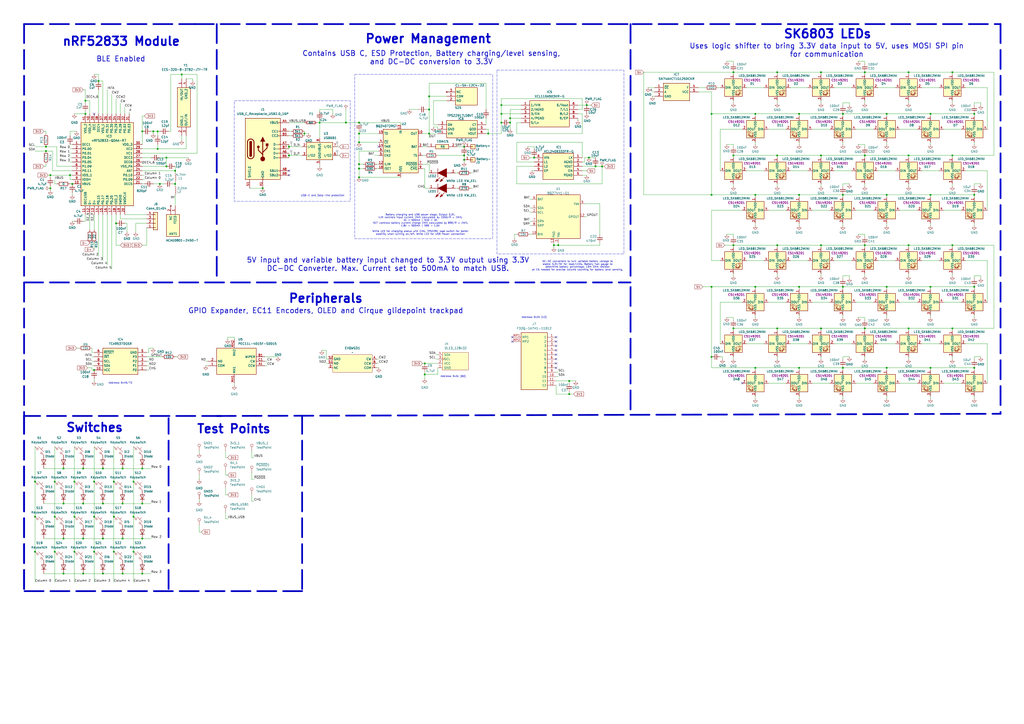
<source format=kicad_sch>
(kicad_sch (version 20250114) (generator "eeschema") (generator_version "9.0")
  (paper "A2")
  (rectangle (start 205.74 43.18) (end 285.75 138.43) (stroke (width 0) (type dash)))
  (rectangle (start 135.89 58.42) (end 203.2 116.84) (stroke (width 0) (type dash)))
  (rectangle (start 288.29 40.64) (end 361.95 147.32) (stroke (width 0) (type dash)))
  (text "Test Points" (at 135.636 248.92 0) (effects (font (size 5 5) (thickness 1) (bold yes))))
  (text "SK6803 LEDs" (at 480.06 19.812 0) (effects (font (size 5 5) (thickness 1) (bold yes))))
  (text "nRF52833 Module" (at 70.358 24.13 0) (effects (font (size 5 5) (thickness 1) (bold yes))))
  (text "Address: 0x49/73" (at 69.85 222.25 0) (effects (font (size 1 1) (thickness 0.125))))
  (text "BLE Enabled\n" (at 70.104 34.29 0) (effects (font (size 3 3) (thickness 0.375))))
  (text "DC-DC converters to turn variable battery voltage to\nstable 3.3V/5V for load/LEDs. Battery fuel gauge to\ndetermine battery percentage. 10m Ohm resistor\nat 1% needed for precise columb counting for battery level sensing." (at 335.026 154.178 0) (effects (font (size 1 1) (thickness 0.125))))
  (text "Power Management" (at 248.412 22.606 0) (effects (font (size 5 5) (thickness 1) (bold yes))))
  (text "Battery charging and USB power stage. Output 3.3V.\nILIM controls input current limit calculated by 1550/R = limit.\n3k = 500mA | 540 = 3A\nISET controls battery current charge limit calculated by 890/R = limit.\n1.8k = 500mA | 590 = 1.5A\n\nWhite LED for charging status with CHG. TPS2291 load switch for better\nstability when turning on/off. White LED for USB Power connection" (at 243.84 130.302 0) (effects (font (size 1 1) (thickness 0.125))))
  (text "USB-C and Data-line protection" (at 187.198 113.538 0) (effects (font (size 1 1) (thickness 0.125))))
  (text "Peripherals\n" (at 188.976 173.228 0) (effects (font (size 5 5) (thickness 1) (bold yes))))
  (text "Switches\n" (at 54.864 248.158 0) (effects (font (size 5 5) (thickness 1) (bold yes))))
  (text "Address: 0x2A (42)" (at 309.88 184.15 0) (effects (font (size 1 1) (thickness 0.125))))
  (text "GPIO Expander, EC11 Encoders, OLED and Cirque glidepoint trackpad\n" (at 188.976 180.34 0) (effects (font (size 3 3) (thickness 0.375))))
  (text "5V input and variable battery input changed to 3.3V output using 3.3V\nDC-DC Converter. Max. Current set to 500mA to match USB." (at 225.044 153.416 0) (effects (font (size 3 3) (thickness 0.375))))
  (text "Contains USB C, ESD Protection, Battery charging/level sensing,\nand DC-DC conversion to 3.3V\n" (at 250.19 33.528 0) (effects (font (size 3 3) (thickness 0.375))))
  (text "Uses logic shifter to bring 3.3V data input to 5V, uses MOSI SPI pin\nfor communication\n" (at 479.552 29.21 0) (effects (font (size 3 3) (thickness 0.375))))
  (text "Address: 0x3c (60)" (at 262.89 218.44 0) (effects (font (size 1 1) (thickness 0.125))))
  (junction (at 96.52 91.44))
  (junction (at 200.66 71.12))
  (junction (at 501.65 142.24))
  (junction (at 450.85 90.17))
  (junction (at 341.63 91.44))
  (junction (at 539.75 166.37))
  (junction (at 565.15 213.36))
  (junction (at 66.04 320.04))
  (junction (at 49.53 66.04))
  (junction (at 565.15 113.03))
  (junction (at 425.45 90.17))
  (junction (at 59.69 292.1))
  (junction (at 514.35 113.03))
  (junction (at 88.9 76.2))
  (junction (at 552.45 90.17))
  (junction (at 269.24 92.71))
  (junction (at 48.26 332.74))
  (junction (at 96.52 96.52))
  (junction (at 539.75 66.04))
  (junction (at 501.65 41.91))
  (junction (at 527.05 41.91))
  (junction (at 412.75 113.03))
  (junction (at 450.85 142.24))
  (junction (at 59.69 271.78))
  (junction (at 527.05 142.24))
  (junction (at 26.67 87.63))
  (junction (at 476.25 142.24))
  (junction (at 539.75 113.03))
  (junction (at 552.45 142.24))
  (junction (at 31.75 299.72))
  (junction (at 488.95 113.03))
  (junction (at 20.32 320.04))
  (junction (at 29.21 101.6))
  (junction (at 269.24 85.09))
  (junction (at 323.85 142.24))
  (junction (at 71.12 292.1))
  (junction (at 476.25 190.5))
  (junction (at 20.32 279.4))
  (junction (at 91.44 86.36))
  (junction (at 82.55 76.2))
  (junction (at 488.95 213.36))
  (junction (at 425.45 190.5))
  (junction (at 438.15 166.37))
  (junction (at 412.75 66.04))
  (junction (at 54.61 320.04))
  (junction (at 77.47 320.04))
  (junction (at 20.32 299.72))
  (junction (at 330.2 220.98))
  (junction (at 349.25 96.52))
  (junction (at 101.6 99.06))
  (junction (at 185.42 71.12))
  (junction (at 167.64 90.17))
  (junction (at 41.91 106.68))
  (junction (at 91.44 76.2))
  (junction (at 290.83 66.04))
  (junction (at 340.36 60.96))
  (junction (at 82.55 312.42))
  (junction (at 48.26 312.42))
  (junction (at 330.2 228.6))
  (junction (at 152.4 109.22))
  (junction (at 425.45 142.24))
  (junction (at 290.83 60.96))
  (junction (at 48.26 271.78))
  (junction (at 208.28 102.87))
  (junction (at 450.85 41.91))
  (junction (at 248.92 77.47))
  (junction (at 463.55 66.04))
  (junction (at 31.75 320.04))
  (junction (at 82.55 292.1))
  (junction (at 438.15 213.36))
  (junction (at 82.55 332.74))
  (junction (at 43.18 320.04))
  (junction (at 105.41 43.18))
  (junction (at 463.55 213.36))
  (junction (at 412.75 207.01))
  (junction (at 71.12 271.78))
  (junction (at 54.61 214.63))
  (junction (at 36.83 312.42))
  (junction (at 67.31 129.54))
  (junction (at 248.92 63.5))
  (junction (at 514.35 213.36))
  (junction (at 208.28 95.25))
  (junction (at 539.75 213.36))
  (junction (at 208.28 82.55))
  (junction (at 565.15 166.37))
  (junction (at 514.35 166.37))
  (junction (at 476.25 90.17))
  (junction (at 43.18 279.4))
  (junction (at 463.55 166.37))
  (junction (at 501.65 190.5))
  (junction (at 48.26 292.1))
  (junction (at 488.95 66.04))
  (junction (at 552.45 190.5))
  (junction (at 77.47 279.4))
  (junction (at 31.75 279.4))
  (junction (at 425.45 41.91))
  (junction (at 29.21 109.22))
  (junction (at 295.91 71.12))
  (junction (at 246.38 210.82))
  (junction (at 71.12 312.42))
  (junction (at 295.91 68.58))
  (junction (at 54.61 279.4))
  (junction (at 565.15 66.04))
  (junction (at 269.24 90.17))
  (junction (at 66.04 299.72))
  (junction (at 527.05 90.17))
  (junction (at 309.88 91.44))
  (junction (at 36.83 332.74))
  (junction (at 176.53 77.47))
  (junction (at 438.15 66.04))
  (junction (at 488.95 166.37))
  (junction (at 450.85 190.5))
  (junction (at 101.6 106.68))
  (junction (at 345.44 96.52))
  (junction (at 43.18 299.72))
  (junction (at 54.61 299.72))
  (junction (at 476.25 41.91))
  (junction (at 49.53 58.42))
  (junction (at 208.28 71.12))
  (junction (at 66.04 279.4))
  (junction (at 501.65 90.17))
  (junction (at 246.38 217.17))
  (junction (at 59.69 332.74))
  (junction (at 77.47 299.72))
  (junction (at 514.35 66.04))
  (junction (at 248.92 55.88))
  (junction (at 463.55 113.03))
  (junction (at 208.28 77.47))
  (junction (at 92.71 106.68))
  (junction (at 57.15 46.99))
  (junction (at 40.64 101.6))
  (junction (at 71.12 332.74))
  (junction (at 283.21 77.47))
  (junction (at 552.45 41.91))
  (junction (at 167.64 85.09))
  (junction (at 290.83 71.12))
  (junction (at 36.83 292.1))
  (junction (at 438.15 113.03))
  (junction (at 208.28 97.79))
  (junction (at 321.31 142.24))
  (junction (at 412.75 166.37))
  (junction (at 59.69 312.42))
  (junction (at 26.67 85.09))
  (junction (at 82.55 271.78))
  (junction (at 527.05 190.5))
  (junction (at 36.83 271.78))
  (no_connect (at 322.58 198.12))
  (no_connect (at 219.71 85.09))
  (no_connect (at 430.53 222.25))
  (no_connect (at 322.58 203.2))
  (no_connect (at 322.58 205.74))
  (no_connect (at 322.58 213.36))
  (no_connect (at 167.64 101.6))
  (no_connect (at 322.58 210.82))
  (no_connect (at 297.18 195.58))
  (no_connect (at 167.64 99.06))
  (no_connect (at 322.58 200.66))
  (no_connect (at 297.18 198.12))
  (no_connect (at 322.58 195.58))
  (no_connect (at 54.61 66.04))
  (no_connect (at 322.58 208.28))
  (wire (pts (xy 82.55 104.14) (xy 83.82 104.14)))
  (wire (pts (xy 290.83 66.04) (xy 302.26 66.04)))
  (wire (pts (xy 290.83 57.15) (xy 290.83 60.96)))
  (wire (pts (xy 59.69 46.99) (xy 59.69 66.04)))
  (wire (pts (xy 340.36 60.96) (xy 342.9 60.96)))
  (wire (pts (xy 115.57 275.59) (xy 115.57 278.13)))
  (wire (pts (xy 208.28 87.63) (xy 208.28 95.25)))
  (wire (pts (xy 497.84 135.89) (xy 501.65 135.89)))
  (wire (pts (xy 438.15 113.03) (xy 412.75 113.03)))
  (wire (pts (xy 248.92 77.47) (xy 254 77.47)))
  (wire (pts (xy 115.57 304.8) (xy 115.57 308.61)))
  (wire (pts (xy 481.33 175.26) (xy 471.17 175.26)))
  (wire (pts (xy 476.25 90.17) (xy 476.25 91.44)))
  (wire (pts (xy 425.45 41.91) (xy 425.45 43.18)))
  (wire (pts (xy 96.52 91.44) (xy 109.22 91.44)))
  (wire (pts (xy 36.83 332.74) (xy 48.26 332.74)))
  (wire (pts (xy 307.34 130.81) (xy 308.61 130.81)))
  (wire (pts (xy 438.15 166.37) (xy 438.15 167.64)))
  (wire (pts (xy 438.15 130.81) (xy 438.15 129.54)))
  (wire (pts (xy 30.48 87.63) (xy 30.48 99.06)))
  (wire (pts (xy 560.07 199.39) (xy 572.77 199.39)))
  (wire (pts (xy 25.4 312.42) (xy 36.83 312.42)))
  (wire (pts (xy 506.73 74.93) (xy 496.57 74.93)))
  (wire (pts (xy 445.77 121.92) (xy 455.93 121.92)))
  (wire (pts (xy 501.65 135.89) (xy 501.65 137.16)))
  (wire (pts (xy 281.94 63.5) (xy 281.94 48.26)))
  (wire (pts (xy 321.31 143.51) (xy 321.31 142.24)))
  (wire (pts (xy 527.05 41.91) (xy 527.05 43.18)))
  (wire (pts (xy 185.42 63.5) (xy 185.42 64.77)))
  (wire (pts (xy 82.55 101.6) (xy 83.82 101.6)))
  (wire (pts (xy 330.2 222.25) (xy 330.2 220.98)))
  (wire (pts (xy 419.1 207.01) (xy 417.83 207.01)))
  (wire (pts (xy 77.47 299.72) (xy 77.47 320.04)))
  (wire (pts (xy 53.34 204.47) (xy 54.61 204.47)))
  (wire (pts (xy 557.53 121.92) (xy 547.37 121.92)))
  (wire (pts (xy 189.23 210.82) (xy 190.5 210.82)))
  (wire (pts (xy 176.53 76.2) (xy 176.53 77.47)))
  (wire (pts (xy 488.95 59.69) (xy 488.95 60.96)))
  (wire (pts (xy 576.58 142.24) (xy 576.58 190.5)))
  (wire (pts (xy 552.45 41.91) (xy 576.58 41.91)))
  (wire (pts (xy 433.07 99.06) (xy 443.23 99.06)))
  (wire (pts (xy 572.77 199.39) (xy 572.77 222.25)))
  (wire (pts (xy 237.49 63.5) (xy 242.57 63.5)))
  (wire (pts (xy 185.42 69.85) (xy 185.42 71.12)))
  (wire (pts (xy 33.02 85.09) (xy 33.02 96.52)))
  (wire (pts (xy 560.07 50.8) (xy 572.77 50.8)))
  (wire (pts (xy 48.26 312.42) (xy 59.69 312.42)))
  (wire (pts (xy 264.16 109.22) (xy 265.43 109.22)))
  (wire (pts (xy 85.09 209.55) (xy 86.36 209.55)))
  (wire (pts (xy 539.75 231.14) (xy 539.75 229.87)))
  (wire (pts (xy 412.75 207.01) (xy 412.75 213.36)))
  (wire (pts (xy 154.94 209.55) (xy 153.67 209.55)))
  (wire (pts (xy 509.27 50.8) (xy 519.43 50.8)))
  (wire (pts (xy 59.69 124.46) (xy 59.69 151.13)))
  (wire (pts (xy 200.66 71.12) (xy 208.28 71.12)))
  (wire (pts (xy 52.07 58.42) (xy 52.07 66.04)))
  (wire (pts (xy 341.63 91.44) (xy 345.44 91.44)))
  (wire (pts (xy 26.67 85.09) (xy 33.02 85.09)))
  (wire (pts (xy 514.35 231.14) (xy 514.35 229.87)))
  (wire (pts (xy 534.67 50.8) (xy 544.83 50.8)))
  (wire (pts (xy 527.05 41.91) (xy 552.45 41.91)))
  (wire (pts (xy 330.2 228.6) (xy 322.58 228.6)))
  (wire (pts (xy 27.94 101.6) (xy 29.21 101.6)))
  (wire (pts (xy 425.45 184.15) (xy 425.45 185.42)))
  (wire (pts (xy 572.77 99.06) (xy 572.77 121.92)))
  (wire (pts (xy 488.95 160.02) (xy 488.95 161.29)))
  (wire (pts (xy 82.55 271.78) (xy 87.63 271.78)))
  (wire (pts (xy 44.45 201.93) (xy 45.72 201.93)))
  (wire (pts (xy 31.75 104.14) (xy 31.75 106.68)))
  (wire (pts (xy 88.9 76.2) (xy 91.44 76.2)))
  (wire (pts (xy 307.34 91.44) (xy 309.88 91.44)))
  (wire (pts (xy 527.05 190.5) (xy 527.05 191.77)))
  (wire (pts (xy 568.96 207.01) (xy 565.15 207.01)))
  (wire (pts (xy 101.6 96.52) (xy 101.6 99.06)))
  (wire (pts (xy 463.55 213.36) (xy 463.55 214.63)))
  (wire (pts (xy 492.76 160.02) (xy 488.95 160.02)))
  (wire (pts (xy 425.45 107.95) (xy 425.45 106.68)))
  (wire (pts (xy 565.15 231.14) (xy 565.15 229.87)))
  (wire (pts (xy 20.32 87.63) (xy 26.67 87.63)))
  (wire (pts (xy 565.15 160.02) (xy 565.15 161.29)))
  (wire (pts (xy 539.75 213.36) (xy 539.75 214.63)))
  (wire (pts (xy 421.64 35.56) (xy 425.45 35.56)))
  (wire (pts (xy 219.71 87.63) (xy 208.28 87.63)))
  (wire (pts (xy 299.72 96.52) (xy 309.88 96.52)))
  (wire (pts (xy 91.44 86.36) (xy 107.95 86.36)))
  (wire (pts (xy 67.31 124.46) (xy 67.31 129.54)))
  (wire (pts (xy 161.29 207.01) (xy 153.67 207.01)))
  (wire (pts (xy 450.85 90.17) (xy 476.25 90.17)))
  (wire (pts (xy 20.32 85.09) (xy 26.67 85.09)))
  (wire (pts (xy 375.92 50.8) (xy 379.73 50.8)))
  (wire (pts (xy 247.65 63.5) (xy 248.92 63.5)))
  (wire (pts (xy 54.61 279.4) (xy 54.61 299.72)))
  (wire (pts (xy 295.91 63.5) (xy 302.26 63.5)))
  (wire (pts (xy 40.64 83.82) (xy 41.91 83.82)))
  (wire (pts (xy 339.09 118.11) (xy 347.98 118.11)))
  (wire (pts (xy 534.67 99.06) (xy 544.83 99.06)))
  (wire (pts (xy 246.38 210.82) (xy 254 210.82)))
  (wire (pts (xy 476.25 59.69) (xy 476.25 58.42)))
  (wire (pts (xy 36.83 292.1) (xy 48.26 292.1)))
  (wire (pts (xy 186.69 203.2) (xy 189.23 203.2)))
  (wire (pts (xy 425.45 135.89) (xy 425.45 137.16)))
  (wire (pts (xy 245.11 95.25) (xy 248.92 95.25)))
  (wire (pts (xy 488.95 207.01) (xy 488.95 208.28)))
  (wire (pts (xy 246.38 109.22) (xy 248.92 109.22)))
  (wire (pts (xy 488.95 166.37) (xy 463.55 166.37)))
  (wire (pts (xy 105.41 43.18) (xy 114.3 43.18)))
  (wire (pts (xy 208.28 97.79) (xy 208.28 102.87)))
  (wire (pts (xy 53.34 209.55) (xy 54.61 209.55)))
  (wire (pts (xy 539.75 83.82) (xy 539.75 82.55)))
  (wire (pts (xy 339.09 93.98) (xy 337.82 93.98)))
  (wire (pts (xy 488.95 213.36) (xy 514.35 213.36)))
  (wire (pts (xy 412.75 53.34) (xy 412.75 66.04)))
  (wire (pts (xy 405.13 53.34) (xy 412.75 53.34)))
  (wire (pts (xy 40.64 86.36) (xy 41.91 86.36)))
  (wire (pts (xy 492.76 106.68) (xy 488.95 106.68)))
  (wire (pts (xy 67.31 57.15) (xy 67.31 66.04)))
  (wire (pts (xy 245.11 85.09) (xy 247.65 85.09)))
  (wire (pts (xy 552.45 59.69) (xy 552.45 58.42)))
  (wire (pts (xy 248.92 48.26) (xy 248.92 55.88)))
  (wire (pts (xy 283.21 74.93) (xy 283.21 77.47)))
  (wire (pts (xy 87.63 76.2) (xy 88.9 76.2)))
  (wire (pts (xy 218.44 208.28) (xy 219.71 208.28)))
  (wire (pts (xy 43.18 320.04) (xy 43.18 337.82)))
  (wire (pts (xy 290.83 66.04) (xy 290.83 71.12)))
  (wire (pts (xy 527.05 107.95) (xy 527.05 106.68)))
  (wire (pts (xy 66.04 259.08) (xy 66.04 279.4)))
  (wire (pts (xy 62.23 52.07) (xy 62.23 66.04)))
  (wire (pts (xy 532.13 121.92) (xy 521.97 121.92)))
  (wire (pts (xy 527.05 208.28) (xy 527.05 207.01)))
  (wire (pts (xy 43.18 299.72) (xy 43.18 320.04)))
  (wire (pts (xy 232.41 71.12) (xy 232.41 72.39)))
  (wire (pts (xy 488.95 113.03) (xy 463.55 113.03)))
  (wire (pts (xy 501.65 208.28) (xy 501.65 207.01)))
  (wire (pts (xy 189.23 208.28) (xy 190.5 208.28)))
  (wire (pts (xy 146.05 290.83) (xy 147.32 290.83)))
  (polyline (pts (xy 580.39 13.97) (xy 580.39 240.03)) (stroke (width 1) (type dash)))
  (wire (pts (xy 246.38 219.71) (xy 246.38 217.17)))
  (wire (pts (xy 49.53 58.42) (xy 52.07 58.42)))
  (wire (pts (xy 82.55 91.44) (xy 87.63 91.44)))
  (wire (pts (xy 412.75 213.36) (xy 438.15 213.36)))
  (polyline (pts (xy 13.97 13.97) (xy 13.97 241.3)) (stroke (width 1) (type dash)))
  (wire (pts (xy 565.15 207.01) (xy 565.15 208.28)))
  (wire (pts (xy 492.76 207.01) (xy 488.95 207.01)))
  (wire (pts (xy 290.83 60.96) (xy 302.26 60.96)))
  (wire (pts (xy 40.64 76.2) (xy 40.64 78.74)))
  (wire (pts (xy 527.05 142.24) (xy 552.45 142.24)))
  (wire (pts (xy 514.35 213.36) (xy 514.35 214.63)))
  (wire (pts (xy 514.35 113.03) (xy 514.35 114.3)))
  (wire (pts (xy 167.64 85.09) (xy 167.64 86.36)))
  (wire (pts (xy 73.66 129.54) (xy 72.39 129.54)))
  (wire (pts (xy 532.13 74.93) (xy 521.97 74.93)))
  (polyline (pts (xy 13.97 163.83) (xy 365.76 163.83)) (stroke (width 1) (type dash)))
  (wire (pts (xy 82.55 95.25) (xy 82.55 93.98)))
  (wire (pts (xy 373.38 41.91) (xy 425.45 41.91)))
  (wire (pts (xy 501.65 190.5) (xy 527.05 190.5)))
  (wire (pts (xy 565.15 166.37) (xy 539.75 166.37)))
  (wire (pts (xy 308.61 99.06) (xy 309.88 99.06)))
  (wire (pts (xy 77.47 279.4) (xy 77.47 299.72)))
  (wire (pts (xy 54.61 320.04) (xy 54.61 337.82)))
  (wire (pts (xy 450.85 41.91) (xy 450.85 43.18)))
  (wire (pts (xy 295.91 68.58) (xy 295.91 71.12)))
  (wire (pts (xy 450.85 41.91) (xy 476.25 41.91)))
  (wire (pts (xy 49.53 58.42) (xy 49.53 59.69)))
  (wire (pts (xy 501.65 142.24) (xy 527.05 142.24)))
  (wire (pts (xy 405.13 50.8) (xy 408.94 50.8)))
  (wire (pts (xy 273.05 109.22) (xy 274.32 109.22)))
  (wire (pts (xy 135.89 196.85) (xy 135.89 195.58)))
  (wire (pts (xy 251.46 72.39) (xy 254 72.39)))
  (wire (pts (xy 557.53 222.25) (xy 547.37 222.25)))
  (wire (pts (xy 252.73 208.28) (xy 254 208.28)))
  (wire (pts (xy 378.46 53.34) (xy 379.73 53.34)))
  (wire (pts (xy 337.82 77.47) (xy 337.82 66.04)))
  (wire (pts (xy 463.55 166.37) (xy 463.55 167.64)))
  (wire (pts (xy 251.46 58.42) (xy 251.46 72.39)))
  (wire (pts (xy 565.15 184.15) (xy 565.15 182.88)))
  (wire (pts (xy 248.92 55.88) (xy 259.08 55.88)))
  (wire (pts (xy 488.95 83.82) (xy 488.95 82.55)))
  (wire (pts (xy 501.65 160.02) (xy 501.65 158.75)))
  (wire (pts (xy 501.65 59.69) (xy 501.65 58.42)))
  (wire (pts (xy 248.92 95.25) (xy 248.92 100.33)))
  (wire (pts (xy 208.28 95.25) (xy 208.28 97.79)))
  (wire (pts (xy 565.15 213.36) (xy 565.15 214.63)))
  (wire (pts (xy 88.9 106.68) (xy 92.71 106.68)))
  (wire (pts (xy 330.2 220.98) (xy 334.01 220.98)))
  (wire (pts (xy 218.44 95.25) (xy 219.71 95.25)))
  (wire (pts (xy 321.31 140.97) (xy 321.31 142.24)))
  (wire (pts (xy 146.05 287.02) (xy 146.05 290.83)))
  (wire (pts (xy 298.45 138.43) (xy 298.45 135.89)))
  (wire (pts (xy 568.96 59.69) (xy 568.96 60.96)))
  (wire (pts (xy 349.25 96.52) (xy 349.25 106.68)))
  (wire (pts (xy 532.13 222.25) (xy 521.97 222.25)))
  (wire (pts (xy 175.26 90.17) (xy 167.64 90.17)))
  (wire (pts (xy 25.4 332.74) (xy 36.83 332.74)))
  (wire (pts (xy 245.11 210.82) (xy 246.38 210.82)))
  (wire (pts (xy 552.45 142.24) (xy 552.45 143.51)))
  (wire (pts (xy 130.81 265.43) (xy 132.08 265.43)))
  (wire (pts (xy 347.98 140.97) (xy 347.98 142.24)))
  (wire (pts (xy 476.25 190.5) (xy 501.65 190.5)))
  (wire (pts (xy 438.15 184.15) (xy 438.15 182.88)))
  (wire (pts (xy 31.75 320.04) (xy 31.75 337.82)))
  (wire (pts (xy 483.87 50.8) (xy 494.03 50.8)))
  (wire (pts (xy 463.55 166.37) (xy 438.15 166.37)))
  (wire (pts (xy 576.58 41.91) (xy 576.58 90.17)))
  (wire (pts (xy 111.76 45.72) (xy 111.76 46.99)))
  (wire (pts (xy 130.81 261.62) (xy 130.81 265.43)))
  (wire (pts (xy 539.75 113.03) (xy 539.75 114.3)))
  (wire (pts (xy 539.75 166.37) (xy 514.35 166.37)))
  (wire (pts (xy 29.21 102.87) (xy 29.21 101.6)))
  (wire (pts (xy 281.94 74.93) (xy 283.21 74.93)))
  (wire (pts (xy 31.75 299.72) (xy 31.75 320.04)))
  (wire (pts (xy 412.75 66.04) (xy 438.15 66.04)))
  (wire (pts (xy 130.81 287.02) (xy 132.08 287.02)))
  (wire (pts (xy 101.6 207.01) (xy 102.87 207.01)))
  (wire (pts (xy 412.75 166.37) (xy 412.75 207.01)))
  (wire (pts (xy 552.45 142.24) (xy 576.58 142.24)))
  (wire (pts (xy 412.75 151.13) (xy 417.83 151.13)))
  (wire (pts (xy 458.47 151.13) (xy 468.63 151.13)))
  (wire (pts (xy 425.45 142.24) (xy 425.45 143.51)))
  (wire (pts (xy 501.65 142.24) (xy 501.65 143.51)))
  (wire (pts (xy 101.6 106.68) (xy 101.6 107.95)))
  (wire (pts (xy 322.58 218.44) (xy 323.85 218.44)))
  (wire (pts (xy 476.25 160.02) (xy 476.25 158.75)))
  (wire (pts (xy 308.61 120.65) (xy 307.34 120.65)))
  (wire (pts (xy 20.32 279.4) (xy 20.32 299.72)))
  (wire (pts (xy 450.85 142.24) (xy 476.25 142.24)))
  (wire (pts (xy 130.81 283.21) (xy 130.81 287.02)))
  (wire (pts (xy 20.32 299.72) (xy 20.32 320.04)))
  (wire (pts (xy 299.72 82.55) (xy 337.82 82.55)))
  (wire (pts (xy 501.65 35.56) (xy 501.65 36.83)))
  (wire (pts (xy 412.75 121.92) (xy 412.75 151.13)))
  (wire (pts (xy 497.84 35.56) (xy 501.65 35.56)))
  (wire (pts (xy 82.55 67.31) (xy 83.82 67.31)))
  (wire (pts (xy 458.47 50.8) (xy 468.63 50.8)))
  (wire (pts (xy 534.67 199.39) (xy 544.83 199.39)))
  (wire (pts (xy 527.05 142.24) (xy 527.05 143.51)))
  (wire (pts (xy 71.12 332.74) (xy 82.55 332.74)))
  (wire (pts (xy 31.75 259.08) (xy 31.75 279.4)))
  (wire (pts (xy 552.45 208.28) (xy 552.45 207.01)))
  (wire (pts (xy 254 213.36) (xy 254 217.17)))
  (wire (pts (xy 552.45 190.5) (xy 552.45 191.77)))
  (polyline (pts (xy 125.73 241.3) (xy 580.39 240.03)) (stroke (width 1) (type dash)))
  (wire (pts (xy 82.55 99.06) (xy 101.6 99.06)))
  (wire (pts (xy 476.25 107.95) (xy 476.25 106.68)))
  (wire (pts (xy 218.44 213.36) (xy 219.71 213.36)))
  (wire (pts (xy 552.45 90.17) (xy 552.45 91.44)))
  (wire (pts (xy 82.55 106.68) (xy 83.82 106.68)))
  (wire (pts (xy 119.38 212.09) (xy 120.65 212.09)))
  (wire (pts (xy 476.25 208.28) (xy 476.25 207.01)))
  (wire (pts (xy 557.53 74.93) (xy 547.37 74.93)))
  (wire (pts (xy 85.09 207.01) (xy 93.98 207.01)))
  (wire (pts (xy 62.23 124.46) (xy 62.23 153.67)))
  (wire (pts (xy 41.91 104.14) (xy 40.64 104.14)))
  (wire (pts (xy 450.85 158.75) (xy 450.85 160.02)))
  (wire (pts (xy 48.26 271.78) (xy 59.69 271.78)))
  (wire (pts (xy 330.2 228.6) (xy 332.74 228.6)))
  (wire (pts (xy 419.1 208.28) (xy 419.1 207.01)))
  (wire (pts (xy 339.09 91.44) (xy 341.63 91.44)))
  (wire (pts (xy 438.15 83.82) (xy 438.15 82.55)))
  (wire (pts (xy 101.6 99.06) (xy 101.6 100.33)))
  (wire (pts (xy 50.8 213.36) (xy 53.34 213.36)))
  (wire (pts (xy 501.65 107.95) (xy 501.65 106.68)))
  (wire (pts (xy 481.33 222.25) (xy 471.17 222.25)))
  (wire (pts (xy 69.85 124.46) (xy 69.85 127)))
  (wire (pts (xy 509.27 199.39) (xy 519.43 199.39)))
  (wire (pts (xy 30.48 99.06) (xy 41.91 99.06)))
  (wire (pts (xy 565.15 66.04) (xy 565.15 67.31)))
  (wire (pts (xy 146.05 278.13) (xy 147.32 278.13)))
  (wire (pts (xy 71.12 292.1) (xy 82.55 292.1)))
  (wire (pts (xy 246.38 217.17) (xy 246.38 215.9)))
  (wire (pts (xy 501.65 83.82) (xy 501.65 85.09)))
  (wire (pts (xy 552.45 160.02) (xy 552.45 158.75)))
  (wire (pts (xy 29.21 110.49) (xy 29.21 109.22)))
  (wire (pts (xy 420.37 142.24) (xy 425.45 142.24)))
  (wire (pts (xy 412.75 166.37) (xy 438.15 166.37)))
  (wire (pts (xy 176.53 77.47) (xy 176.53 78.74)))
  (wire (pts (xy 488.95 66.04) (xy 488.95 67.31)))
  (wire (pts (xy 66.04 320.04) (xy 66.04 337.82)))
  (wire (pts (xy 373.38 41.91) (xy 373.38 113.03)))
  (wire (pts (xy 96.52 91.44) (xy 96.52 96.52)))
  (wire (pts (xy 572.77 50.8) (xy 572.77 74.93)))
  (polyline (pts (xy 365.76 13.97) (xy 365.76 163.83)) (stroke (width 1) (type dash)))
  (wire (pts (xy 568.96 160.02) (xy 568.96 161.29)))
  (wire (pts (xy 269.24 90.17) (xy 269.24 92.71)))
  (wire (pts (xy 99.06 76.2) (xy 97.79 76.2)))
  (wire (pts (xy 425.45 142.24) (xy 450.85 142.24)))
  (wire (pts (xy 463.55 231.14) (xy 463.55 229.87)))
  (wire (pts (xy 54.61 43.18) (xy 57.15 43.18)))
  (wire (pts (xy 208.28 82.55) (xy 219.71 82.55)))
  (wire (pts (xy 82.55 88.9) (xy 114.3 88.9)))
  (wire (pts (xy 560.07 151.13) (xy 572.77 151.13)))
  (wire (pts (xy 283.21 77.47) (xy 290.83 77.47)))
  (polyline (pts (xy 367.03 13.97) (xy 580.39 13.97)) (stroke (width 1) (type dash)))
  (wire (pts (xy 463.55 113.03) (xy 438.15 113.03)))
  (wire (pts (xy 82.55 76.2) (xy 82.55 83.82)))
  (wire (pts (xy 115.57 308.61) (xy 116.84 308.61)))
  (wire (pts (xy 57.15 52.07) (xy 57.15 66.04)))
  (wire (pts (xy 91.44 83.82) (xy 91.44 86.36)))
  (wire (pts (xy 31.75 279.4) (xy 31.75 299.72)))
  (wire (pts (xy 168.91 78.74) (xy 167.64 78.74)))
  (wire (pts (xy 43.18 259.08) (xy 43.18 279.4)))
  (wire (pts (xy 101.6 105.41) (xy 101.6 106.68)))
  (wire (pts (xy 506.73 175.26) (xy 496.57 175.26)))
  (wire (pts (xy 40.64 106.68) (xy 41.91 106.68)))
  (wire (pts (xy 438.15 213.36) (xy 438.15 214.63)))
  (wire (pts (xy 290.83 71.12) (xy 290.83 77.47)))
  (wire (pts (xy 86.36 204.47) (xy 85.09 204.47)))
  (wire (pts (xy 52.07 124.46) (xy 52.07 133.35)))
  (wire (pts (xy 36.83 271.78) (xy 48.26 271.78)))
  (wire (pts (xy 488.95 106.68) (xy 488.95 107.95)))
  (wire (pts (xy 20.32 320.04) (xy 20.32 337.82)))
  (wire (pts (xy 167.64 90.17) (xy 167.64 91.44)))
  (wire (pts (xy 31.75 106.68) (xy 33.02 106.68)))
  (wire (pts (xy 48.26 332.74) (xy 59.69 332.74)))
  (wire (pts (xy 208.28 71.12) (xy 232.41 71.12)))
  (wire (pts (xy 433.07 50.8) (xy 443.23 50.8)))
  (wire (pts (xy 309.88 85.09) (xy 309.88 86.36)))
  (wire (pts (xy 501.65 41.91) (xy 527.05 41.91)))
  (wire (pts (xy 565.15 166.37) (xy 565.15 167.64)))
  (wire (pts (xy 565.15 106.68) (xy 565.15 107.95)))
  (wire (pts (xy 421.64 135.89) (xy 425.45 135.89)))
  (wire (pts (xy 193.04 63.5) (xy 185.42 63.5)))
  (wire (pts (xy 40.64 93.98) (xy 41.91 93.98)))
  (wire (pts (xy 425.45 90.17) (xy 450.85 90.17)))
  (wire (pts (xy 539.75 184.15) (xy 539.75 182.88)))
  (wire (pts (xy 295.91 74.93) (xy 295.91 71.12)))
  (polyline (pts (xy 365.76 237.49) (xy 365.76 163.83)) (stroke (width 1) (type dash)))
  (wire (pts (xy 557.53 175.26) (xy 547.37 175.26)))
  (wire (pts (xy 539.75 66.04) (xy 514.35 66.04)))
  (wire (pts (xy 565.15 59.69) (xy 565.15 60.96)))
  (wire (pts (xy 488.95 213.36) (xy 488.95 214.63)))
  (wire (pts (xy 82.55 292.1) (xy 87.63 292.1)))
  (wire (pts (xy 476.25 190.5) (xy 476.25 191.77)))
  (wire (pts (xy 40.64 101.6) (xy 41.91 101.6)))
  (wire (pts (xy 416.56 50.8) (xy 417.83 50.8)))
  (wire (pts (xy 492.76 59.69) (xy 488.95 59.69)))
  (wire (pts (xy 455.93 74.93) (xy 445.77 74.93)))
  (wire (pts (xy 254 73.66) (xy 254 74.93)))
  (wire (pts (xy 335.28 69.85) (xy 335.28 68.58)))
  (wire (pts (xy 48.26 52.07) (xy 49.53 52.07)))
  (wire (pts (xy 438.15 113.03) (xy 438.15 114.3)))
  (wire (pts (xy 265.43 85.09) (xy 269.24 85.09)))
  (wire (pts (xy 298.45 135.89) (xy 299.72 135.89)))
  (wire (pts (xy 337.82 82.55) (xy 337.82 91.44)))
  (wire (pts (xy 49.53 128.27) (xy 48.26 128.27)))
  (wire (pts (xy 527.05 160.02) (xy 527.05 158.75)))
  (wire (pts (xy 307.34 115.57) (xy 308.61 115.57)))
  (wire (pts (xy 59.69 312.42) (xy 71.12 312.42)))
  (wire (pts (xy 74.93 64.77) (xy 74.93 66.04)))
  (wire (pts (xy 290.83 60.96) (xy 290.83 66.04)))
  (wire (pts (xy 299.72 82.55) (xy 299.72 93.98)))
  (wire (pts (xy 527.05 90.17) (xy 552.45 90.17)))
  (wire (pts (xy 144.78 109.22) (xy 152.4 109.22)))
  (wire (pts (xy 307.34 128.27) (xy 308.61 128.27)))
  (wire (pts (xy 463.55 130.81) (xy 463.55 129.54)))
  (wire (pts (xy 458.47 99.06) (xy 468.63 99.06)))
  (wire (pts (xy 514.35 213.36) (xy 539.75 213.36)))
  (wire (pts (xy 64.77 124.46) (xy 64.77 156.21)))
  (wire (pts (xy 57.15 124.46) (xy 57.15 148.59)))
  (wire (pts (xy 167.64 88.9) (xy 167.64 90.17)))
  (wire (pts (xy 57.15 43.18) (xy 57.15 46.99)))
  (wire (pts (xy 26.67 87.63) (xy 30.48 87.63)))
  (wire (pts (xy 132.08 195.58) (xy 132.08 196.85)))
  (wire (pts (xy 59.69 271.78) (xy 71.12 271.78)))
  (wire (pts (xy 425.45 35.56) (xy 425.45 36.83)))
  (wire (pts (xy 539.75 166.37) (xy 539.75 167.64)))
  (wire (pts (xy 49.53 124.46) (xy 49.53 128.27)))
  (wire (pts (xy 54.61 219.71) (xy 54.61 220.98)))
  (wire (pts (xy 481.33 121.92) (xy 471.17 121.92)))
  (wire (pts (xy 476.25 142.24) (xy 476.25 143.51)))
  (wire (pts (xy 43.18 279.4) (xy 43.18 299.72)))
  (wire (pts (xy 53.34 201.93) (xy 53.34 204.47)))
  (wire (pts (xy 458.47 199.39) (xy 468.63 199.39)))
  (wire (pts (xy 36.83 312.42) (xy 48.26 312.42)))
  (wire (pts (xy 82.55 312.42) (xy 87.63 312.42)))
  (wire (pts (xy 29.21 101.6) (xy 40.64 101.6)))
  (wire (pts (xy 86.36 201.93) (xy 88.9 201.93)))
  (wire (pts (xy 154.94 212.09) (xy 153.67 212.09)))
  (wire (pts (xy 146.05 274.32) (xy 146.05 278.13)))
  (wire (pts (xy 295.91 68.58) (xy 302.26 68.58)))
  (wire (pts (xy 49.53 52.07) (xy 49.53 58.42)))
  (wire (pts (xy 44.45 76.2) (xy 40.64 76.2)))
  (wire (pts (xy 463.55 66.04) (xy 438.15 66.04)))
  (wire (pts (xy 99.06 43.18) (xy 99.06 76.2)))
  (wire (pts (xy 350.52 96.52) (xy 349.25 96.52)))
  (wire (pts (xy 248.92 77.47) (xy 248.92 80.01)))
  (wire (pts (xy 339.09 125.73) (xy 340.36 125.73)))
  (polyline (pts (xy 13.97 13.97) (xy 113.03 13.97)) (stroke (width 1) (type dash)))
  (wire (pts (xy 497.84 184.15) (xy 501.65 184.15)))
  (wire (pts (xy 105.41 78.74) (xy 105.41 81.28)))
  (wire (pts (xy 77.47 259.08) (xy 77.47 279.4)))
  (wire (pts (xy 40.64 91.44) (xy 41.91 91.44)))
  (wire (pts (xy 337.82 101.6) (xy 340.36 101.6)))
  (wire (pts (xy 48.26 292.1) (xy 59.69 292.1)))
  (wire (pts (xy 69.85 142.24) (xy 67.31 142.24)))
  (wire (pts (xy 281.94 48.26) (xy 248.92 48.26)))
  (wire (pts (xy 347.98 118.11) (xy 347.98 135.89)))
  (wire (pts (xy 71.12 312.42) (xy 82.55 312.42)))
  (wire (pts (xy 175.26 85.09) (xy 167.64 85.09)))
  (wire (pts (xy 252.73 205.74) (xy 254 205.74)))
  (wire (pts (xy 572.77 151.13) (xy 572.77 175.26)))
  (wire (pts (xy 323.85 142.24) (xy 347.98 142.24)))
  (wire (pts (xy 463.55 213.36) (xy 488.95 213.36)))
  (wire (pts (xy 425.45 59.69) (xy 425.45 58.42)))
  (wire (pts (xy 168.91 76.2) (xy 167.64 76.2)))
  (wire (pts (xy 64.77 54.61) (xy 64.77 66.04)))
  (wire (pts (xy 337.82 66.04) (xy 335.28 66.04)))
  (wire (pts (xy 248.92 77.47) (xy 248.92 63.5)))
  (wire (pts (xy 54.61 299.72) (xy 54.61 320.04)))
  (wire (pts (xy 88.9 76.2) (xy 88.9 77.47)))
  (wire (pts (xy 425.45 90.17) (xy 425.45 91.44)))
  (wire (pts (xy 115.57 261.62) (xy 115.57 262.89)))
  (wire (pts (xy 497.84 83.82) (xy 501.65 83.82)))
  (wire (pts (xy 514.35 83.82) (xy 514.35 82.55)))
  (wire (pts (xy 322.58 228.6) (xy 322.58 223.52)))
  (wire (pts (xy 208.28 76.2) (xy 208.28 77.47)))
  (wire (pts (xy 476.25 90.17) (xy 501.65 90.17)))
  (wire (pts (xy 130.81 273.05) (xy 130.81 275.59)))
  (wire (pts (xy 481.33 74.93) (xy 471.17 74.93)))
  (wire (pts (xy 53.34 214.63) (xy 54.61 214.63)))
  (wire (pts (xy 208.28 95.25) (xy 210.82 95.25)))
  (wire (pts (xy 455.93 175.26) (xy 445.77 175.26)))
  (wire (pts (xy 66.04 299.72) (xy 66.04 320.04)))
  (wire (pts (xy 378.46 55.88) (xy 379.73 55.88)))
  (wire (pts (xy 196.85 90.17) (xy 195.58 90.17)))
  (wire (pts (xy 54.61 140.97) (xy 54.61 144.78)))
  (wire (pts (xy 309.88 93.98) (xy 299.72 93.98)))
  (wire (pts (xy 476.25 41.91) (xy 476.25 43.18)))
  (wire (pts (xy 463.55 184.15) (xy 463.55 182.88)))
  (wire (pts (xy 450.85 142.24) (xy 450.85 143.51)))
  (wire (pts (xy 483.87 199.39) (xy 494.03 199.39)))
  (wire (pts (xy 323.85 215.9) (xy 322.58 215.9)))
  (wire (pts (xy 107.95 86.36) (xy 107.95 78.74)))
  (wire (pts (xy 254 217.17) (xy 246.38 217.17)))
  (wire (pts (xy 208.28 77.47) (xy 208.28 82.55)))
  (wire (pts (xy 463.55 113.03) (xy 463.55 114.3)))
  (wire (pts (xy 25.4 76.2) (xy 26.67 76.2)))
  (wire (pts (xy 189.23 203.2) (xy 189.23 208.28)))
  (wire (pts (xy 299.72 106.68) (xy 349.25 106.68)))
  (wire (pts (xy 483.87 151.13) (xy 494.03 151.13)))
  (wire (pts (xy 335.28 60.96) (xy 340.36 60.96)))
  (wire (pts (xy 425.45 41.91) (xy 450.85 41.91)))
  (wire (pts (xy 425.45 160.02) (xy 425.45 158.75)))
  (wire (pts (xy 254 73.66) (xy 251.46 73.66)))
  (polyline (pts (xy 128.27 241.3) (xy 13.97 241.3)) (stroke (width 1) (type dash)))
  (wire (pts (xy 92.71 76.2) (xy 91.44 76.2)))
  (wire (pts (xy 82.55 142.24) (xy 85.09 142.24)))
  (wire (pts (xy 514.35 166.37) (xy 488.95 166.37)))
  (wire (pts (xy 488.95 231.14) (xy 488.95 229.87)))
  (wire (pts (xy 337.82 99.06) (xy 340.36 99.06)))
  (wire (pts (xy 514.35 166.37) (xy 514.35 167.64)))
  (wire (pts (xy 119.38 209.55) (xy 120.65 209.55)))
  (wire (pts (xy 565.15 113.03) (xy 565.15 114.3)))
  (wire (pts (xy 66.04 279.4) (xy 66.04 299.72)))
  (polyline (pts (xy 113.03 13.97) (xy 365.76 13.97)) (stroke (width 1) (type dash)))
  (wire (pts (xy 488.95 113.03) (xy 488.95 114.3)))
  (wire (pts (xy 54.61 259.08) (xy 54.61 279.4)))
  (wire (pts (xy 82.55 96.52) (xy 96.52 96.52)))
  (wire (pts (xy 26.67 76.2) (xy 26.67 77.47)))
  (wire (pts (xy 463.55 83.82) (xy 463.55 82.55)))
  (wire (pts (xy 135.89 222.25) (xy 135.89 223.52)))
  (wire (pts (xy 501.65 41.91) (xy 501.65 43.18)))
  (wire (pts (xy 421.64 184.15) (xy 425.45 184.15)))
  (wire (pts (xy 501.65 184.15) (xy 501.65 185.42)))
  (wire (pts (xy 115.57 289.56) (xy 115.57 290.83)))
  (wire (pts (xy 246.38 90.17) (xy 245.11 90.17)))
  (wire (pts (xy 306.07 85.09) (xy 309.88 85.09)))
  (wire (pts (xy 565.15 113.03) (xy 539.75 113.03)))
  (wire (pts (xy 322.58 220.98) (xy 330.2 220.98)))
  (wire (pts (xy 54.61 133.35) (xy 54.61 124.46)))
  (wire (pts (xy 438.15 66.04) (xy 438.15 67.31)))
  (wire (pts (xy 53.34 212.09) (xy 54.61 212.09)))
  (wire (pts (xy 417.83 74.93) (xy 417.83 99.06)))
  (wire (pts (xy 425.45 83.82) (xy 425.45 85.09)))
  (wire (pts (xy 71.12 271.78) (xy 82.55 271.78)))
  (wire (pts (xy 488.95 166.37) (xy 488.95 167.64)))
  (wire (pts (xy 217.17 90.17) (xy 219.71 90.17)))
  (wire (pts (xy 514.35 113.03) (xy 539.75 113.03)))
  (wire (pts (xy 86.36 201.93) (xy 86.36 204.47)))
  (wire (pts (xy 450.85 208.28) (xy 450.85 207.01)))
  (wire (pts (xy 506.73 121.92) (xy 496.57 121.92)))
  (wire (pts (xy 40.64 88.9) (xy 41.91 88.9)))
  (wire (pts (xy 345.44 96.52) (xy 349.25 96.52)))
  (wire (pts (xy 295.91 63.5) (xy 295.91 68.58)))
  (wire (pts (xy 101.6 106.68) (xy 100.33 106.68)))
  (wire (pts (xy 107.95 45.72) (xy 111.76 45.72)))
  (wire (pts (xy 185.42 96.52) (xy 185.42 95.25)))
  (wire (pts (xy 425.45 208.28) (xy 425.45 207.01)))
  (wire (pts (xy 576.58 190.5) (xy 552.45 190.5)))
  (wire (pts (xy 565.15 130.81) (xy 565.15 129.54)))
  (polyline (pts (xy 13.97 341.63) (xy 13.97 241.3)) (stroke (width 1) (type dash)))
  (wire (pts (xy 40.64 104.14) (xy 40.64 101.6)))
  (wire (pts (xy 476.25 142.24) (xy 501.65 142.24)))
  (wire (pts (xy 105.41 43.18) (xy 105.41 45.72)))
  (wire (pts (xy 281.94 77.47) (xy 283.21 77.47)))
  (wire (pts (xy 417.83 74.93) (xy 430.53 74.93)))
  (wire (pts (xy 492.76 160.02) (xy 492.76 161.29)))
  (wire (pts (xy 218.44 210.82) (xy 219.71 210.82)))
  (wire (pts (xy 101.6 113.03) (xy 101.6 119.38)))
  (wire (pts (xy 69.85 59.69) (xy 69.85 66.04)))
  (wire (pts (xy 527.05 59.69) (xy 527.05 58.42)))
  (wire (pts (xy 78.74 134.62) (xy 78.74 129.54)))
  (wire (pts (xy 299.72 77.47) (xy 337.82 77.47)))
  (wire (pts (xy 193.04 63.5) (xy 193.04 66.04)))
  (wire (pts (xy 25.4 96.52) (xy 26.67 96.52)))
  (wire (pts (xy 552.45 41.91) (xy 552.45 43.18)))
  (wire (pts (xy 130.81 275.59) (xy 132.08 275.59)))
  (wire (pts (xy 488.95 184.15) (xy 488.95 182.88)))
  (wire (pts (xy 41.91 113.03) (xy 41.91 111.76)))
  (wire (pts (xy 41.91 128.27) (xy 43.18 128.27)))
  (wire (pts (xy 438.15 231.14) (xy 438.15 229.87)))
  (wire (pts (xy 105.41 43.18) (xy 99.06 43.18)))
  (wire (pts (xy 450.85 190.5) (xy 450.85 191.77)))
  (wire (pts (xy 82.55 332.74) (xy 87.63 332.74)))
  (wire (pts (xy 167.64 83.82) (xy 167.64 85.09)))
  (wire (pts (xy 179.07 77.47) (xy 176.53 77.47)))
  (wire (pts (xy 417.83 175.26) (xy 417.83 199.39)))
  (polyline (pts (xy 125.73 13.97) (xy 125.73 163.83)) (stroke (width 1) (type dash)))
  (wire (pts (xy 430.53 121.92) (xy 412.75 121.92)))
  (wire (pts (xy 568.96 59.69) (xy 565.15 59.69)))
  (wire (pts (xy 488.95 66.04) (xy 463.55 66.04)))
  (wire (pts (xy 445.77 222.25) (xy 455.93 222.25)))
  (wire (pts (xy 565.15 66.04) (xy 539.75 66.04)))
  (wire (pts (xy 69.85 127) (xy 85.09 127)))
  (wire (pts (xy 514.35 130.81) (xy 514.35 129.54)))
  (wire (pts (xy 323.85 140.97) (xy 323.85 142.24)))
  (polyline (pts (xy 97.79 341.63) (xy 97.79 242.57)) (stroke (width 1) (type dash)))
  (wire (pts (xy 433.07 151.13) (xy 443.23 151.13)))
  (wire (pts (xy 335.28 63.5) (xy 337.82 63.5)))
  (wire (pts (xy 25.4 292.1) (xy 36.83 292.1)))
  (wire (pts (xy 200.66 63.5) (xy 200.66 71.12)))
  (wire (pts (xy 77.47 320.04) (xy 77.47 337.82)))
  (wire (pts (xy 506.73 222.25) (xy 496.57 222.25)))
  (wire (pts (xy 532.13 175.26) (xy 521.97 175.26)))
  (wire (pts (xy 450.85 107.95) (xy 450.85 106.68)))
  (wire (pts (xy 254 90.17) (xy 269.24 90.17)))
  (wire (pts (xy 130.81 300.99) (xy 132.08 300.99)))
  (wire (pts (xy 425.45 190.5) (xy 425.45 191.77)))
  (wire (pts (xy 407.67 166.37) (xy 412.75 166.37)))
  (wire (pts (xy 25.4 271.78) (xy 36.83 271.78)))
  (wire (pts (xy 488.95 113.03) (xy 514.35 113.03)))
  (wire (pts (xy 53.34 213.36) (xy 53.34 214.63)))
  (wire (pts (xy 67.31 129.54) (xy 67.31 142.24)))
  (wire (pts (xy 73.66 134.62) (xy 73.66 129.54)))
  (polyline (pts (xy 175.26 341.63) (xy 175.26 241.3)) (stroke (width 1) (type dash)))
  (wire (pts (xy 421.64 83.82) (xy 425.45 83.82)))
  (wire (pts (xy 527.05 190.5) (xy 552.45 190.5)))
  (wire (pts (xy 450.85 59.69) (xy 450.85 58.42)))
  (wire (pts (xy 208.28 97.79) (xy 210.82 97.79)))
  (wire (pts (xy 82.55 67.31) (xy 82.55 76.2)))
  (wire (pts (xy 373.38 113.03) (xy 412.75 113.03)))
  (polyline (pts (xy 13.97 341.63) (xy 13.97 241.3)) (stroke (width 1) (type dash)))
  (wire (pts (xy 92.71 91.44) (xy 96.52 91.44)))
  (wire (pts (xy 146.05 261.62) (xy 146.05 265.43)))
  (wire (pts (xy 259.08 58.42) (xy 251.46 58.42)))
  (polyline (pts (xy 175.26 342.9) (xy 13.97 342.9)) (stroke (width 1) (type dash)))
  (wire (pts (xy 438.15 213.36) (xy 463.55 213.36)))
  (wire (pts (xy 26.67 96.52) (xy 26.67 95.25)))
  (wire (pts (xy 560.07 99.06) (xy 572.77 99.06)))
  (wire (pts (xy 527.05 90.17) (xy 527.05 91.44)))
  (wire (pts (xy 85.09 214.63) (xy 86.36 214.63)))
  (wire (pts (xy 299.72 96.52) (xy 299.72 106.68)))
  (wire (pts (xy 568.96 106.68) (xy 565.15 106.68)))
  (wire (pts (xy 576.58 90.17) (xy 552.45 90.17)))
  (wire (pts (xy 539.75 130.81) (xy 539.75 129.54)))
  (wire (pts (xy 218.44 97.79) (xy 219.71 97.79)))
  (wire (pts (xy 450.85 190.5) (xy 476.25 190.5)))
  (wire (pts (xy 246.38 97.79) (xy 245.11 97.79)))
  (wire (pts (xy 57.15 46.99) (xy 59.69 46.99)))
  (wire (pts (xy 476.25 41.91) (xy 501.65 41.91)))
  (wire (pts (xy 488.95 130.81) (xy 488.95 129.54)))
  (wire (pts (xy 514.35 184.15) (xy 514.35 182.88)))
  (wire (pts (xy 565.15 213.36) (xy 539.75 213.36)))
  (wire (pts (xy 412.75 66.04) (xy 412.75 113.03)))
  (wire (pts (xy 208.28 102.87) (xy 232.41 102.87)))
  (wire (pts (xy 565.15 83.82) (xy 565.15 82.55)))
  (wire (pts (xy 425.45 190.5) (xy 450.85 190.5)))
  (wire (pts (xy 433.07 199.39) (xy 443.23 199.39)))
  (wire (pts (xy 417.83 175.26) (xy 430.53 175.26)))
  (wire (pts (xy 299.72 71.12) (xy 302.26 71.12)))
  (wire (pts (xy 72.39 62.23) (xy 72.39 66.04)))
  (wire (pts (xy 552.45 107.95) (xy 552.45 106.68)))
  (wire (pts (xy 20.32 259.08) (xy 20.32 279.4)))
  (wire (pts (xy 264.16 100.33) (xy 265.43 100.33)))
  (wire (pts (xy 146.05 265.43) (xy 147.32 265.43)))
  (wire (pts (xy 539.75 66.04) (xy 539.75 67.31)))
  (wire (pts (xy 167.64 71.12) (xy 176.53 71.12)))
  (wire (pts (xy 450.85 90.17) (xy 450.85 91.44)))
  (wire (pts (xy 43.18 66.04) (xy 49.53 66.04)))
  (wire (pts (xy 33.02 96.52) (xy 41.91 96.52)))
  (wire (pts (xy 568.96 160.02) (xy 565.15 160.02)))
  (wire (pts (xy 114.3 43.18) (xy 114.3 88.9)))
  (wire (pts (xy 269.24 92.71) (xy 269.24 93.98)))
  (wire (pts (xy 483.87 99.06) (xy 494.03 99.06)))
  (wire (pts (xy 330.2 228.6) (xy 330.2 227.33)))
  (wire (pts (xy 185.42 71.12) (xy 185.42 80.01)))
  (wire (pts (xy 53.34 207.01) (xy 54.61 207.01)))
  (wire (pts (xy 307.34 135.89) (xy 308.61 135.89)))
  (wire (pts (xy 72.39 124.46) (xy 85.09 124.46)))
  (wire (pts (xy 82.55 86.36) (xy 91.44 86.36)))
  (wire (pts (xy 281.94 68.58) (xy 281.94 72.39)))
  (wire (pts (xy 339.09 91.44) (xy 339.09 93.98)))
  (wire (pts (xy 308.61 123.19) (xy 307.34 123.19)))
  (wire (pts (xy 91.44 76.2) (xy 91.44 78.74)))
  (wire (pts (xy 337.82 63.5) (xy 337.82 57.15)))
  (wire (pts (xy 501.65 90.17) (xy 527.05 90.17)))
  (wire (pts (xy 135.89 195.58) (xy 132.08 195.58)))
  (wire (pts (xy 534.67 151.13) (xy 544.83 151.13)))
  (wire (pts (xy 196.85 85.09) (xy 195.58 85.09)))
  (wire (pts (xy 492.76 59.69) (xy 492.76 60.96)))
  (wire (pts (xy 78.74 129.54) (xy 85.09 129.54)))
  (wire (pts (xy 273.05 100.33) (xy 274.32 100.33)))
  (wire (pts (xy 463.55 66.04) (xy 463.55 67.31)))
  (wire (pts (xy 184.15 71.12) (xy 185.42 71.12)))
  (wire (pts (xy 501.65 90.17) (xy 501.65 91.44)))
  (wire (pts (xy 514.35 66.04) (xy 514.35 67.31)))
  (wire (pts (xy 49.53 64.77) (xy 49.53 66.04)))
  (wire (pts (xy 246.38 109.22) (xy 246.38 97.79)))
  (wire (pts (xy 85.09 142.24) (xy 85.09 132.08)))
  (wire (pts (xy 245.11 77.47) (xy 248.92 77.47)))
  (wire (pts (xy 59.69 332.74) (xy 71.12 332.74)))
  (wire (pts (xy 59.69 292.1) (xy 71.12 292.1)))
  (wire (pts (xy 130.81 297.18) (xy 130.81 300.99)))
  (wire (pts (xy 299.72 71.12) (xy 299.72 77.47)))
  (wire (pts (xy 208.28 77.47) (xy 219.71 77.47)))
  (wire (pts (xy 248.92 63.5) (xy 248.92 55.88)))
  (wire (pts (xy 185.42 71.12) (xy 200.66 71.12)))
  (wire (pts (xy 501.65 190.5) (xy 501.65 191.77)))
  (wire (pts (xy 85.09 212.09) (xy 86.36 212.09)))
  (wire (pts (xy 92.71 106.68) (xy 95.25 106.68)))
  (wire (pts (xy 509.27 99.06) (xy 519.43 99.06)))
  (wire (pts (xy 337.82 57.15) (xy 290.83 57.15)))
  (wire (pts (xy 29.21 109.22) (xy 29.21 107.95)))
  (wire (pts (xy 509.27 151.13) (xy 519.43 151.13)))
  (wire (pts (xy 514.35 66.04) (xy 488.95 66.04)))
  (wire (pts (xy 323.85 142.24) (xy 321.31 142.24)))
  (wire (pts (xy 337.82 96.52) (xy 345.44 96.52)))
  (label "~{PGOOD}" (at 247.65 95.25 0))
  (label "CCW2" (at 67.31 57.15 0))
  (label "Row 3" (at 40.64 93.98 180))
  (label "CW" (at 154.94 209.55 0))
  (label "SRP" (at 307.34 130.81 180))
  (label "NO" (at 119.38 209.55 180))
  (label "D_N" (at 170.18 85.09 0))
  (label "CHG" (at 147.32 290.83 0))
  (label "Row 0" (at 87.63 271.78 0))
  (label "BAT" (at 274.32 100.33 0))
  (label "GPOUT" (at 340.36 125.73 0))
  (label "Column 4" (at 62.23 153.67 180))
  (label "CHG" (at 246.38 109.22 180))
  (label "D2_N" (at 52.07 128.27 90))
  (label "Column 1" (at 83.82 101.6 0))
  (label "D2_P" (at 54.61 128.27 90))
  (label "SDA" (at 252.73 205.74 180))
  (label "BAT" (at 217.17 90.17 180))
  (label "Row 3" (at 87.63 332.74 0))
  (label "SDA" (at 20.32 87.63 180))
  (label "CCW" (at 154.94 212.09 0))
  (label "Column 1" (at 31.75 337.82 0))
  (label "A" (at 378.46 53.34 180))
  (label "SDA" (at 307.34 120.65 180))
  (label "CW2" (at 219.71 208.28 0))
  (label "Row 2" (at 40.64 91.44 180))
  (label "CCW" (at 72.39 62.23 0))
  (label "CCW2" (at 219.71 210.82 0))
  (label "Column 3" (at 54.61 337.82 0))
  (label "CHG" (at 86.36 214.63 0))
  (label "NO2" (at 189.23 210.82 180))
  (label "SCL" (at 252.73 208.28 180))
  (label "SCL" (at 323.85 215.9 0))
  (label "Column 2" (at 57.15 148.59 180))
  (label "Row 2" (at 87.63 312.42 0))
  (label "Column 4" (at 66.04 337.82 0))
  (label "Row 0" (at 40.64 86.36 180))
  (label "INTA" (at 53.34 207.01 180))
  (label "Column 5" (at 77.47 337.82 0))
  (label "BAT" (at 245.11 85.09 0))
  (label "BAT" (at 307.34 128.27 180))
  (label "INTA" (at 62.23 52.07 0))
  (label "Column 5" (at 64.77 156.21 180))
  (label "NO2" (at 86.36 212.09 0))
  (label "Column 0" (at 20.32 337.82 0))
  (label "SDA" (at 323.85 218.44 0))
  (label "SRP" (at 267.97 85.09 180))
  (label "OUT" (at 248.92 80.01 0))
  (label "VBUS" (at 31.75 104.14 0))
  (label "D_P" (at 170.18 90.17 0))
  (label "CW2" (at 64.77 54.61 0))
  (label "~{PGOOD}" (at 147.32 278.13 0))
  (label "DEC4_6" (at 82.55 95.25 0))
  (label "RF" (at 101.6 115.57 180))
  (label "VBUS" (at 220.98 71.12 0))
  (label "VBUS" (at 147.32 265.43 0))
  (label "Row 1" (at 40.64 88.9 180))
  (label "SCL" (at 20.32 85.09 180))
  (label "SDA" (at 53.34 212.09 180))
  (label "VBUS_USB" (at 132.08 300.99 0))
  (label "BAT" (at 274.32 109.22 0))
  (label "BAT" (at 307.34 115.57 180))
  (label "VBUS_USB" (at 167.64 71.12 0))
  (label "Column 2" (at 43.18 337.82 0))
  (label "CW" (at 69.85 59.69 0))
  (label "Row 1" (at 87.63 292.1 0))
  (label "SCL" (at 53.34 209.55 180))
  (label "Column 0" (at 83.82 104.14 0))
  (label "NO" (at 86.36 209.55 0))
  (label "Column 3" (at 59.69 151.13 180))
  (label "GPOUT" (at 93.98 207.01 180))
  (label "A" (at 74.93 64.77 0))
  (label "DEC4_6" (at 57.15 57.15 180))
  (label "SCL" (at 307.34 123.19 180))
  (global_label "3V3" (shape input) (at 102.87 207.01 0) (property "Intersheetrefs" "${INTERSHEET_REFS}" (effects (hide yes))))
  (global_label "5V" (shape input) (at 342.9 60.96 0) (property "Intersheetrefs" "${INTERSHEET_REFS}" (effects (hide yes))))
  (global_label "3V3" (shape input) (at 48.26 52.07 180) (property "Intersheetrefs" "${INTERSHEET_REFS}" (effects (hide yes))))
  (global_label "3V3" (shape input) (at 50.8 213.36 180) (property "Intersheetrefs" "${INTERSHEET_REFS}" (effects (hide yes))))
  (global_label "3V3" (shape input) (at 83.82 67.31 0) (property "Intersheetrefs" "${INTERSHEET_REFS}" (effects (hide yes))))
  (global_label "5V" (shape input) (at 340.36 99.06 0) (property "Intersheetrefs" "${INTERSHEET_REFS}" (effects (hide yes))))
  (global_label "3V3" (shape input) (at 132.08 287.02 0) (property "Intersheetrefs" "${INTERSHEET_REFS}" (effects (hide yes))))
  (global_label "5V" (shape input) (at 373.38 41.91 180) (property "Intersheetrefs" "${INTERSHEET_REFS}" (effects (hide yes))))
  (global_label "5V" (shape input) (at 132.08 275.59 0) (property "Intersheetrefs" "${INTERSHEET_REFS}" (effects (hide yes))))
  (global_label "3V3" (shape input) (at 350.52 96.52 0) (property "Intersheetrefs" "${INTERSHEET_REFS}" (effects (hide yes))))
  (global_label "D+" (shape input) (at 54.61 144.78 180) (property "Intersheetrefs" "${INTERSHEET_REFS}" (effects (hide yes))))
  (global_label "5V" (shape input) (at 116.84 308.61 0) (property "Intersheetrefs" "${INTERSHEET_REFS}" (effects (hide yes))))
  (global_label "5V" (shape input) (at 307.34 91.44 180) (property "Intersheetrefs" "${INTERSHEET_REFS}" (effects (hide yes))))
  (global_label "3V3" (shape input) (at 132.08 265.43 0) (property "Intersheetrefs" "${INTERSHEET_REFS}" (effects (hide yes))))
  (global_label "3V3" (shape input) (at 27.94 101.6 180) (property "Intersheetrefs" "${INTERSHEET_REFS}" (effects (hide yes))))
  (global_label "D-" (shape input) (at 52.07 140.97 180) (property "Intersheetrefs" "${INTERSHEET_REFS}" (effects (hide yes))))
  (global_label "3V3" (shape input) (at 25.4 76.2 180) (property "Intersheetrefs" "${INTERSHEET_REFS}" (effects (hide yes))))
  (global_label "5V" (shape input) (at 407.67 166.37 180) (property "Intersheetrefs" "${INTERSHEET_REFS}" (effects (hide yes))))
  (global_label "D+" (shape input) (at 196.85 90.17 0) (property "Intersheetrefs" "${INTERSHEET_REFS}" (effects (hide yes))))
  (global_label "3V3" (shape input) (at 82.55 142.24 180) (property "Intersheetrefs" "${INTERSHEET_REFS}" (effects (hide yes))))
  (global_label "3V3" (shape input) (at 69.85 142.24 0) (property "Intersheetrefs" "${INTERSHEET_REFS}" (effects (hide yes))))
  (global_label "3V3" (shape input) (at 245.11 210.82 180) (property "Intersheetrefs" "${INTERSHEET_REFS}" (effects (hide yes))))
  (global_label "3V3" (shape input) (at 332.74 228.6 0) (property "Intersheetrefs" "${INTERSHEET_REFS}" (effects (hide yes))))
  (global_label "5V" (shape input) (at 420.37 142.24 180) (property "Intersheetrefs" "${INTERSHEET_REFS}" (effects (hide yes))))
  (global_label "D-" (shape input) (at 196.85 85.09 0) (property "Intersheetrefs" "${INTERSHEET_REFS}" (effects (hide yes))))
  (global_label "3V3" (shape input) (at 25.4 96.52 180) (property "Intersheetrefs" "${INTERSHEET_REFS}" (effects (hide yes))))
  (global_label "3V3" (shape input) (at 44.45 201.93 180) (property "Intersheetrefs" "${INTERSHEET_REFS}" (effects (hide yes))))
  (netclass_flag "" (length 2.54) (shape round) (at 195.58 90.17 0) (property "Netclass" "USB_DiffPair" (effects (hide yes))))
  (netclass_flag "" (length 2.54) (shape round) (at 195.58 85.09 0) (property "Netclass" "USB_DiffPair" (effects (hide yes))))
  (netclass_flag "" (length 2.54) (shape round) (at 168.91 85.09 0) (property "Netclass" "USB_DiffPair" (effects (hide yes))))
  (netclass_flag "" (length 2.54) (shape round) (at 168.91 90.17 0) (property "Netclass" "USB_DiffPair" (effects (hide yes))))
  (symbol (lib_id "power:GND") (at 208.28 102.87 0) (unit 1)
    (property "Reference" "#PWR018" (effects (hide yes)))
    (property "Value" "GND" (at 211.836 104.648 0))
    (property "Description" "Power symbol creates a global label with name \"GND\" , ground" (effects (hide yes)))
  )
  (symbol (lib_id "power:GND") (at 527.05 59.69 0) (unit 1)
    (property "Reference" "#PWR053" (effects (hide yes)))
    (property "Value" "GND" (at 527.05 63.754 0))
    (property "Description" "Power symbol creates a global label with name \"GND\" , ground" (effects (hide yes)))
  )
  (symbol (lib_id "Connector_Generic:Conn_01x01") (at 274.32 85.09 0) (unit 1)
    (property "Reference" "J2" (at 278.13 86.614 0) (effects (justify right)))
    (property "Value" "Battery+" (at 284.48 84.582 0) (effects (justify right)))
    (property "Footprint" "Connector_Wire:SolderWire-2.5sqmm_1x01_D2.4mm_OD3.6mm" (effects (hide yes)))
    (property "Description" "Generic connector, single row, 01x01, script generated (kicad-library-utils/schlib/autogen/connector/)" (effects (hide yes)))
  )
  (symbol (lib_id "ScottoKeebs:LED_SK6812MINI") (at 552.45 50.8 0) (unit 1)
    (property "Reference" "D6" (at 563.372 48.514 0))
    (property "Value" "LED_SK6812MINI" (at 563.372 43.942 0))
    (property "Footprint" "ScottoKeebs_Components:LED_SK6812MINI" (effects (hide yes)))
    (property "Datasheet" "https://cdn-shop.adafruit.com/product-files/2686/SK6812MINI_REV.01-1-2.pdf" (effects (hide yes)))
    (property "Description" "RGB LED with integrated controller" (effects (hide yes)))
    (property "LCSC" "C5149201" (at 563.372 46.482 0))
  )
  (symbol (lib_id "Device:R") (at 97.79 207.01 270) (mirror x) (unit 1)
    (property "Reference" "R12" (at 97.79 204.724 90))
    (property "Value" "10k" (at 97.79 207.01 90))
    (property "Footprint" "Resistor_SMD:R_0603_1608Metric" (effects (hide yes)))
    (property "Description" "Resistor" (effects (hide yes)))
  )
  (symbol (lib_id "ScottoKeebs:LED_SK6812MINI") (at 527.05 99.06 0) (unit 1)
    (property "Reference" "D17" (at 537.972 96.774 0))
    (property "Value" "LED_SK6812MINI" (at 537.972 92.202 0))
    (property "Footprint" "ScottoKeebs_Components:LED_SK6812MINI" (effects (hide yes)))
    (property "Datasheet" "https://cdn-shop.adafruit.com/product-files/2686/SK6812MINI_REV.01-1-2.pdf" (effects (hide yes)))
    (property "Description" "RGB LED with integrated controller" (effects (hide yes)))
    (property "LCSC" "C5149201" (at 537.972 94.742 0))
  )
  (symbol (lib_id "power:GND") (at 565.15 130.81 0) (mirror y) (unit 1)
    (property "Reference" "#PWR062" (effects (hide yes)))
    (property "Value" "GND" (at 565.15 134.874 0))
    (property "Description" "Power symbol creates a global label with name \"GND\" , ground" (effects (hide yes)))
  )
  (symbol (lib_id "Device:R") (at 54.61 137.16 0) (unit 1)
    (property "Reference" "R16" (at 55.88 141.732 90))
    (property "Value" "22" (at 54.61 137.16 90))
    (property "Footprint" "Resistor_SMD:R_0603_1608Metric" (effects (hide yes)))
    (property "Description" "Resistor" (effects (hide yes)))
  )
  (symbol (lib_id "power:GND") (at 135.89 223.52 0) (unit 1)
    (property "Reference" "#PWR0114" (effects (hide yes)))
    (property "Value" "GND" (at 135.89 228.6 0))
    (property "Description" "Power symbol creates a global label with name \"GND\" , ground" (effects (hide yes)))
  )
  (symbol (lib_id "ScottoKeebs:LED_SK6812MINI") (at 476.25 50.8 0) (unit 1)
    (property "Reference" "D3" (at 487.172 48.514 0))
    (property "Value" "LED_SK6812MINI" (at 487.172 43.942 0))
    (property "Footprint" "ScottoKeebs_Components:LED_SK6812MINI" (effects (hide yes)))
    (property "Datasheet" "https://cdn-shop.adafruit.com/product-files/2686/SK6812MINI_REV.01-1-2.pdf" (effects (hide yes)))
    (property "Description" "RGB LED with integrated controller" (effects (hide yes)))
    (property "LCSC" "C5149201" (at 487.172 46.482 0))
  )
  (symbol (lib_id "power:GND") (at 425.45 208.28 0) (unit 1)
    (property "Reference" "#PWR080" (effects (hide yes)))
    (property "Value" "GND" (at 425.45 212.344 0))
    (property "Description" "Power symbol creates a global label with name \"GND\" , ground" (effects (hide yes)))
  )
  (symbol (lib_id "power:PWR_FLAG") (at 200.66 63.5 0) (mirror y) (unit 1)
    (property "Reference" "#FLG04" (effects (hide yes)))
    (property "Value" "PWR_FLAG" (at 198.882 61.468 0) (effects (justify left)))
    (property "Description" "Special symbol for telling ERC where power comes from" (effects (hide yes)))
  )
  (symbol (lib_id "ScottoKeebs:Placeholder_Keyswitch") (at 45.72 281.94 0) (unit 1)
    (property "Reference" "S9" (at 45.72 274.32 0))
    (property "Value" "Keyswitch" (at 45.72 276.86 0))
    (property "Footprint" "ScottoKeebs_Hotswap:Hotswap_Choc_V1V2_Plated_1.00u" (effects (hide yes)))
    (property "Description" "Push button switch, normally open, two pins, 45° tilted" (effects (hide yes)))
  )
  (symbol (lib_id "power:GND") (at 88.9 201.93 0) (unit 1)
    (property "Reference" "#PWR011" (effects (hide yes)))
    (property "Value" "GND" (at 93.218 203.962 0))
    (property "Description" "Power symbol creates a global label with name \"GND\" , ground" (effects (hide yes)))
  )
  (symbol (lib_id "power:GND") (at 115.57 262.89 0) (unit 1)
    (property "Reference" "#PWR067" (effects (hide yes)))
    (property "Value" "GND" (at 115.57 267.97 0))
    (property "Description" "Power symbol creates a global label with name \"GND\" , ground" (effects (hide yes)))
  )
  (symbol (lib_id "Device:C_Small") (at 269.24 87.63 0) (unit 1)
    (property "Reference" "C17" (at 274.828 87.884 0) (effects (justify right)))
    (property "Value" "4.7uF" (at 276.098 89.662 0) (effects (justify right)))
    (property "Footprint" "ScottoKeebs_Components:Capacitor_0603" (effects (hide yes)))
    (property "Description" "Unpolarized capacitor, small symbol" (effects (hide yes)))
  )
  (symbol (lib_id "ScottoKeebs:LED_SK6812MINI") (at 501.65 151.13 0) (unit 1)
    (property "Reference" "D28" (at 512.572 148.844 0))
    (property "Value" "LED_SK6812MINI" (at 512.572 144.272 0))
    (property "Footprint" "ScottoKeebs_Components:LED_SK6812MINI" (effects (hide yes)))
    (property "Datasheet" "https://cdn-shop.adafruit.com/product-files/2686/SK6812MINI_REV.01-1-2.pdf" (effects (hide yes)))
    (property "Description" "RGB LED with integrated controller" (effects (hide yes)))
    (property "LCSC" "C5149201" (at 512.572 146.812 0))
  )
  (symbol (lib_id "power:GND") (at 105.41 81.28 0) (unit 1)
    (property "Reference" "#PWR075" (effects (hide yes)))
    (property "Value" "GND" (at 102.108 83.566 0))
    (property "Description" "Power symbol creates a global label with name \"GND\" , ground" (effects (hide yes)))
  )
  (symbol (lib_id "SamacSys_Parts:TPS22917DBVT") (at 254 77.47 0) (mirror x) (unit 1)
    (property "Reference" "IC6" (at 267.462 68.834 0))
    (property "Value" "TPS22917LDBVT" (at 266.954 67.056 0))
    (property "Footprint" "SOT95P280X145-6N" (effects (hide yes)))
    (property "Datasheet" "http://www.ti.com/lit/gpn/TPS22917" (effects (hide yes)))
    (property "Description" "Ultra-Low Leakage, 5.5-V, 2-A, 80-m On-Resistance Load Switch" (effects (hide yes)))
    (property "Height" "1.45" (effects (hide yes)))
    (property "Mouser Part Number" "595-TPS22917DBVT" (effects (hide yes)))
    (property "Mouser Price/Stock" "https://www.mouser.co.uk/ProductDetail/Texas-Instruments/TPS22917DBVT?qs=r5DSvlrkXmJUT8ENVsEqXw%3D%3D" (effects (hide yes)))
    (property "Manufacturer_Name" "Texas Instruments" (effects (hide yes)))
    (property "Manufacturer_Part_Number" "TPS22917DBVT" (effects (hide yes)))
  )
  (symbol (lib_id "power:GND") (at 161.29 207.01 0) (unit 1)
    (property "Reference" "#PWR026" (effects (hide yes)))
    (property "Value" "GND" (at 161.29 205.74 0))
    (property "Description" "Power symbol creates a global label with name \"GND\" , ground" (effects (hide yes)))
  )
  (symbol (lib_id "power:GND") (at 476.25 208.28 0) (unit 1)
    (property "Reference" "#PWR088" (effects (hide yes)))
    (property "Value" "GND" (at 476.25 212.344 0))
    (property "Description" "Power symbol creates a global label with name \"GND\" , ground" (effects (hide yes)))
  )
  (symbol (lib_id "Connector:TestPoint") (at 146.05 274.32 0) (unit 1)
    (property "Reference" "~{PGOOD}1" (at 148.59 269.7479 0) (effects (justify left)))
    (property "Value" "TestPoint" (at 148.59 272.2879 0) (effects (justify left)))
    (property "Footprint" "TestPoint:TestPoint_Pad_D1.0mm" (effects (hide yes)))
    (property "Description" "test point" (effects (hide yes)))
  )
  (symbol (lib_id "Device:C_Small") (at 309.88 88.9 0) (mirror x) (unit 1)
    (property "Reference" "C47" (at 314.452 87.122 0) (effects (justify right)))
    (property "Value" "4.7uF" (at 315.976 85.344 0) (effects (justify right)))
    (property "Footprint" "ScottoKeebs_Components:Capacitor_0603" (effects (hide yes)))
    (property "Description" "Unpolarized capacitor, small symbol" (effects (hide yes)))
  )
  (symbol (lib_id "Device:C_Small") (at 54.61 217.17 0) (mirror y) (unit 1)
    (property "Reference" "C18" (at 49.5363 218.44 0))
    (property "Value" "100nF" (at 49.5363 215.9 0))
    (property "Footprint" "ScottoKeebs_Components:Capacitor_0603" (effects (hide yes)))
    (property "Description" "Unpolarized capacitor, small symbol" (effects (hide yes)))
  )
  (symbol (lib_id "ScottoKeebs:Placeholder_Keyswitch") (at 57.15 322.58 0) (unit 1)
    (property "Reference" "S21" (at 57.15 314.96 0))
    (property "Value" "Keyswitch" (at 57.15 317.5 0))
    (property "Footprint" "ScottoKeebs_Hotswap:Hotswap_Choc_V1V2_Plated_1.00u" (effects (hide yes)))
    (property "Description" "Push button switch, normally open, two pins, 45° tilted" (effects (hide yes)))
  )
  (symbol (lib_id "Connector:TestPoint") (at 146.05 261.62 0) (unit 1)
    (property "Reference" "VBUS_1" (at 148.59 257.0479 0) (effects (justify left)))
    (property "Value" "TestPoint" (at 148.59 259.5879 0) (effects (justify left)))
    (property "Footprint" "TestPoint:TestPoint_Pad_D1.5mm" (effects (hide yes)))
    (property "Description" "test point" (effects (hide yes)))
  )
  (symbol (lib_id "power:GND") (at 552.45 160.02 0) (unit 1)
    (property "Reference" "#PWR0103" (effects (hide yes)))
    (property "Value" "GND" (at 552.45 164.084 0))
    (property "Description" "Power symbol creates a global label with name \"GND\" , ground" (effects (hide yes)))
  )
  (symbol (lib_id "power:GND") (at 450.85 59.69 0) (unit 1)
    (property "Reference" "#PWR037" (effects (hide yes)))
    (property "Value" "GND" (at 450.85 63.754 0))
    (property "Description" "Power symbol creates a global label with name \"GND\" , ground" (effects (hide yes)))
  )
  (symbol (lib_id "power:GND") (at 54.61 220.98 0) (unit 1)
    (property "Reference" "#PWR072" (effects (hide yes)))
    (property "Value" "GND" (at 58.166 223.012 0))
    (property "Description" "Power symbol creates a global label with name \"GND\" , ground" (effects (hide yes)))
  )
  (symbol (lib_id "Device:C_Small") (at 347.98 138.43 0) (unit 1)
    (property "Reference" "C22" (at 346.202 137.16 0) (effects (justify right)))
    (property "Value" "470nF" (at 345.948 139.7 0) (effects (justify right)))
    (property "Footprint" "ScottoKeebs_Components:Capacitor_0603" (effects (hide yes)))
    (property "Description" "Unpolarized capacitor, small symbol" (effects (hide yes)))
  )
  (symbol (lib_id "ScottoKeebs:Placeholder_Keyswitch") (at 45.72 261.62 0) (unit 1)
    (property "Reference" "S3" (at 45.72 254 0))
    (property "Value" "Keyswitch" (at 45.72 256.54 0))
    (property "Footprint" "ScottoKeebs_Hotswap:Hotswap_Choc_V1V2_Plated_1.00u" (effects (hide yes)))
    (property "Description" "Push button switch, normally open, two pins, 45° tilted" (effects (hide yes)))
  )
  (symbol (lib_id "Device:C_Small") (at 340.36 63.5 180) (unit 1)
    (property "Reference" "C26" (at 342.138 63.5 0) (effects (justify right)))
    (property "Value" "10uF" (at 341.122 65.278 0) (effects (justify right)))
    (property "Footprint" "ScottoKeebs_Components:Capacitor_0603" (effects (hide yes)))
    (property "Description" "Unpolarized capacitor, small symbol" (effects (hide yes)))
  )
  (symbol (lib_id "ScottoKeebs:LED_SK6812MINI") (at 527.05 151.13 0) (unit 1)
    (property "Reference" "D29" (at 537.972 148.844 0))
    (property "Value" "LED_SK6812MINI" (at 537.972 144.272 0))
    (property "Footprint" "ScottoKeebs_Components:LED_SK6812MINI" (effects (hide yes)))
    (property "Datasheet" "https://cdn-shop.adafruit.com/product-files/2686/SK6812MINI_REV.01-1-2.pdf" (effects (hide yes)))
    (property "Description" "RGB LED with integrated controller" (effects (hide yes)))
    (property "LCSC" "C5149201" (at 537.972 146.812 0))
  )
  (symbol (lib_id "power:GND") (at 92.71 106.68 0) (unit 1)
    (property "Reference" "#PWR08" (effects (hide yes)))
    (property "Value" "GND" (at 94.742 110.236 0) (effects (justify right)))
    (property "Description" "Power symbol creates a global label with name \"GND\" , ground" (effects (hide yes)))
  )
  (symbol (lib_id "ScottoKeebs:LED_SK6812MINI") (at 476.25 99.06 0) (unit 1)
    (property "Reference" "D15" (at 487.172 96.774 0))
    (property "Value" "LED_SK6812MINI" (at 487.172 92.202 0))
    (property "Footprint" "ScottoKeebs_Components:LED_SK6812MINI" (effects (hide yes)))
    (property "Datasheet" "https://cdn-shop.adafruit.com/product-files/2686/SK6812MINI_REV.01-1-2.pdf" (effects (hide yes)))
    (property "Description" "RGB LED with integrated controller" (effects (hide yes)))
    (property "LCSC" "C5149201" (at 487.172 94.742 0))
  )
  (symbol (lib_id "ScottoKeebs:Placeholder_Keyswitch") (at 68.58 322.58 0) (unit 1)
    (property "Reference" "S22" (at 68.58 314.96 0))
    (property "Value" "Keyswitch" (at 68.58 317.5 0))
    (property "Footprint" "ScottoKeebs_Hotswap:Hotswap_Choc_V1V2_Plated_1.00u" (effects (hide yes)))
    (property "Description" "Push button switch, normally open, two pins, 45° tilted" (effects (hide yes)))
  )
  (symbol (lib_id "Device:R") (at 172.72 78.74 90) (unit 1)
    (property "Reference" "R2" (at 172.72 81.026 90))
    (property "Value" "5k1" (at 172.72 78.74 90))
    (property "Footprint" "Resistor_SMD:R_0603_1608Metric" (effects (hide yes)))
    (property "Description" "Resistor" (effects (hide yes)))
  )
  (symbol (lib_id "Device:C_Small") (at 425.45 87.63 0) (mirror x) (unit 1)
    (property "Reference" "C28" (at 431.292 87.884 0) (effects (justify right)))
    (property "Value" "100nF" (at 433.324 85.598 0) (effects (justify right)))
    (property "Footprint" "ScottoKeebs_Components:Capacitor_0603" (effects (hide yes)))
    (property "Description" "Unpolarized capacitor, small symbol" (effects (hide yes)))
  )
  (symbol (lib_id "power:GND") (at 421.64 35.56 0) (unit 1)
    (property "Reference" "#PWR028" (effects (hide yes)))
    (property "Value" "GND" (at 421.132 39.116 0))
    (property "Description" "Power symbol creates a global label with name \"GND\" , ground" (effects (hide yes)))
  )
  (symbol (lib_id "ScottoKeebs:Placeholder_Diode") (at 82.55 308.61 90) (unit 1)
    (property "Reference" "Di19" (at 83.312 302.768 90) (effects (justify right)))
    (property "Value" "Diode" (at 83.312 305.308 90) (effects (justify right)))
    (property "Footprint" "ScottoKeebs_Components:Diode_SOD-123" (effects (hide yes)))
    (property "Description" "1N4148 (DO-35) or 1N4148W (SOD-123)" (effects (hide yes)))
    (property "Sim.Device" "D" (effects (hide yes)))
    (property "Sim.Pins" "1=K 2=A" (effects (hide yes)))
  )
  (symbol (lib_id "SamacSys_Parts:ECS-320-8-37B2-JTY-TR") (at 107.95 45.72 270) (unit 1)
    (property "Reference" "Y1" (at 108.966 37.846 90) (effects (justify right)))
    (property "Value" "ECS-320-8-37B2-JTY-TR" (at 120.396 40.386 90) (effects (justify right)))
    (property "Footprint" "ECS320837B2JTYTR" (effects (hide yes)))
    (property "Datasheet" "https://ecsxtal.com/store/pdf/ECX-1637B2.pdf" (effects (hide yes)))
    (property "Description" "Crystals 32.000 MHz 8 pF ECX-1637B2 +/-20/20ppm -30 - +85C +/-2 ppm Aging 2016 4-SMD RoHS" (effects (hide yes)))
    (property "Height" "0.5" (effects (hide yes)))
    (property "Mouser Part Number" "520-320-8-37B2-JTYTR" (effects (hide yes)))
    (property "Mouser Price/Stock" "https://www.mouser.co.uk/ProductDetail/ECS/ECS-320-8-37B2-JTY-TR?qs=P%2FxahI%252BVehnUFJCYWkpySQ%3D%3D" (effects (hide yes)))
    (property "Manufacturer_Name" "ECS" (effects (hide yes)))
    (property "Manufacturer_Part_Number" "ECS-320-8-37B2-JTY-TR" (effects (hide yes)))
  )
  (symbol (lib_id "Device:C_Small") (at 501.65 87.63 0) (mirror x) (unit 1)
    (property "Reference" "C32" (at 507.492 87.884 0) (effects (justify right)))
    (property "Value" "100nF" (at 509.524 85.598 0) (effects (justify right)))
    (property "Footprint" "ScottoKeebs_Components:Capacitor_0603" (effects (hide yes)))
    (property "Description" "Unpolarized capacitor, small symbol" (effects (hide yes)))
  )
  (symbol (lib_id "power:GND") (at 219.71 213.36 0) (unit 1)
    (property "Reference" "#PWR020" (effects (hide yes)))
    (property "Value" "GND" (at 219.71 218.44 0))
    (property "Description" "Power symbol creates a global label with name \"GND\" , ground" (effects (hide yes)))
  )
  (symbol (lib_id "ScottoKeebs:Placeholder_Diode") (at 71.12 267.97 90) (unit 1)
    (property "Reference" "Di2" (at 71.882 262.128 90) (effects (justify right)))
    (property "Value" "Diode" (at 71.882 264.668 90) (effects (justify right)))
    (property "Footprint" "ScottoKeebs_Components:Diode_SOD-123" (effects (hide yes)))
    (property "Description" "1N4148 (DO-35) or 1N4148W (SOD-123)" (effects (hide yes)))
    (property "Sim.Device" "D" (effects (hide yes)))
    (property "Sim.Pins" "1=K 2=A" (effects (hide yes)))
  )
  (symbol (lib_id "Connector:TestPoint") (at 130.81 297.18 0) (unit 1)
    (property "Reference" "VBUS_USB1" (at 133.35 292.6079 0) (effects (justify left)))
    (property "Value" "TestPoint" (at 133.35 295.1479 0) (effects (justify left)))
    (property "Footprint" "TestPoint:TestPoint_Pad_D1.5mm" (effects (hide yes)))
    (property "Description" "test point" (effects (hide yes)))
  )
  (symbol (lib_id "ScottoKeebs:LED_SK6812MINI") (at 527.05 199.39 0) (unit 1)
    (property "Reference" "D41" (at 537.972 197.104 0))
    (property "Value" "LED_SK6812MINI" (at 537.972 192.532 0))
    (property "Footprint" "ScottoKeebs_Components:LED_SK6812MINI" (effects (hide yes)))
    (property "Datasheet" "https://cdn-shop.adafruit.com/product-files/2686/SK6812MINI_REV.01-1-2.pdf" (effects (hide yes)))
    (property "Description" "RGB LED with integrated controller" (effects (hide yes)))
    (property "LCSC" "C5149201" (at 537.972 195.072 0))
  )
  (symbol (lib_id "Device:R") (at 269.24 100.33 270) (mirror x) (unit 1)
    (property "Reference" "R11" (at 269.24 98.044 90))
    (property "Value" "270" (at 269.24 100.33 90))
    (property "Footprint" "Resistor_SMD:R_0603_1608Metric" (effects (hide yes)))
    (property "Description" "Resistor" (effects (hide yes)))
  )
  (symbol (lib_id "ScottoKeebs:Placeholder_Diode") (at 36.83 267.97 90) (unit 1)
    (property "Reference" "Di7" (at 37.592 262.128 90) (effects (justify right)))
    (property "Value" "Diode" (at 37.592 264.668 90) (effects (justify right)))
    (property "Footprint" "ScottoKeebs_Components:Diode_SOD-123" (effects (hide yes)))
    (property "Description" "1N4148 (DO-35) or 1N4148W (SOD-123)" (effects (hide yes)))
    (property "Sim.Device" "D" (effects (hide yes)))
    (property "Sim.Pins" "1=K 2=A" (effects (hide yes)))
  )
  (symbol (lib_id "ScottoKeebs:LED_SK6812MINI") (at 425.45 199.39 0) (unit 1)
    (property "Reference" "D37" (at 436.372 197.104 0))
    (property "Value" "LED_SK6812MINI" (at 436.372 192.532 0))
    (property "Footprint" "ScottoKeebs_Components:LED_SK6812MINI" (effects (hide yes)))
    (property "Datasheet" "https://cdn-shop.adafruit.com/product-files/2686/SK6812MINI_REV.01-1-2.pdf" (effects (hide yes)))
    (property "Description" "RGB LED with integrated controller" (effects (hide yes)))
    (property "LCSC" "C5149201" (at 436.372 195.072 0))
  )
  (symbol (lib_id "power:GND") (at 514.35 184.15 0) (mirror y) (unit 1)
    (property "Reference" "#PWR097" (effects (hide yes)))
    (property "Value" "GND" (at 514.35 188.214 0))
    (property "Description" "Power symbol creates a global label with name \"GND\" , ground" (effects (hide yes)))
  )
  (symbol (lib_id "power:GND") (at 378.46 55.88 0) (unit 1)
    (property "Reference" "#PWR013" (effects (hide yes)))
    (property "Value" "GND" (at 378.46 59.944 0))
    (property "Description" "Power symbol creates a global label with name \"GND\" , ground" (effects (hide yes)))
  )
  (symbol (lib_id "ScottoKeebs:LED_SK6812MINI") (at 514.35 222.25 0) (mirror y) (unit 1)
    (property "Reference" "D45" (at 503.428 219.964 0))
    (property "Value" "LED_SK6812MINI" (at 503.428 215.392 0))
    (property "Footprint" "ScottoKeebs_Components:LED_SK6812MINI" (effects (hide yes)))
    (property "Datasheet" "https://cdn-shop.adafruit.com/product-files/2686/SK6812MINI_REV.01-1-2.pdf" (effects (hide yes)))
    (property "Description" "RGB LED with integrated controller" (effects (hide yes)))
    (property "LCSC" "C5149201" (at 503.428 217.932 0))
  )
  (symbol (lib_id "ScottoKeebs:LED_SK6812MINI") (at 552.45 151.13 0) (unit 1)
    (property "Reference" "D30" (at 563.372 148.844 0))
    (property "Value" "LED_SK6812MINI" (at 563.372 144.272 0))
    (property "Footprint" "ScottoKeebs_Components:LED_SK6812MINI" (effects (hide yes)))
    (property "Datasheet" "https://cdn-shop.adafruit.com/product-files/2686/SK6812MINI_REV.01-1-2.pdf" (effects (hide yes)))
    (property "Description" "RGB LED with integrated controller" (effects (hide yes)))
    (property "LCSC" "C5149201" (at 563.372 146.812 0))
  )
  (symbol (lib_id "Device:C_Small") (at 40.64 81.28 0) (mirror y) (unit 1)
    (property "Reference" "C3" (at 35.941 82.423 0))
    (property "Value" "100nF" (at 35.941 79.883 0))
    (property "Footprint" "ScottoKeebs_Components:Capacitor_0603" (effects (hide yes)))
    (property "Description" "Unpolarized capacitor, small symbol" (effects (hide yes)))
  )
  (symbol (lib_id "ScottoKeebs:Placeholder_Keyswitch") (at 57.15 302.26 0) (unit 1)
    (property "Reference" "S16" (at 57.15 294.64 0))
    (property "Value" "Keyswitch" (at 57.15 297.18 0))
    (property "Footprint" "ScottoKeebs_Hotswap:Hotswap_Choc_V1V2_Plated_1.00u" (effects (hide yes)))
    (property "Description" "Push button switch, normally open, two pins, 45° tilted" (effects (hide yes)))
  )
  (symbol (lib_id "power:GND") (at 552.45 59.69 0) (unit 1)
    (property "Reference" "#PWR057" (effects (hide yes)))
    (property "Value" "GND" (at 552.45 63.754 0))
    (property "Description" "Power symbol creates a global label with name \"GND\" , ground" (effects (hide yes)))
  )
  (symbol (lib_id "ScottoKeebs:Placeholder_Keyswitch") (at 22.86 281.94 0) (unit 1)
    (property "Reference" "S7" (at 22.86 274.32 0))
    (property "Value" "Keyswitch" (at 22.86 276.86 0))
    (property "Footprint" "ScottoKeebs_Hotswap:Hotswap_Choc_V1V2_Plated_1.00u" (effects (hide yes)))
    (property "Description" "Push button switch, normally open, two pins, 45° tilted" (effects (hide yes)))
  )
  (symbol (lib_id "Device:C_Small") (at 293.37 71.12 270) (mirror x) (unit 1)
    (property "Reference" "C25" (at 295.148 75.438 90) (effects (justify right)))
    (property "Value" "10uF" (at 295.91 73.66 90) (effects (justify right)))
    (property "Footprint" "ScottoKeebs_Components:Capacitor_0603" (effects (hide yes)))
    (property "Description" "Unpolarized capacitor, small symbol" (effects (hide yes)))
  )
  (symbol (lib_id "Connector:TestPoint") (at 130.81 273.05 0) (unit 1)
    (property "Reference" "5V_1" (at 133.35 268.4779 0) (effects (justify left)))
    (property "Value" "TestPoint" (at 133.35 271.0179 0) (effects (justify left)))
    (property "Footprint" "TestPoint:TestPoint_Pad_D1.5mm" (effects (hide yes)))
    (property "Description" "test point" (effects (hide yes)))
  )
  (symbol (lib_id "Device:C_Small") (at 86.36 106.68 90) (unit 1)
    (property "Reference" "C11" (at 83.566 108.458 90))
    (property "Value" "820pF" (at 82.296 110.744 90))
    (property "Footprint" "ScottoKeebs_Components:Capacitor_0603" (effects (hide yes)))
    (property "Description" "Unpolarized capacitor, small symbol" (effects (hide yes)))
  )
  (symbol (lib_id "Power_Protection:USB6B1") (at 185.42 87.63 0) (unit 1)
    (property "Reference" "U3" (at 187.6141 77.47 0) (effects (justify left)))
    (property "Value" "USB6B1" (at 187.6141 80.01 0) (effects (justify left)))
    (property "Footprint" "Package_SO:SOIC-8_3.9x4.9mm_P1.27mm" (effects (hide yes)))
    (property "Datasheet" "http://www.st.com/content/ccc/resource/technical/document/datasheet/3e/ec/b2/54/b2/76/47/90/CD00001361.pdf/files/CD00001361.pdf/jcr:content/translations/en.CD00001361.pdf" (effects (hide yes)))
    (property "Description" "5V Data line protection" (effects (hide yes)))
  )
  (symbol (lib_id "ScottoKeebs:LED_SK6812MINI") (at 501.65 99.06 0) (unit 1)
    (property "Reference" "D16" (at 512.572 96.774 0))
    (property "Value" "LED_SK6812MINI" (at 512.572 92.202 0))
    (property "Footprint" "ScottoKeebs_Components:LED_SK6812MINI" (effects (hide yes)))
    (property "Datasheet" "https://cdn-shop.adafruit.com/product-files/2686/SK6812MINI_REV.01-1-2.pdf" (effects (hide yes)))
    (property "Description" "RGB LED with integrated controller" (effects (hide yes)))
    (property "LCSC" "C5149201" (at 512.572 94.742 0))
  )
  (symbol (lib_id "power:GND") (at 450.85 107.95 0) (unit 1)
    (property "Reference" "#PWR038" (effects (hide yes)))
    (property "Value" "GND" (at 450.85 112.014 0))
    (property "Description" "Power symbol creates a global label with name \"GND\" , ground" (effects (hide yes)))
  )
  (symbol (lib_id "power:GND") (at 298.45 138.43 0) (unit 1)
    (property "Reference" "#PWR024" (effects (hide yes)))
    (property "Value" "GND" (at 298.45 141.986 0))
    (property "Description" "Power symbol creates a global label with name \"GND\" , ground" (effects (hide yes)))
  )
  (symbol (lib_id "Device:C_Small") (at 41.91 109.22 180) (unit 1)
    (property "Reference" "C2" (at 45.974 108.204 0))
    (property "Value" "4.7uF" (at 45.974 110.744 0))
    (property "Footprint" "ScottoKeebs_Components:Capacitor_0603" (effects (hide yes)))
    (property "Description" "Unpolarized capacitor, small symbol" (effects (hide yes)))
  )
  (symbol (lib_id "ScottoKeebs:Placeholder_Diode") (at 48.26 267.97 90) (unit 1)
    (property "Reference" "Di8" (at 49.022 262.128 90) (effects (justify right)))
    (property "Value" "Diode" (at 49.022 264.668 90) (effects (justify right)))
    (property "Footprint" "ScottoKeebs_Components:Diode_SOD-123" (effects (hide yes)))
    (property "Description" "1N4148 (DO-35) or 1N4148W (SOD-123)" (effects (hide yes)))
    (property "Sim.Device" "D" (effects (hide yes)))
    (property "Sim.Pins" "1=K 2=A" (effects (hide yes)))
  )
  (symbol (lib_id "power:GND") (at 463.55 83.82 0) (mirror y) (unit 1)
    (property "Reference" "#PWR039" (effects (hide yes)))
    (property "Value" "GND" (at 463.55 87.884 0))
    (property "Description" "Power symbol creates a global label with name \"GND\" , ground" (effects (hide yes)))
  )
  (symbol (lib_id "ScottoKeebs:LED_SK6812MINI") (at 514.35 121.92 0) (mirror y) (unit 1)
    (property "Reference" "D21" (at 503.428 119.634 0))
    (property "Value" "LED_SK6812MINI" (at 503.428 115.062 0))
    (property "Footprint" "ScottoKeebs_Components:LED_SK6812MINI" (effects (hide yes)))
    (property "Datasheet" "https://cdn-shop.adafruit.com/product-files/2686/SK6812MINI_REV.01-1-2.pdf" (effects (hide yes)))
    (property "Description" "RGB LED with integrated controller" (effects (hide yes)))
    (property "LCSC" "C5149201" (at 503.428 117.602 0))
  )
  (symbol (lib_id "Device:C_Small") (at 501.65 187.96 0) (mirror x) (unit 1)
    (property "Reference" "C42" (at 507.492 188.214 0) (effects (justify right)))
    (property "Value" "100nF" (at 509.524 185.928 0) (effects (justify right)))
    (property "Footprint" "ScottoKeebs_Components:Capacitor_0603" (effects (hide yes)))
    (property "Description" "Unpolarized capacitor, small symbol" (effects (hide yes)))
  )
  (symbol (lib_id "ScottoKeebs:Placeholder_Keyswitch") (at 34.29 302.26 0) (unit 1)
    (property "Reference" "S14" (at 34.29 294.64 0))
    (property "Value" "Keyswitch" (at 34.29 297.18 0))
    (property "Footprint" "ScottoKeebs_Hotswap:Hotswap_Choc_V1V2_Plated_1.00u" (effects (hide yes)))
    (property "Description" "Push button switch, normally open, two pins, 45° tilted" (effects (hide yes)))
  )
  (symbol (lib_id "power:GND") (at 565.15 231.14 0) (mirror y) (unit 1)
    (property "Reference" "#PWR0106" (effects (hide yes)))
    (property "Value" "GND" (at 565.15 235.204 0))
    (property "Description" "Power symbol creates a global label with name \"GND\" , ground" (effects (hide yes)))
  )
  (symbol (lib_id "Device:C_Small") (at 415.29 207.01 90) (unit 1)
    (property "Reference" "C45" (at 413.766 201.93 90) (effects (justify right)))
    (property "Value" "100nF" (at 413.766 203.962 90) (effects (justify right)))
    (property "Footprint" "ScottoKeebs_Components:Capacitor_0603" (effects (hide yes)))
    (property "Description" "Unpolarized capacitor, small symbol" (effects (hide yes)))
  )
  (symbol (lib_id "power:GND") (at 334.01 220.98 0) (unit 1)
    (property "Reference" "#PWR069" (effects (hide yes)))
    (property "Value" "GND" (at 336.042 224.79 0) (effects (justify right)))
    (property "Description" "Power symbol creates a global label with name \"GND\" , ground" (effects (hide yes)))
  )
  (symbol (lib_id "power:PWR_FLAG") (at 29.21 109.22 90) (unit 1)
    (property "Reference" "#FLG05" (effects (hide yes)))
    (property "Value" "PWR_FLAG" (at 25.4 109.2199 90) (effects (justify left)))
    (property "Description" "Special symbol for telling ERC where power comes from" (effects (hide yes)))
  )
  (symbol (lib_id "ScottoKeebs:Placeholder_Keyswitch") (at 68.58 261.62 0) (unit 1)
    (property "Reference" "S5" (at 68.58 254 0))
    (property "Value" "Keyswitch" (at 68.58 256.54 0))
    (property "Footprint" "ScottoKeebs_Hotswap:Hotswap_Choc_V1V2_Plated_1.00u" (effects (hide yes)))
    (property "Description" "Push button switch, normally open, two pins, 45° tilted" (effects (hide yes)))
  )
  (symbol (lib_id "ScottoKeebs:Placeholder_Diode") (at 82.55 288.29 90) (unit 1)
    (property "Reference" "Di15" (at 83.312 282.448 90) (effects (justify right)))
    (property "Value" "Diode" (at 83.312 284.988 90) (effects (justify right)))
    (property "Footprint" "ScottoKeebs_Components:Diode_SOD-123" (effects (hide yes)))
    (property "Description" "1N4148 (DO-35) or 1N4148W (SOD-123)" (effects (hide yes)))
    (property "Sim.Device" "D" (effects (hide yes)))
    (property "Sim.Pins" "1=K 2=A" (effects (hide yes)))
  )
  (symbol (lib_id "Device:L_Small") (at 101.6 110.49 0) (mirror x) (unit 1)
    (property "Reference" "L2" (at 103.886 111.252 0))
    (property "Value" "2.2nH" (at 105.664 109.22 0))
    (property "Footprint" "Inductor_SMD:L_0603_1608Metric" (effects (hide yes)))
    (property "Description" "Inductor, small symbol" (effects (hide yes)))
  )
  (symbol (lib_id "SamacSys_Parts:TLR2ATTD10L0F") (at 247.65 85.09 0) (unit 1)
    (property "Reference" "R6" (at 256.794 85.09 0))
    (property "Value" "10m1%" (at 256.794 82.042 0))
    (property "Footprint" "RESC2012X41N" (effects (hide yes)))
    (property "Datasheet" "https://componentsearchengine.com/Datasheets/1/TLR2ATTD10L0F.pdf" (effects (hide yes)))
    (property "Description" "Current Sense Resistors - SMD Metal Plate ChipType 10mOhm 1 Watt 1%" (effects (hide yes)))
    (property "Height" "0.41" (effects (hide yes)))
    (property "Mouser Part Number" "660-TLR2ATTD10L0F" (effects (hide yes)))
    (property "Mouser Price/Stock" "https://www.mouser.co.uk/ProductDetail/KOA-Speer/TLR2ATTD10L0F?qs=4hXxRbBfDXaoJFwtAONbSg%3D%3D" (effects (hide yes)))
    (property "Manufacturer_Name" "KOA Speer" (effects (hide yes)))
    (property "Manufacturer_Part_Number" "TLR2ATTD10L0F" (effects (hide yes)))
  )
  (symbol (lib_id "ScottoKeebs:Placeholder_Keyswitch") (at 68.58 281.94 0) (unit 1)
    (property "Reference" "S11" (at 68.58 274.32 0))
    (property "Value" "Keyswitch" (at 68.58 276.86 0))
    (property "Footprint" "ScottoKeebs_Hotswap:Hotswap_Choc_V1V2_Plated_1.00u" (effects (hide yes)))
    (property "Description" "Push button switch, normally open, two pins, 45° tilted" (effects (hide yes)))
  )
  (symbol (lib_id "power:GND") (at 425.45 107.95 0) (unit 1)
    (property "Reference" "#PWR034" (effects (hide yes)))
    (property "Value" "GND" (at 425.45 112.014 0))
    (property "Description" "Power symbol creates a global label with name \"GND\" , ground" (effects (hide yes)))
  )
  (symbol (lib_id "power:GND") (at 497.84 135.89 0) (unit 1)
    (property "Reference" "#PWR093" (effects (hide yes)))
    (property "Value" "GND" (at 497.586 139.954 0))
    (property "Description" "Power symbol creates a global label with name \"GND\" , ground" (effects (hide yes)))
  )
  (symbol (lib_id "ScottoKeebs:LED_SK6812MINI") (at 438.15 175.26 0) (mirror y) (unit 1)
    (property "Reference" "D36" (at 427.228 172.974 0))
    (property "Value" "LED_SK6812MINI" (at 427.228 168.402 0))
    (property "Footprint" "ScottoKeebs_Components:LED_SK6812MINI" (effects (hide yes)))
    (property "Datasheet" "https://cdn-shop.adafruit.com/product-files/2686/SK6812MINI_REV.01-1-2.pdf" (effects (hide yes)))
    (property "Description" "RGB LED with integrated controller" (effects (hide yes)))
    (property "LCSC" "C5149201" (at 427.228 170.942 0))
  )
  (symbol (lib_id "ScottoKeebs:Placeholder_Diode") (at 59.69 308.61 90) (unit 1)
    (property "Reference" "Di18" (at 60.452 302.768 90) (effects (justify right)))
    (property "Value" "Diode" (at 60.452 305.308 90) (effects (justify right)))
    (property "Footprint" "ScottoKeebs_Components:Diode_SOD-123" (effects (hide yes)))
    (property "Description" "1N4148 (DO-35) or 1N4148W (SOD-123)" (effects (hide yes)))
    (property "Sim.Device" "D" (effects (hide yes)))
    (property "Sim.Pins" "1=K 2=A" (effects (hide yes)))
  )
  (symbol (lib_id "ScottoKeebs:Placeholder_Diode") (at 82.55 328.93 90) (unit 1)
    (property "Reference" "Di23" (at 83.312 323.088 90) (effects (justify right)))
    (property "Value" "Diode" (at 83.312 325.628 90) (effects (justify right)))
    (property "Footprint" "ScottoKeebs_Components:Diode_SOD-123" (effects (hide yes)))
    (property "Description" "1N4148 (DO-35) or 1N4148W (SOD-123)" (effects (hide yes)))
    (property "Sim.Device" "D" (effects (hide yes)))
    (property "Sim.Pins" "1=K 2=A" (effects (hide yes)))
  )
  (symbol (lib_id "Connector_Generic:Conn_01x01") (at 274.32 92.71 0) (unit 1)
    (property "Reference" "J3" (at 278.384 94.234 0) (effects (justify right)))
    (property "Value" "Battery-" (at 284.734 92.202 0) (effects (justify right)))
    (property "Footprint" "Connector_Wire:SolderWire-2.5sqmm_1x01_D2.4mm_OD3.6mm" (effects (hide yes)))
    (property "Description" "Generic connector, single row, 01x01, script generated (kicad-library-utils/schlib/autogen/connector/)" (effects (hide yes)))
  )
  (symbol (lib_id "power:GND") (at 539.75 130.81 0) (mirror y) (unit 1)
    (property "Reference" "#PWR056" (effects (hide yes)))
    (property "Value" "GND" (at 539.75 134.874 0))
    (property "Description" "Power symbol creates a global label with name \"GND\" , ground" (effects (hide yes)))
  )
  (symbol (lib_id "power:GND") (at 568.96 207.01 0) (mirror y) (unit 1)
    (property "Reference" "#PWR0108" (effects (hide yes)))
    (property "Value" "GND" (at 568.96 211.328 0))
    (property "Description" "Power symbol creates a global label with name \"GND\" , ground" (effects (hide yes)))
  )
  (symbol (lib_id "Device:R") (at 26.67 81.28 180) (unit 1)
    (property "Reference" "R13" (at 24.13 81.28 90))
    (property "Value" "4k7" (at 26.67 81.28 90))
    (property "Footprint" "Resistor_SMD:R_0603_1608Metric" (effects (hide yes)))
    (property "Description" "Resistor" (effects (hide yes)))
  )
  (symbol (lib_id "power:GND") (at 488.95 231.14 0) (mirror y) (unit 1)
    (property "Reference" "#PWR090" (effects (hide yes)))
    (property "Value" "GND" (at 488.95 235.204 0))
    (property "Description" "Power symbol creates a global label with name \"GND\" , ground" (effects (hide yes)))
  )
  (symbol (lib_id "power:GND") (at 476.25 107.95 0) (unit 1)
    (property "Reference" "#PWR042" (effects (hide yes)))
    (property "Value" "GND" (at 476.25 112.014 0))
    (property "Description" "Power symbol creates a global label with name \"GND\" , ground" (effects (hide yes)))
  )
  (symbol (lib_id "ScottoKeebs:LED_SK6812MINI") (at 488.95 175.26 0) (mirror y) (unit 1)
    (property "Reference" "D34" (at 478.028 172.974 0))
    (property "Value" "LED_SK6812MINI" (at 478.028 168.402 0))
    (property "Footprint" "ScottoKeebs_Components:LED_SK6812MINI" (effects (hide yes)))
    (property "Datasheet" "https://cdn-shop.adafruit.com/product-files/2686/SK6812MINI_REV.01-1-2.pdf" (effects (hide yes)))
    (property "Description" "RGB LED with integrated controller" (effects (hide yes)))
    (property "LCSC" "C5149201" (at 478.028 170.942 0))
  )
  (symbol (lib_id "Device:C_Small") (at 345.44 93.98 0) (mirror x) (unit 1)
    (property "Reference" "C13" (at 347.472 88.392 0) (effects (justify right)))
    (property "Value" "10uF" (at 347.726 90.17 0) (effects (justify right)))
    (property "Footprint" "ScottoKeebs_Components:Capacitor_0603" (effects (hide yes)))
    (property "Description" "Unpolarized capacitor, small symbol" (effects (hide yes)))
  )
  (symbol (lib_id "Device:R") (at 26.67 91.44 0) (unit 1)
    (property "Reference" "R14" (at 29.21 91.44 90))
    (property "Value" "4k7" (at 26.67 91.44 90))
    (property "Footprint" "Resistor_SMD:R_0603_1608Metric" (effects (hide yes)))
    (property "Description" "Resistor" (effects (hide yes)))
  )
  (symbol (lib_id "Device:C_Small") (at 281.94 66.04 0) (mirror y) (unit 1)
    (property "Reference" "C10" (at 276.352 66.294 0) (effects (justify right)))
    (property "Value" "100pF" (at 275.082 68.072 0) (effects (justify right)))
    (property "Footprint" "ScottoKeebs_Components:Capacitor_0603" (effects (hide yes)))
    (property "Description" "Unpolarized capacitor, small symbol" (effects (hide yes)))
  )
  (symbol (lib_id "power:GND") (at 321.31 143.51 0) (unit 1)
    (property "Reference" "#PWR0116" (effects (hide yes)))
    (property "Value" "GND" (at 325.374 145.288 0))
    (property "Description" "Power symbol creates a global label with name \"GND\" , ground" (effects (hide yes)))
  )
  (symbol (lib_id "power:PWR_FLAG") (at 349.25 96.52 0) (unit 1)
    (property "Reference" "#FLG02" (effects (hide yes)))
    (property "Value" "PWR_FLAG" (at 352.552 92.964 0))
    (property "Description" "Special symbol for telling ERC where power comes from" (effects (hide yes)))
  )
  (symbol (lib_id "power:GND") (at 463.55 184.15 0) (mirror y) (unit 1)
    (property "Reference" "#PWR085" (effects (hide yes)))
    (property "Value" "GND" (at 463.55 188.214 0))
    (property "Description" "Power symbol creates a global label with name \"GND\" , ground" (effects (hide yes)))
  )
  (symbol (lib_id "power:PWR_FLAG") (at 340.36 60.96 0) (unit 1)
    (property "Reference" "#FLG01" (effects (hide yes)))
    (property "Value" "PWR_FLAG" (at 344.17 57.404 0))
    (property "Description" "Special symbol for telling ERC where power comes from" (effects (hide yes)))
  )
  (symbol (lib_id "Device:C_Small") (at 501.65 39.37 0) (mirror x) (unit 1)
    (property "Reference" "C31" (at 507.492 39.624 0) (effects (justify right)))
    (property "Value" "100nF" (at 509.524 37.338 0) (effects (justify right)))
    (property "Footprint" "ScottoKeebs_Components:Capacitor_0603" (effects (hide yes)))
    (property "Description" "Unpolarized capacitor, small symbol" (effects (hide yes)))
  )
  (symbol (lib_id "ScottoKeebs:LED_SK6812MINI") (at 450.85 199.39 0) (unit 1)
    (property "Reference" "D38" (at 461.772 197.104 0))
    (property "Value" "LED_SK6812MINI" (at 461.772 192.532 0))
    (property "Footprint" "ScottoKeebs_Components:LED_SK6812MINI" (effects (hide yes)))
    (property "Datasheet" "https://cdn-shop.adafruit.com/product-files/2686/SK6812MINI_REV.01-1-2.pdf" (effects (hide yes)))
    (property "Description" "RGB LED with integrated controller" (effects (hide yes)))
    (property "LCSC" "C5149201" (at 461.772 195.072 0))
  )
  (symbol (lib_id "power:GND") (at 488.95 130.81 0) (mirror y) (unit 1)
    (property "Reference" "#PWR046" (effects (hide yes)))
    (property "Value" "GND" (at 488.95 134.874 0))
    (property "Description" "Power symbol creates a global label with name \"GND\" , ground" (effects (hide yes)))
  )
  (symbol (lib_id "Device:C_Small") (at 246.38 213.36 0) (unit 1)
    (property "Reference" "C9" (at 250.698 212.09 0) (effects (justify right)))
    (property "Value" "4.7uF" (at 252.476 215.138 0) (effects (justify right)))
    (property "Footprint" "ScottoKeebs_Components:Capacitor_0603" (effects (hide yes)))
    (property "Description" "Unpolarized capacitor, small symbol" (effects (hide yes)))
  )
  (symbol (lib_id "ScottoKeebs:LED_SK6812MINI") (at 488.95 222.25 0) (mirror y) (unit 1)
    (property "Reference" "D46" (at 478.028 219.964 0))
    (property "Value" "LED_SK6812MINI" (at 478.028 215.392 0))
    (property "Footprint" "ScottoKeebs_Components:LED_SK6812MINI" (effects (hide yes)))
    (property "Datasheet" "https://cdn-shop.adafruit.com/product-files/2686/SK6812MINI_REV.01-1-2.pdf" (effects (hide yes)))
    (property "Description" "RGB LED with integrated controller" (effects (hide yes)))
    (property "LCSC" "C5149201" (at 478.028 217.932 0))
  )
  (symbol (lib_id "ScottoKeebs:LED_SK6812MINI") (at 425.45 151.13 0) (unit 1)
    (property "Reference" "D25" (at 436.372 148.844 0))
    (property "Value" "LED_SK6812MINI" (at 436.372 144.272 0))
    (property "Footprint" "ScottoKeebs_Components:LED_SK6812MINI" (effects (hide yes)))
    (property "Datasheet" "https://cdn-shop.adafruit.com/product-files/2686/SK6812MINI_REV.01-1-2.pdf" (effects (hide yes)))
    (property "Description" "RGB LED with integrated controller" (effects (hide yes)))
    (property "LCSC" "C5149201" (at 436.372 146.812 0))
  )
  (symbol (lib_id "ScottoKeebs:LED_SK6812MINI") (at 501.65 199.39 0) (unit 1)
    (property "Reference" "D40" (at 512.572 197.104 0))
    (property "Value" "LED_SK6812MINI" (at 512.572 192.532 0))
    (property "Footprint" "ScottoKeebs_Components:LED_SK6812MINI" (effects (hide yes)))
    (property "Datasheet" "https://cdn-shop.adafruit.com/product-files/2686/SK6812MINI_REV.01-1-2.pdf" (effects (hide yes)))
    (property "Description" "RGB LED with integrated controller" (effects (hide yes)))
    (property "LCSC" "C5149201" (at 512.572 195.072 0))
  )
  (symbol (lib_id "power:GND") (at 341.63 91.44 0) (unit 1)
    (property "Reference" "#PWR021" (effects (hide yes)))
    (property "Value" "GND" (at 341.63 94.996 0))
    (property "Description" "Power symbol creates a global label with name \"GND\" , ground" (effects (hide yes)))
  )
  (symbol (lib_id "Device:C_Small") (at 488.95 163.83 180) (unit 1)
    (property "Reference" "C38" (at 483.108 164.084 0) (effects (justify right)))
    (property "Value" "100nF" (at 481.076 161.798 0) (effects (justify right)))
    (property "Footprint" "ScottoKeebs_Components:Capacitor_0603" (effects (hide yes)))
    (property "Description" "Unpolarized capacitor, small symbol" (effects (hide yes)))
  )
  (symbol (lib_id "ScottoKeebs:Placeholder_Diode") (at 36.83 308.61 90) (unit 1)
    (property "Reference" "Di16" (at 37.592 302.768 90) (effects (justify right)))
    (property "Value" "Diode" (at 37.592 305.308 90) (effects (justify right)))
    (property "Footprint" "ScottoKeebs_Components:Diode_SOD-123" (effects (hide yes)))
    (property "Description" "1N4148 (DO-35) or 1N4148W (SOD-123)" (effects (hide yes)))
    (property "Sim.Device" "D" (effects (hide yes)))
    (property "Sim.Pins" "1=K 2=A" (effects (hide yes)))
  )
  (symbol (lib_id "ScottoKeebs:LED_SK6812MINI") (at 539.75 121.92 0) (mirror y) (unit 1)
    (property "Reference" "D20" (at 528.828 119.634 0))
    (property "Value" "LED_SK6812MINI" (at 528.828 115.062 0))
    (property "Footprint" "ScottoKeebs_Components:LED_SK6812MINI" (effects (hide yes)))
    (property "Datasheet" "https://cdn-shop.adafruit.com/product-files/2686/SK6812MINI_REV.01-1-2.pdf" (effects (hide yes)))
    (property "Description" "RGB LED with integrated controller" (effects (hide yes)))
    (property "LCSC" "C5149201" (at 528.828 117.602 0))
  )
  (symbol (lib_id "Device:R") (at 36.83 106.68 90) (mirror x) (unit 1)
    (property "Reference" "R17" (at 36.83 109.22 90))
    (property "Value" "0" (at 36.83 106.68 90))
    (property "Footprint" "Resistor_SMD:R_0603_1608Metric" (effects (hide yes)))
    (property "Description" "Resistor" (effects (hide yes)))
  )
  (symbol (lib_id "ScottoKeebs:LED_SK6812MINI") (at 438.15 121.92 0) (mirror y) (unit 1)
    (property "Reference" "D24" (at 427.228 119.634 0))
    (property "Value" "LED_SK6812MINI" (at 427.228 115.062 0))
    (property "Footprint" "ScottoKeebs_Components:LED_SK6812MINI" (effects (hide yes)))
    (property "Datasheet" "https://cdn-shop.adafruit.com/product-files/2686/SK6812MINI_REV.01-1-2.pdf" (effects (hide yes)))
    (property "Description" "RGB LED with integrated controller" (effects (hide yes)))
    (property "LCSC" "C5149201" (at 427.228 117.602 0))
  )
  (symbol (lib_id "power:GND") (at 552.45 208.28 0) (unit 1)
    (property "Reference" "#PWR0104" (effects (hide yes)))
    (property "Value" "GND" (at 552.45 212.344 0))
    (property "Description" "Power symbol creates a global label with name \"GND\" , ground" (effects (hide yes)))
  )
  (symbol (lib_id "ScottoKeebs:Placeholder_Keyswitch") (at 22.86 261.62 0) (unit 1)
    (property "Reference" "S1" (at 22.86 254 0))
    (property "Value" "Keyswitch" (at 22.86 256.54 0))
    (property "Footprint" "ScottoKeebs_Hotswap:Hotswap_Choc_V1V2_Plated_1.00u" (effects (hide yes)))
    (property "Description" "Push button switch, normally open, two pins, 45° tilted" (effects (hide yes)))
  )
  (symbol (lib_id "power:GND") (at 552.45 107.95 0) (unit 1)
    (property "Reference" "#PWR058" (effects (hide yes)))
    (property "Value" "GND" (at 552.45 112.014 0))
    (property "Description" "Power symbol creates a global label with name \"GND\" , ground" (effects (hide yes)))
  )
  (symbol (lib_id "ScottoKeebs:Placeholder_Keyswitch") (at 22.86 322.58 0) (unit 1)
    (property "Reference" "S19" (at 22.86 314.96 0))
    (property "Value" "Keyswitch" (at 22.86 317.5 0))
    (property "Footprint" "ScottoKeebs_Hotswap:Hotswap_Choc_V1V2_Plated_1.00u" (effects (hide yes)))
    (property "Description" "Push button switch, normally open, two pins, 45° tilted" (effects (hide yes)))
  )
  (symbol (lib_id "Device:C_Small") (at 208.28 73.66 180) (unit 1)
    (property "Reference" "C23" (at 208.534 75.946 0) (effects (justify right)))
    (property "Value" "4.7uF" (at 208.534 72.136 0) (effects (justify right)))
    (property "Footprint" "ScottoKeebs_Components:Capacitor_0603" (effects (hide yes)))
    (property "Description" "Unpolarized capacitor, small symbol" (effects (hide yes)))
  )
  (symbol (lib_id "power:GND") (at 185.42 96.52 0) (unit 1)
    (property "Reference" "#PWR017" (effects (hide yes)))
    (property "Value" "GND" (at 185.42 101.6 0))
    (property "Description" "Power symbol creates a global label with name \"GND\" , ground" (effects (hide yes)))
  )
  (symbol (lib_id "Device:R") (at 303.53 135.89 90) (unit 1)
    (property "Reference" "R7" (at 303.53 133.858 90))
    (property "Value" "10k" (at 303.53 135.89 90))
    (property "Footprint" "Resistor_SMD:R_0603_1608Metric" (effects (hide yes)))
    (property "Description" "Resistor" (effects (hide yes)))
  )
  (symbol (lib_id "power:GND") (at 488.95 184.15 0) (mirror y) (unit 1)
    (property "Reference" "#PWR089" (effects (hide yes)))
    (property "Value" "GND" (at 488.95 188.214 0))
    (property "Description" "Power symbol creates a global label with name \"GND\" , ground" (effects (hide yes)))
  )
  (symbol (lib_id "Device:C_Small") (at 91.44 81.28 0) (mirror x) (unit 1)
    (property "Reference" "C14" (at 95.504 79.502 0))
    (property "Value" "12pF" (at 95.504 82.042 0))
    (property "Footprint" "ScottoKeebs_Components:Capacitor_0603" (effects (hide yes)))
    (property "Description" "Unpolarized capacitor, small symbol" (effects (hide yes)))
  )
  (symbol (lib_id "ScottoKeebs:Placeholder_Diode") (at 36.83 288.29 90) (unit 1)
    (property "Reference" "Di12" (at 37.592 282.448 90) (effects (justify right)))
    (property "Value" "Diode" (at 37.592 284.988 90) (effects (justify right)))
    (property "Footprint" "ScottoKeebs_Components:Diode_SOD-123" (effects (hide yes)))
    (property "Description" "1N4148 (DO-35) or 1N4148W (SOD-123)" (effects (hide yes)))
    (property "Sim.Device" "D" (effects (hide yes)))
    (property "Sim.Pins" "1=K 2=A" (effects (hide yes)))
  )
  (symbol (lib_id "power:GND") (at 73.66 134.62 0) (unit 1)
    (property "Reference" "#PWR07" (effects (hide yes)))
    (property "Value" "GND" (at 75.692 138.43 0) (effects (justify right)))
    (property "Description" "Power symbol creates a global label with name \"GND\" , ground" (effects (hide yes)))
  )
  (symbol (lib_id "power:GND") (at 463.55 231.14 0) (mirror y) (unit 1)
    (property "Reference" "#PWR086" (effects (hide yes)))
    (property "Value" "GND" (at 463.55 235.204 0))
    (property "Description" "Power symbol creates a global label with name \"GND\" , ground" (effects (hide yes)))
  )
  (symbol (lib_id "ScottoKeebs:Placeholder_Keyswitch") (at 80.01 261.62 0) (unit 1)
    (property "Reference" "S6" (at 80.01 254 0))
    (property "Value" "Keyswitch" (at 80.01 256.54 0))
    (property "Footprint" "ScottoKeebs_Hotswap:Hotswap_Choc_V1V2_Plated_1.00u" (effects (hide yes)))
    (property "Description" "Push button switch, normally open, two pins, 45° tilted" (effects (hide yes)))
  )
  (symbol (lib_id "ScottoKeebs:LED_SK6812MINI") (at 425.45 99.06 0) (unit 1)
    (property "Reference" "D13" (at 436.372 96.774 0))
    (property "Value" "LED_SK6812MINI" (at 436.372 92.202 0))
    (property "Footprint" "ScottoKeebs_Components:LED_SK6812MINI" (effects (hide yes)))
    (property "Datasheet" "https://cdn-shop.adafruit.com/product-files/2686/SK6812MINI_REV.01-1-2.pdf" (effects (hide yes)))
    (property "Description" "RGB LED with integrated controller" (effects (hide yes)))
    (property "LCSC" "C5149201" (at 436.372 94.742 0))
  )
  (symbol (lib_id "Connector:TestPoint") (at 115.57 304.8 0) (unit 1)
    (property "Reference" "5V_4" (at 118.11 300.2279 0) (effects (justify left)))
    (property "Value" "TestPoint" (at 118.11 302.7679 0) (effects (justify left)))
    (property "Footprint" "TestPoint:TestPoint_Pad_D1.5mm" (effects (hide yes)))
    (property "Description" "test point" (effects (hide yes)))
  )
  (symbol (lib_id "power:GND") (at 514.35 130.81 0) (mirror y) (unit 1)
    (property "Reference" "#PWR052" (effects (hide yes)))
    (property "Value" "GND" (at 514.35 134.874 0))
    (property "Description" "Power symbol creates a global label with name \"GND\" , ground" (effects (hide yes)))
  )
  (symbol (lib_id "power:GND") (at 527.05 208.28 0) (unit 1)
    (property "Reference" "#PWR0100" (effects (hide yes)))
    (property "Value" "GND" (at 527.05 212.344 0))
    (property "Description" "Power symbol creates a global label with name \"GND\" , ground" (effects (hide yes)))
  )
  (symbol (lib_id "power:GND") (at 492.76 207.01 0) (mirror y) (unit 1)
    (property "Reference" "#PWR092" (effects (hide yes)))
    (property "Value" "GND" (at 492.76 211.328 0))
    (property "Description" "Power symbol creates a global label with name \"GND\" , ground" (effects (hide yes)))
  )
  (symbol (lib_id "power:GND") (at 308.61 99.06 0) (unit 1)
    (property "Reference" "#PWR0117" (effects (hide yes)))
    (property "Value" "GND" (at 308.61 102.616 0))
    (property "Description" "Power symbol creates a global label with name \"GND\" , ground" (effects (hide yes)))
  )
  (symbol (lib_id "power:GND") (at 421.64 83.82 0) (unit 1)
    (property "Reference" "#PWR033" (effects (hide yes)))
    (property "Value" "GND" (at 421.386 87.63 0))
    (property "Description" "Power symbol creates a global label with name \"GND\" , ground" (effects (hide yes)))
  )
  (symbol (lib_id "ScottoKeebs:Placeholder_Keyswitch") (at 80.01 322.58 0) (unit 1)
    (property "Reference" "S23" (at 80.01 314.96 0))
    (property "Value" "Keyswitch" (at 80.01 317.5 0))
    (property "Footprint" "ScottoKeebs_Hotswap:Hotswap_Choc_V1V2_Plated_1.00u" (effects (hide yes)))
    (property "Description" "Push button switch, normally open, two pins, 45° tilted" (effects (hide yes)))
  )
  (symbol (lib_id "Device:L_Small") (at 101.6 102.87 0) (unit 1)
    (property "Reference" "L1" (at 104.648 103.378 0))
    (property "Value" "4.7nH" (at 104.902 101.346 0))
    (property "Footprint" "Inductor_SMD:L_0603_1608Metric" (effects (hide yes)))
    (property "Description" "Inductor, small symbol" (effects (hide yes)))
  )
  (symbol (lib_id "Connector:TestPoint") (at 115.57 289.56 0) (unit 1)
    (property "Reference" "GND3" (at 118.11 284.9879 0) (effects (justify left)))
    (property "Value" "TestPoint" (at 118.11 287.5279 0) (effects (justify left)))
    (property "Footprint" "TestPoint:TestPoint_Pad_D1.5mm" (effects (hide yes)))
    (property "Description" "test point" (effects (hide yes)))
  )
  (symbol (lib_id "ScottoKeebs:Placeholder_Keyswitch") (at 57.15 281.94 0) (unit 1)
    (property "Reference" "S10" (at 57.15 274.32 0))
    (property "Value" "Keyswitch" (at 57.15 276.86 0))
    (property "Footprint" "ScottoKeebs_Hotswap:Hotswap_Choc_V1V2_Plated_1.00u" (effects (hide yes)))
    (property "Description" "Push button switch, normally open, two pins, 45° tilted" (effects (hide yes)))
  )
  (symbol (lib_id "power:GND") (at 568.96 161.29 0) (mirror y) (unit 1)
    (property "Reference" "#PWR0107" (effects (hide yes)))
    (property "Value" "GND" (at 568.96 165.608 0))
    (property "Description" "Power symbol creates a global label with name \"GND\" , ground" (effects (hide yes)))
  )
  (symbol (lib_id "Connector:TestPoint") (at 146.05 287.02 0) (unit 1)
    (property "Reference" "CHG1" (at 148.59 282.4479 0) (effects (justify left)))
    (property "Value" "TestPoint" (at 148.59 284.9879 0) (effects (justify left)))
    (property "Footprint" "TestPoint:TestPoint_Pad_D1.0mm" (effects (hide yes)))
    (property "Description" "test point" (effects (hide yes)))
  )
  (symbol (lib_id "SamacSys_Parts:ACAG0801-2450-T") (at 101.6 119.38 270) (unit 1)
    (property "Reference" "ANT1" (at 98.044 135.636 90) (effects (justify left)))
    (property "Value" "ACAG0801-2450-T" (at 96.266 139.446 90) (effects (justify left)))
    (property "Footprint" "SamacSys_Parts:ANTC8010X110N" (effects (hide yes)))
    (property "Datasheet" "https://abracon.com/datasheets/ACAG0801-2450-T.pdf" (effects (hide yes)))
    (property "Description" "Abracon SMT Antenna ACAG0801-2450-T, 2450 MHz" (effects (hide yes)))
    (property "Height" "1.1" (effects (hide yes)))
    (property "Mouser Part Number" "815-G0801-2450-T" (effects (hide yes)))
    (property "Mouser Price/Stock" "https://www.mouser.co.uk/ProductDetail/ABRACON/ACAG0801-2450-T?qs=fAHHVMwC%252BbhdHzoIvMh2Og%3D%3D" (effects (hide yes)))
    (property "Manufacturer_Name" "ABRACON" (effects (hide yes)))
    (property "Manufacturer_Part_Number" "ACAG0801-2450-T" (effects (hide yes)))
  )
  (symbol (lib_id "power:GND") (at 132.08 196.85 0) (unit 1)
    (property "Reference" "#PWR064" (effects (hide yes)))
    (property "Value" "GND" (at 132.08 200.66 0))
    (property "Description" "Power symbol creates a global label with name \"GND\" , ground" (effects (hide yes)))
  )
  (symbol (lib_id "power:GND") (at 179.07 77.47 0) (unit 1)
    (property "Reference" "#PWR015" (effects (hide yes)))
    (property "Value" "GND" (at 179.07 81.534 0))
    (property "Description" "Power symbol creates a global label with name \"GND\" , ground" (effects (hide yes)))
  )
  (symbol (lib_id "power:GND") (at 438.15 231.14 0) (mirror y) (unit 1)
    (property "Reference" "#PWR082" (effects (hide yes)))
    (property "Value" "GND" (at 438.15 235.204 0))
    (property "Description" "Power symbol creates a global label with name \"GND\" , ground" (effects (hide yes)))
  )
  (symbol (lib_id "ScottoKeebs:Placeholder_Keyswitch") (at 68.58 302.26 0) (unit 1)
    (property "Reference" "S17" (at 68.58 294.64 0))
    (property "Value" "Keyswitch" (at 68.58 297.18 0))
    (property "Footprint" "ScottoKeebs_Hotswap:Hotswap_Choc_V1V2_Plated_1.00u" (effects (hide yes)))
    (property "Description" "Push button switch, normally open, two pins, 45° tilted" (effects (hide yes)))
  )
  (symbol (lib_id "power:GND") (at 476.25 160.02 0) (unit 1)
    (property "Reference" "#PWR087" (effects (hide yes)))
    (property "Value" "GND" (at 476.25 164.084 0))
    (property "Description" "Power symbol creates a global label with name \"GND\" , ground" (effects (hide yes)))
  )
  (symbol (lib_id "Device:C_Small") (at 97.79 106.68 270) (mirror x) (unit 1)
    (property "Reference" "C15" (at 97.79 101.854 90))
    (property "Value" "1.2pF" (at 98.298 104.14 90))
    (property "Footprint" "ScottoKeebs_Components:Capacitor_0603" (effects (hide yes)))
    (property "Description" "Unpolarized capacitor, small symbol" (effects (hide yes)))
  )
  (symbol (lib_id "power:GND") (at 476.25 59.69 0) (unit 1)
    (property "Reference" "#PWR041" (effects (hide yes)))
    (property "Value" "GND" (at 476.25 63.754 0))
    (property "Description" "Power symbol creates a global label with name \"GND\" , ground" (effects (hide yes)))
  )
  (symbol (lib_id "SamacSys_Parts:XCL110A503KR-G") (at 302.26 60.96 0) (unit 1)
    (property "Reference" "IC5" (at 318.77 53.34 0))
    (property "Value" "XCL110A503KR-G" (at 318.77 55.88 0))
    (property "Footprint" "XCL103D503CRG" (effects (hide yes)))
    (property "Datasheet" "https://product.torexsemi.com/system/files/series/xcl109.pdf" (effects (hide yes)))
    (property "Description" "1.0A, Inductor Built-in Step-up DC/DC Converters" (effects (hide yes)))
    (property "Height" "1.04" (effects (hide yes)))
    (property "Manufacturer_Name" "Torex" (effects (hide yes)))
    (property "Manufacturer_Part_Number" "XCL110A503KR-G" (effects (hide yes)))
  )
  (symbol (lib_id "power:GND") (at 514.35 231.14 0) (mirror y) (unit 1)
    (property "Reference" "#PWR098" (effects (hide yes)))
    (property "Value" "GND" (at 514.35 235.204 0))
    (property "Description" "Power symbol creates a global label with name \"GND\" , ground" (effects (hide yes)))
  )
  (symbol (lib_id "power:GND") (at 438.15 184.15 0) (mirror y) (unit 1)
    (property "Reference" "#PWR081" (effects (hide yes)))
    (property "Value" "GND" (at 438.15 188.214 0))
    (property "Description" "Power symbol creates a global label with name \"GND\" , ground" (effects (hide yes)))
  )
  (symbol (lib_id "Device:C_Small") (at 565.15 63.5 180) (unit 1)
    (property "Reference" "C33" (at 559.308 63.754 0) (effects (justify right)))
    (property "Value" "100nF" (at 557.276 61.468 0) (effects (justify right)))
    (property "Footprint" "ScottoKeebs_Components:Capacitor_0603" (effects (hide yes)))
    (property "Description" "Unpolarized capacitor, small symbol" (effects (hide yes)))
  )
  (symbol (lib_id "Device:C_Small") (at 565.15 110.49 180) (unit 1)
    (property "Reference" "C34" (at 559.308 110.744 0) (effects (justify right)))
    (property "Value" "10uF" (at 558.546 108.458 0) (effects (justify right)))
    (property "Footprint" "ScottoKeebs_Components:Capacitor_0603" (effects (hide yes)))
    (property "Description" "Unpolarized capacitor, small symbol" (effects (hide yes)))
  )
  (symbol (lib_id "power:GND") (at 246.38 219.71 0) (unit 1)
    (property "Reference" "#PWR022" (effects (hide yes)))
    (property "Value" "GND" (at 246.38 224.79 0))
    (property "Description" "Power symbol creates a global label with name \"GND\" , ground" (effects (hide yes)))
  )
  (symbol (lib_id "Device:C_Small") (at 95.25 76.2 270) (unit 1)
    (property "Reference" "C19" (at 95.504 70.612 90))
    (property "Value" "12pF" (at 96.012 72.898 90))
    (property "Footprint" "ScottoKeebs_Components:Capacitor_0603" (effects (hide yes)))
    (property "Description" "Unpolarized capacitor, small symbol" (effects (hide yes)))
  )
  (symbol (lib_id "power:GND") (at 539.75 231.14 0) (mirror y) (unit 1)
    (property "Reference" "#PWR0102" (effects (hide yes)))
    (property "Value" "GND" (at 539.75 235.204 0))
    (property "Description" "Power symbol creates a global label with name \"GND\" , ground" (effects (hide yes)))
  )
  (symbol (lib_id "power:GND") (at 335.28 69.85 0) (unit 1)
    (property "Reference" "#PWR071" (effects (hide yes)))
    (property "Value" "GND" (at 335.28 73.406 0))
    (property "Description" "Power symbol creates a global label with name \"GND\" , ground" (effects (hide yes)))
  )
  (symbol (lib_id "ScottoKeebs:Placeholder_Diode") (at 71.12 328.93 90) (unit 1)
    (property "Reference" "Di22" (at 71.882 323.088 90) (effects (justify right)))
    (property "Value" "Diode" (at 71.882 325.628 90) (effects (justify right)))
    (property "Footprint" "ScottoKeebs_Components:Diode_SOD-123" (effects (hide yes)))
    (property "Description" "1N4148 (DO-35) or 1N4148W (SOD-123)" (effects (hide yes)))
    (property "Sim.Device" "D" (effects (hide yes)))
    (property "Sim.Pins" "1=K 2=A" (effects (hide yes)))
  )
  (symbol (lib_id "power:GND") (at 119.38 212.09 0) (unit 1)
    (property "Reference" "#PWR019" (effects (hide yes)))
    (property "Value" "GND" (at 119.38 217.17 0))
    (property "Description" "Power symbol creates a global label with name \"GND\" , ground" (effects (hide yes)))
  )
  (symbol (lib_id "power:GND") (at 501.65 208.28 0) (unit 1)
    (property "Reference" "#PWR096" (effects (hide yes)))
    (property "Value" "GND" (at 501.65 212.344 0))
    (property "Description" "Power symbol creates a global label with name \"GND\" , ground" (effects (hide yes)))
  )
  (symbol (lib_id "power:GND") (at 421.64 184.15 0) (unit 1)
    (property "Reference" "#PWR078" (effects (hide yes)))
    (property "Value" "GND" (at 421.386 187.96 0))
    (property "Description" "Power symbol creates a global label with name \"GND\" , ground" (effects (hide yes)))
  )
  (symbol (lib_id "ScottoKeebs:LED_SK6812MINI") (at 552.45 99.06 0) (unit 1)
    (property "Reference" "D18" (at 563.372 96.774 0))
    (property "Value" "LED_SK6812MINI" (at 563.372 92.202 0))
    (property "Footprint" "ScottoKeebs_Components:LED_SK6812MINI" (effects (hide yes)))
    (property "Datasheet" "https://cdn-shop.adafruit.com/product-files/2686/SK6812MINI_REV.01-1-2.pdf" (effects (hide yes)))
    (property "Description" "RGB LED with integrated controller" (effects (hide yes)))
    (property "LCSC" "C5149201" (at 563.372 94.742 0))
  )
  (symbol (lib_id "power:GND") (at 208.28 82.55 0) (unit 1)
    (property "Reference" "#PWR0113" (effects (hide yes)))
    (property "Value" "GND" (at 208.28 86.36 0))
    (property "Description" "Power symbol creates a global label with name \"GND\" , ground" (effects (hide yes)))
  )
  (symbol (lib_id "power:GND") (at 269.24 93.98 0) (mirror y) (unit 1)
    (property "Reference" "#PWR0120" (effects (hide yes)))
    (property "Value" "GND" (at 265.176 96.012 0))
    (property "Description" "Power symbol creates a global label with name \"GND\" , ground" (effects (hide yes)))
  )
  (symbol (lib_id "ScottoKeebs:Placeholder_Keyswitch") (at 34.29 261.62 0) (unit 1)
    (property "Reference" "S2" (at 34.29 254 0))
    (property "Value" "Keyswitch" (at 34.29 256.54 0))
    (property "Footprint" "ScottoKeebs_Hotswap:Hotswap_Choc_V1V2_Plated_1.00u" (effects (hide yes)))
    (property "Description" "Push button switch, normally open, two pins, 45° tilted" (effects (hide yes)))
  )
  (symbol (lib_id "power:GND") (at 152.4 109.22 0) (unit 1)
    (property "Reference" "#PWR016" (effects (hide yes)))
    (property "Value" "GND" (at 152.4 113.03 0))
    (property "Description" "Power symbol creates a global label with name \"GND\" , ground" (effects (hide yes)))
  )
  (symbol (lib_id "ScottoKeebs:LED_SK6812MINI") (at 425.45 50.8 0) (unit 1)
    (property "Reference" "D1" (at 436.372 48.514 0))
    (property "Value" "LED_SK6812MINI" (at 436.372 43.942 0))
    (property "Footprint" "ScottoKeebs_Components:LED_SK6812MINI" (effects (hide yes)))
    (property "Datasheet" "https://cdn-shop.adafruit.com/product-files/2686/SK6812MINI_REV.01-1-2.pdf" (effects (hide yes)))
    (property "Description" "RGB LED with integrated controller" (effects (hide yes)))
    (property "LCSC" "C5149201" (at 436.372 46.482 0))
  )
  (symbol (lib_id "power:GND") (at 237.49 63.5 0) (mirror y) (unit 1)
    (property "Reference" "#PWR0119" (effects (hide yes)))
    (property "Value" "GND" (at 234.188 65.786 0))
    (property "Description" "Power symbol creates a global label with name \"GND\" , ground" (effects (hide yes)))
  )
  (symbol (lib_id "ScottoKeebs:Placeholder_Diode") (at 59.69 267.97 90) (unit 1)
    (property "Reference" "Di9" (at 60.452 262.128 90) (effects (justify right)))
    (property "Value" "Diode" (at 60.452 264.668 90) (effects (justify right)))
    (property "Footprint" "ScottoKeebs_Components:Diode_SOD-123" (effects (hide yes)))
    (property "Description" "1N4148 (DO-35) or 1N4148W (SOD-123)" (effects (hide yes)))
    (property "Sim.Device" "D" (effects (hide yes)))
    (property "Sim.Pins" "1=K 2=A" (effects (hide yes)))
  )
  (symbol (lib_id "ScottoKeebs:LED_SK6812MINI") (at 438.15 222.25 0) (mirror y) (unit 1)
    (property "Reference" "D48" (at 427.228 219.964 0))
    (property "Value" "LED_SK6812MINI" (at 427.228 215.392 0))
    (property "Footprint" "ScottoKeebs_Components:LED_SK6812MINI" (effects (hide yes)))
    (property "Datasheet" "https://cdn-shop.adafruit.com/product-files/2686/SK6812MINI_REV.01-1-2.pdf" (effects (hide yes)))
    (property "Description" "RGB LED with integrated controller" (effects (hide yes)))
    (property "LCSC" "C5149201" (at 427.228 217.932 0))
  )
  (symbol (lib_id "power:GND") (at 54.61 43.18 0) (unit 1)
    (property "Reference" "#PWR06" (effects (hide yes)))
    (property "Value" "GND" (at 54.356 46.99 0))
    (property "Description" "Power symbol creates a global label with name \"GND\" , ground" (effects (hide yes)))
  )
  (symbol (lib_id "power:GND") (at 193.04 66.04 0) (unit 1)
    (property "Reference" "#PWR063" (effects (hide yes)))
    (property "Value" "GND" (at 196.342 66.548 0))
    (property "Description" "Power symbol creates a global label with name \"GND\" , ground" (effects (hide yes)))
  )
  (symbol (lib_id "ScottoKeebs:Placeholder_Diode") (at 71.12 288.29 90) (unit 1)
    (property "Reference" "Di14" (at 71.882 282.448 90) (effects (justify right)))
    (property "Value" "Diode" (at 71.882 284.988 90) (effects (justify right)))
    (property "Footprint" "ScottoKeebs_Components:Diode_SOD-123" (effects (hide yes)))
    (property "Description" "1N4148 (DO-35) or 1N4148W (SOD-123)" (effects (hide yes)))
    (property "Sim.Device" "D" (effects (hide yes)))
    (property "Sim.Pins" "1=K 2=A" (effects (hide yes)))
  )
  (symbol (lib_id "power:GND") (at 497.84 35.56 0) (unit 1)
    (property "Reference" "#PWR047" (effects (hide yes)))
    (property "Value" "GND" (at 497.586 39.624 0))
    (property "Description" "Power symbol creates a global label with name \"GND\" , ground" (effects (hide yes)))
  )
  (symbol (lib_id "power:GND") (at 306.07 85.09 0) (unit 1)
    (property "Reference" "#PWR0118" (effects (hide yes)))
    (property "Value" "GND" (at 306.07 88.646 0))
    (property "Description" "Power symbol creates a global label with name \"GND\" , ground" (effects (hide yes)))
  )
  (symbol (lib_id "ScottoKeebs:Placeholder_Keyswitch") (at 22.86 302.26 0) (unit 1)
    (property "Reference" "S13" (at 22.86 294.64 0))
    (property "Value" "Keyswitch" (at 22.86 297.18 0))
    (property "Footprint" "ScottoKeebs_Hotswap:Hotswap_Choc_V1V2_Plated_1.00u" (effects (hide yes)))
    (property "Description" "Push button switch, normally open, two pins, 45° tilted" (effects (hide yes)))
  )
  (symbol (lib_id "ScottoKeebs:LED_SK6812MINI") (at 450.85 151.13 0) (unit 1)
    (property "Reference" "D26" (at 461.772 148.844 0))
    (property "Value" "LED_SK6812MINI" (at 461.772 144.272 0))
    (property "Footprint" "ScottoKeebs_Components:LED_SK6812MINI" (effects (hide yes)))
    (property "Datasheet" "https://cdn-shop.adafruit.com/product-files/2686/SK6812MINI_REV.01-1-2.pdf" (effects (hide yes)))
    (property "Description" "RGB LED with integrated controller" (effects (hide yes)))
    (property "LCSC" "C5149201" (at 461.772 146.812 0))
  )
  (symbol (lib_id "power:PWR_FLAG") (at 269.24 85.09 0) (unit 1)
    (property "Reference" "#FLG03" (effects (hide yes)))
    (property "Value" "PWR_FLAG" (at 264.414 81.28 0) (effects (justify left)))
    (property "Description" "Special symbol for telling ERC where power comes from" (effects (hide yes)))
  )
  (symbol (lib_id "Device:R") (at 214.63 97.79 270) (unit 1)
    (property "Reference" "R4" (at 214.884 100.076 90))
    (property "Value" "590" (at 214.63 97.79 90))
    (property "Footprint" "Resistor_SMD:R_0603_1608Metric" (effects (hide yes)))
    (property "Description" "Resistor" (effects (hide yes)))
  )
  (symbol (lib_id "SamacSys_Parts:CL-SA-12C4-22") (at 259.08 53.34 0) (unit 1)
    (property "Reference" "S25" (at 267.716 62.484 0) (effects (justify right)))
    (property "Value" "CL-SA-12C4-22" (at 280.924 49.53 0) (effects (justify right)))
    (property "Footprint" "SamacSys_Parts:CLSA12C422" (effects (hide yes)))
    (property "Datasheet" "https://www.nidec-components.com/e/catalog/switch/cl-sa.pdf" (effects (hide yes)))
    (property "Description" "Slide Switches SPDT, ON-ON Slide, Red Actuator, 500mA @ 12V DC Right Angle PC Terminals, Bulk Packaging" (effects (hide yes)))
    (property "Height" "2.54" (effects (hide yes)))
    (property "Mouser Part Number" "229-CL-SA-12C4-22" (effects (hide yes)))
    (property "Mouser Price/Stock" "https://www.mouser.co.uk/ProductDetail/Nidec-Components/CL-SA-12C4-22?qs=XeJtXLiO41QktpJxvsn9IA%3D%3D" (effects (hide yes)))
    (property "Manufacturer_Name" "Nidec Copal" (effects (hide yes)))
    (property "Manufacturer_Part_Number" "CL-SA-12C4-22" (effects (hide yes)))
  )
  (symbol (lib_id "ScottoKeebs:Placeholder_Keyswitch") (at 57.15 261.62 0) (unit 1)
    (property "Reference" "S4" (at 57.15 254 0))
    (property "Value" "Keyswitch" (at 57.15 256.54 0))
    (property "Footprint" "ScottoKeebs_Hotswap:Hotswap_Choc_V1V2_Plated_1.00u" (effects (hide yes)))
    (property "Description" "Push button switch, normally open, two pins, 45° tilted" (effects (hide yes)))
  )
  (symbol (lib_id "ScottoKeebs:LED_SK6812MINI") (at 463.55 175.26 0) (mirror y) (unit 1)
    (property "Reference" "D35" (at 452.628 172.974 0))
    (property "Value" "LED_SK6812MINI" (at 452.628 168.402 0))
    (property "Footprint" "ScottoKeebs_Components:LED_SK6812MINI" (effects (hide yes)))
    (property "Datasheet" "https://cdn-shop.adafruit.com/product-files/2686/SK6812MINI_REV.01-1-2.pdf" (effects (hide yes)))
    (property "Description" "RGB LED with integrated controller" (effects (hide yes)))
    (property "LCSC" "C5149201" (at 452.628 170.942 0))
  )
  (symbol (lib_id "ScottoKeebs:Placeholder_Diode") (at 71.12 308.61 90) (unit 1)
    (property "Reference" "Di5" (at 71.882 302.768 90) (effects (justify right)))
    (property "Value" "Diode" (at 71.882 305.308 90) (effects (justify right)))
    (property "Footprint" "ScottoKeebs_Components:Diode_SOD-123" (effects (hide yes)))
    (property "Description" "1N4148 (DO-35) or 1N4148W (SOD-123)" (effects (hide yes)))
    (property "Sim.Device" "D" (effects (hide yes)))
    (property "Sim.Pins" "1=K 2=A" (effects (hide yes)))
  )
  (symbol (lib_id "ScottoKeebs:LED_SK6812MINI") (at 552.45 199.39 0) (unit 1)
    (property "Reference" "D42" (at 563.372 197.104 0))
    (property "Value" "LED_SK6812MINI" (at 563.372 192.532 0))
    (property "Footprint" "ScottoKeebs_Components:LED_SK6812MINI" (effects (hide yes)))
    (property "Datasheet" "https://cdn-shop.adafruit.com/product-files/2686/SK6812MINI_REV.01-1-2.pdf" (effects (hide yes)))
    (property "Description" "RGB LED with integrated controller" (effects (hide yes)))
    (property "LCSC" "C5149201" (at 563.372 195.072 0))
  )
  (symbol (lib_id "ScottoKeebs:Placeholder_Diode") (at 36.83 328.93 90) (unit 1)
    (property "Reference" "Di24" (at 37.592 323.088 90) (effects (justify right)))
    (property "Value" "Diode" (at 37.592 325.628 90) (effects (justify right)))
    (property "Footprint" "ScottoKeebs_Components:Diode_SOD-123" (effects (hide yes)))
    (property "Description" "1N4148 (DO-35) or 1N4148W (SOD-123)" (effects (hide yes)))
    (property "Sim.Device" "D" (effects (hide yes)))
    (property "Sim.Pins" "1=K 2=A" (effects (hide yes)))
  )
  (symbol (lib_id "ScottoKeebs:Placeholder_Diode") (at 48.26 288.29 90) (unit 1)
    (property "Reference" "Di3" (at 49.022 282.448 90) (effects (justify right)))
    (property "Value" "Diode" (at 49.022 284.988 90) (effects (justify right)))
    (property "Footprint" "ScottoKeebs_Components:Diode_SOD-123" (effects (hide yes)))
    (property "Description" "1N4148 (DO-35) or 1N4148W (SOD-123)" (effects (hide yes)))
    (property "Sim.Device" "D" (effects (hide yes)))
    (property "Sim.Pins" "1=K 2=A" (effects (hide yes)))
  )
  (symbol (lib_id "ScottoKeebs:LED_SK6812MINI") (at 539.75 74.93 0) (mirror y) (unit 1)
    (property "Reference" "D8" (at 528.828 72.644 0))
    (property "Value" "LED_SK6812MINI" (at 528.828 68.072 0))
    (property "Footprint" "ScottoKeebs_Components:LED_SK6812MINI" (effects (hide yes)))
    (property "Datasheet" "https://cdn-shop.adafruit.com/product-files/2686/SK6812MINI_REV.01-1-2.pdf" (effects (hide yes)))
    (property "Description" "RGB LED with integrated controller" (effects (hide yes)))
    (property "LCSC" "C5149201" (at 528.828 70.612 0))
  )
  (symbol (lib_id "power:GND") (at 88.9 77.47 0) (unit 1)
    (property "Reference" "#PWR076" (effects (hide yes)))
    (property "Value" "GND" (at 86.614 81.534 0))
    (property "Description" "Power symbol creates a global label with name \"GND\" , ground" (effects (hide yes)))
  )
  (symbol (lib_id "power:GND") (at 450.85 208.28 0) (unit 1)
    (property "Reference" "#PWR084" (effects (hide yes)))
    (property "Value" "GND" (at 450.85 212.344 0))
    (property "Description" "Power symbol creates a global label with name \"GND\" , ground" (effects (hide yes)))
  )
  (symbol (lib_id "ScottoKeebs:LED_SK6812MINI") (at 565.15 121.92 0) (mirror y) (unit 1)
    (property "Reference" "D19" (at 554.228 119.634 0))
    (property "Value" "LED_SK6812MINI" (at 554.228 115.062 0))
    (property "Footprint" "ScottoKeebs_Components:LED_SK6812MINI" (effects (hide yes)))
    (property "Datasheet" "https://cdn-shop.adafruit.com/product-files/2686/SK6812MINI_REV.01-1-2.pdf" (effects (hide yes)))
    (property "Description" "RGB LED with integrated controller" (effects (hide yes)))
    (property "LCSC" "C5149201" (at 554.228 117.602 0))
  )
  (symbol (lib_id "Device:R") (at 52.07 137.16 180) (unit 1)
    (property "Reference" "R15" (at 53.34 141.732 90))
    (property "Value" "22" (at 52.07 137.16 90))
    (property "Footprint" "Resistor_SMD:R_0603_1608Metric" (effects (hide yes)))
    (property "Description" "Resistor" (effects (hide yes)))
  )
  (symbol (lib_id "Device:R") (at 250.19 90.17 270) (mirror x) (unit 1)
    (property "Reference" "R5" (at 250.19 87.884 90))
    (property "Value" "10k" (at 250.19 90.17 90))
    (property "Footprint" "Resistor_SMD:R_0603_1608Metric" (effects (hide yes)))
    (property "Description" "Resistor" (effects (hide yes)))
  )
  (symbol (lib_id "power:GND") (at 29.21 110.49 0) (unit 1)
    (property "Reference" "#PWR01" (effects (hide yes)))
    (property "Value" "GND" (at 31.242 114.3 0) (effects (justify right)))
    (property "Description" "Power symbol creates a global label with name \"GND\" , ground" (effects (hide yes)))
  )
  (symbol (lib_id "power:GND") (at 488.95 83.82 0) (mirror y) (unit 1)
    (property "Reference" "#PWR044" (effects (hide yes)))
    (property "Value" "GND" (at 488.95 87.884 0))
    (property "Description" "Power symbol creates a global label with name \"GND\" , ground" (effects (hide yes)))
  )
  (symbol (lib_id "power:GND") (at 501.65 160.02 0) (unit 1)
    (property "Reference" "#PWR095" (effects (hide yes)))
    (property "Value" "GND" (at 501.65 164.084 0))
    (property "Description" "Power symbol creates a global label with name \"GND\" , ground" (effects (hide yes)))
  )
  (symbol (lib_id "power:GND") (at 539.75 83.82 0) (mirror y) (unit 1)
    (property "Reference" "#PWR055" (effects (hide yes)))
    (property "Value" "GND" (at 539.75 87.884 0))
    (property "Description" "Power symbol creates a global label with name \"GND\" , ground" (effects (hide yes)))
  )
  (symbol (lib_id "ScottoKeebs:LED_SK6812MINI") (at 450.85 50.8 0) (unit 1)
    (property "Reference" "D2" (at 461.772 48.514 0))
    (property "Value" "LED_SK6812MINI" (at 461.772 43.942 0))
    (property "Footprint" "ScottoKeebs_Components:LED_SK6812MINI" (effects (hide yes)))
    (property "Datasheet" "https://cdn-shop.adafruit.com/product-files/2686/SK6812MINI_REV.01-1-2.pdf" (effects (hide yes)))
    (property "Description" "RGB LED with integrated controller" (effects (hide yes)))
    (property "LCSC" "C5149201" (at 461.772 46.482 0))
  )
  (symbol (lib_id "Device:C_Small") (at 185.42 67.31 180) (unit 1)
    (property "Reference" "C24" (at 185.674 69.596 0) (effects (justify right)))
    (property "Value" "4.7uF" (at 185.674 65.786 0) (effects (justify right)))
    (property "Footprint" "ScottoKeebs_Components:Capacitor_0603" (effects (hide yes)))
    (property "Description" "Unpolarized capacitor, small symbol" (effects (hide yes)))
  )
  (symbol (lib_id "power:GND") (at 514.35 83.82 0) (mirror y) (unit 1)
    (property "Reference" "#PWR051" (effects (hide yes)))
    (property "Value" "GND" (at 514.35 87.884 0))
    (property "Description" "Power symbol creates a global label with name \"GND\" , ground" (effects (hide yes)))
  )
  (symbol (lib_id "power:GND") (at 492.76 106.68 0) (mirror y) (unit 1)
    (property "Reference" "#PWR045" (effects (hide yes)))
    (property "Value" "GND" (at 492.76 110.998 0))
    (property "Description" "Power symbol creates a global label with name \"GND\" , ground" (effects (hide yes)))
  )
  (symbol (lib_id "power:GND") (at 111.76 46.99 0) (unit 1)
    (property "Reference" "#PWR09" (effects (hide yes)))
    (property "Value" "GND" (at 111.506 50.8 0))
    (property "Description" "Power symbol creates a global label with name \"GND\" , ground" (effects (hide yes)))
  )
  (symbol (lib_id "power:GND") (at 41.91 128.27 0) (unit 1)
    (property "Reference" "#PWR04" (effects (hide yes)))
    (property "Value" "GND" (at 43.942 132.08 0) (effects (justify right)))
    (property "Description" "Power symbol creates a global label with name \"GND\" , ground" (effects (hide yes)))
  )
  (symbol (lib_id "ScottoKeebs:LED_SK6812MINI") (at 539.75 175.26 0) (mirror y) (unit 1)
    (property "Reference" "D32" (at 528.828 172.974 0))
    (property "Value" "LED_SK6812MINI" (at 528.828 168.402 0))
    (property "Footprint" "ScottoKeebs_Components:LED_SK6812MINI" (effects (hide yes)))
    (property "Datasheet" "https://cdn-shop.adafruit.com/product-files/2686/SK6812MINI_REV.01-1-2.pdf" (effects (hide yes)))
    (property "Description" "RGB LED with integrated controller" (effects (hide yes)))
    (property "LCSC" "C5149201" (at 528.828 170.942 0))
  )
  (symbol (lib_id "SamacSys_Parts:XCL240B333FR-G") (at 337.82 91.44 0) (mirror y) (unit 1)
    (property "Reference" "IC1" (at 324.104 85.344 0))
    (property "Value" "XCL240B333FR-G" (at 324.104 87.884 0))
    (property "Footprint" "XCL103D503CRG" (effects (hide yes)))
    (property "Datasheet" "https://product.torexsemi.com/system/files/series/xcl240.pdf" (effects (hide yes)))
    (property "Description" "HiSAT-COT  Control 1A Inductor Built-in Step-Down micro DC/DC Converters" (effects (hide yes)))
    (property "Height" "1.04" (effects (hide yes)))
    (property "Manufacturer_Name" "Torex" (effects (hide yes)))
    (property "Manufacturer_Part_Number" "XCL240B333FR-G" (effects (hide yes)))
  )
  (symbol (lib_id "Device:C_Small") (at 49.53 62.23 0) (mirror y) (unit 1)
    (property "Reference" "C5" (at 46.482 60.452 0))
    (property "Value" "1uF" (at 45.974 62.23 0))
    (property "Footprint" "ScottoKeebs_Components:Capacitor_0603" (effects (hide yes)))
    (property "Description" "Unpolarized capacitor, small symbol" (effects (hide yes)))
  )
  (symbol (lib_id "SamacSys_Parts:KW_EELP41.RU-S1U1-3K6L-3X4X-5-R18") (at 248.92 100.33 0) (mirror x) (unit 1)
    (property "Reference" "LED2" (at 250.698 102.108 0))
    (property "Value" "White LED KW_EEL" (at 267.716 104.902 0))
    (property "Footprint" "KWEELP41RUS1U13K6L3X4X5R18" (effects (hide yes)))
    (property "Datasheet" "https://look.ams-osram.com/m/154cb4bb5a0ca73d/original/KW-EELP41-RU.pdf" (effects (hide yes)))
    (property "Description" "White LED Indication - Discrete 2.75V 0603 (1608 Metric)" (effects (hide yes)))
    (property "Height" "0.5" (effects (hide yes)))
    (property "Mouser Part Number" "720-P41RUS1U13K6L345" (effects (hide yes)))
    (property "Mouser Price/Stock" "https://www.mouser.co.uk/ProductDetail/ams-OSRAM/KW-EELP41.RU-S1U1-3K6L-3X4X-5-R18?qs=ZcfC38r4PovE0VJj4jOecw%3D%3D" (effects (hide yes)))
    (property "Manufacturer_Name" "ams OSRAM" (effects (hide yes)))
    (property "Manufacturer_Part_Number" "KW EELP41.RU-S1U1-3K6L-3X4X-5-R18" (effects (hide yes)))
  )
  (symbol (lib_id "Device:R") (at 269.24 109.22 270) (mirror x) (unit 1)
    (property "Reference" "R8" (at 269.24 106.934 90))
    (property "Value" "270" (at 269.24 109.22 90))
    (property "Footprint" "Resistor_SMD:R_0603_1608Metric" (effects (hide yes)))
    (property "Description" "Resistor" (effects (hide yes)))
  )
  (symbol (lib_id "ScottoKeebs:Placeholder_Diode") (at 25.4 308.61 90) (unit 1)
    (property "Reference" "Di4" (at 26.162 302.768 90) (effects (justify right)))
    (property "Value" "Diode" (at 26.162 305.308 90) (effects (justify right)))
    (property "Footprint" "ScottoKeebs_Components:Diode_SOD-123" (effects (hide yes)))
    (property "Description" "1N4148 (DO-35) or 1N4148W (SOD-123)" (effects (hide yes)))
    (property "Sim.Device" "D" (effects (hide yes)))
    (property "Sim.Pins" "1=K 2=A" (effects (hide yes)))
  )
  (symbol (lib_id "Device:C_Small") (at 488.95 63.5 180) (unit 1)
    (property "Reference" "C29" (at 483.108 63.754 0) (effects (justify right)))
    (property "Value" "100nF" (at 481.076 61.468 0) (effects (justify right)))
    (property "Footprint" "ScottoKeebs_Components:Capacitor_0603" (effects (hide yes)))
    (property "Description" "Unpolarized capacitor, small symbol" (effects (hide yes)))
  )
  (symbol (lib_id "ScottoKeebs:LED_SK6812MINI") (at 488.95 121.92 0) (mirror y) (unit 1)
    (property "Reference" "D22" (at 478.028 119.634 0))
    (property "Value" "LED_SK6812MINI" (at 478.028 115.062 0))
    (property "Footprint" "ScottoKeebs_Components:LED_SK6812MINI" (effects (hide yes)))
    (property "Datasheet" "https://cdn-shop.adafruit.com/product-files/2686/SK6812MINI_REV.01-1-2.pdf" (effects (hide yes)))
    (property "Description" "RGB LED with integrated controller" (effects (hide yes)))
    (property "LCSC" "C5149201" (at 478.028 117.602 0))
  )
  (symbol (lib_id "ScottoKeebs:LED_SK6812MINI") (at 463.55 121.92 0) (mirror y) (unit 1)
    (property "Reference" "D23" (at 452.628 119.634 0))
    (property "Value" "LED_SK6812MINI" (at 452.628 115.062 0))
    (property "Footprint" "ScottoKeebs_Components:LED_SK6812MINI" (effects (hide yes)))
    (property "Datasheet" "https://cdn-shop.adafruit.com/product-files/2686/SK6812MINI_REV.01-1-2.pdf" (effects (hide yes)))
    (property "Description" "RGB LED with integrated controller" (effects (hide yes)))
    (property "LCSC" "C5149201" (at 452.628 117.602 0))
  )
  (symbol (lib_id "power:GND") (at 565.15 184.15 0) (mirror y) (unit 1)
    (property "Reference" "#PWR0105" (effects (hide yes)))
    (property "Value" "GND" (at 565.15 188.214 0))
    (property "Description" "Power symbol creates a global label with name \"GND\" , ground" (effects (hide yes)))
  )
  (symbol (lib_id "Connector:TestPoint") (at 130.81 261.62 0) (unit 1)
    (property "Reference" "3v3_1" (at 133.35 257.0479 0) (effects (justify left)))
    (property "Value" "TestPoint" (at 133.35 259.5879 0) (effects (justify left)))
    (property "Footprint" "TestPoint:TestPoint_Pad_D1.5mm" (effects (hide yes)))
    (property "Description" "test point" (effects (hide yes)))
  )
  (symbol (lib_id "Connector:TestPoint") (at 115.57 261.62 0) (unit 1)
    (property "Reference" "GND1" (at 118.11 257.0479 0) (effects (justify left)))
    (property "Value" "TestPoint" (at 118.11 259.5879 0) (effects (justify left)))
    (property "Footprint" "TestPoint:TestPoint_Pad_D1.5mm" (effects (hide yes)))
    (property "Description" "test point" (effects (hide yes)))
  )
  (symbol (lib_id "ScottoKeebs:LED_SK6812MINI") (at 514.35 175.26 0) (mirror y) (unit 1)
    (property "Reference" "D33" (at 503.428 172.974 0))
    (property "Value" "LED_SK6812MINI" (at 503.428 168.402 0))
    (property "Footprint" "ScottoKeebs_Components:LED_SK6812MINI" (effects (hide yes)))
    (property "Datasheet" "https://cdn-shop.adafruit.com/product-files/2686/SK6812MINI_REV.01-1-2.pdf" (effects (hide yes)))
    (property "Description" "RGB LED with integrated controller" (effects (hide yes)))
    (property "LCSC" "C5149201" (at 503.428 170.942 0))
  )
  (symbol (lib_id "ScottoKeebs:Placeholder_Diode") (at 48.26 308.61 90) (unit 1)
    (property "Reference" "Di17" (at 49.022 302.768 90) (effects (justify right)))
    (property "Value" "Diode" (at 49.022 305.308 90) (effects (justify right)))
    (property "Footprint" "ScottoKeebs_Components:Diode_SOD-123" (effects (hide yes)))
    (property "Description" "1N4148 (DO-35) or 1N4148W (SOD-123)" (effects (hide yes)))
    (property "Sim.Device" "D" (effects (hide yes)))
    (property "Sim.Pins" "1=K 2=A" (effects (hide yes)))
  )
  (symbol (lib_id "Device:C_Small") (at 488.95 210.82 180) (unit 1)
    (property "Reference" "C39" (at 483.108 211.074 0) (effects (justify right)))
    (property "Value" "100nF" (at 481.076 208.788 0) (effects (justify right)))
    (property "Footprint" "ScottoKeebs_Components:Capacitor_0603" (effects (hide yes)))
    (property "Description" "Unpolarized capacitor, small symbol" (effects (hide yes)))
  )
  (symbol (lib_id "Device:R") (at 412.75 50.8 90) (unit 1)
    (property "Reference" "R10" (at 412.75 48.514 90))
    (property "Value" "500" (at 412.75 50.8 90))
    (property "Footprint" "Resistor_SMD:R_0603_1608Metric" (effects (hide yes)))
    (property "Description" "Resistor" (effects (hide yes)))
  )
  (symbol (lib_id "Device:R") (at 49.53 201.93 90) (unit 1)
    (property "Reference" "R9" (at 49.53 199.898 90))
    (property "Value" "10k" (at 49.53 201.93 90))
    (property "Footprint" "Resistor_SMD:R_0603_1608Metric" (effects (hide yes)))
    (property "Description" "Resistor" (effects (hide yes)))
  )
  (symbol (lib_id "Battery_Management:BQ27441-G1") (at 323.85 125.73 0) (unit 1)
    (property "Reference" "U1" (at 323.85 109.474 0))
    (property "Value" "BQ27441-G1" (at 323.85 112.014 0))
    (property "Footprint" "Package_SON:Texas_S-PDSO-N12" (effects (hide yes)))
    (property "Datasheet" "http://www.ti.com/lit/ds/symlink/bq27441-g1.pdf" (effects (hide yes)))
    (property "Description" "System Side Li Ion/Polymer Fuel Gauge, PDSON-12" (effects (hide yes)))
  )
  (symbol (lib_id "power:GND") (at 568.96 106.68 0) (mirror y) (unit 1)
    (property "Reference" "#PWR061" (effects (hide yes)))
    (property "Value" "GND" (at 568.96 110.998 0))
    (property "Description" "Power symbol creates a global label with name \"GND\" , ground" (effects (hide yes)))
  )
  (symbol (lib_id "SamacSys_Parts:EVQWGD001") (at 204.47 210.82 0) (unit 1)
    (property "Reference" "EVQWGD1" (at 204.47 201.93 0))
    (property "Value" "~" (at 204.47 204.47 0))
    (property "Footprint" "SamacSys_Parts:RollerEncoder_Panasonic_EVQWGD001" (effects (hide yes)))
  )
  (symbol (lib_id "SamacSys_Parts:nRF52833-QDAA-R7") (at 41.91 83.82 0) (unit 1)
    (property "Reference" "IC3" (at 63.246 78.994 0))
    (property "Value" "nRF52833-QDAA-R7" (at 63.246 81.534 0))
    (property "Footprint" "SamacSys_Parts:QFN40P500X500X90-41N-D" (effects (hide yes)))
    (property "Datasheet" "https://infocenter.nordicsemi.com/pdf/nRF52833_PS_v1.3.pdf" (effects (hide yes)))
    (property "Description" "RF System on a Chip - SoC nRF52833-QDAA QFN 40L 5x5" (effects (hide yes)))
    (property "Height" "0.9" (effects (hide yes)))
    (property "Mouser Part Number" "949-NRF52833-QDAA-R7" (effects (hide yes)))
    (property "Mouser Price/Stock" "https://www.mouser.co.uk/ProductDetail/Nordic-Semiconductor/nRF52833-QDAA-R7?qs=xZ%2FP%252Ba9zWqaj2%2F2O%252BTK9dw%3D%3D" (effects (hide yes)))
    (property "Manufacturer_Name" "Nordic Semiconductor" (effects (hide yes)))
    (property "Manufacturer_Part_Number" "nRF52833-QDAA-R7" (effects (hide yes)))
  )
  (symbol (lib_id "ScottoKeebs:LED_SK6812MINI") (at 565.15 175.26 0) (mirror y) (unit 1)
    (property "Reference" "D31" (at 554.228 172.974 0))
    (property "Value" "LED_SK6812MINI" (at 554.228 168.402 0))
    (property "Footprint" "ScottoKeebs_Components:LED_SK6812MINI" (effects (hide yes)))
    (property "Datasheet" "https://cdn-shop.adafruit.com/product-files/2686/SK6812MINI_REV.01-1-2.pdf" (effects (hide yes)))
    (property "Description" "RGB LED with integrated controller" (effects (hide yes)))
    (property "LCSC" "C5149201" (at 554.228 170.942 0))
  )
  (symbol (lib_id "ScottoKeebs:Placeholder_Diode") (at 25.4 288.29 90) (unit 1)
    (property "Reference" "Di11" (at 26.162 282.448 90) (effects (justify right)))
    (property "Value" "Diode" (at 26.162 284.988 90) (effects (justify right)))
    (property "Footprint" "ScottoKeebs_Components:Diode_SOD-123" (effects (hide yes)))
    (property "Description" "1N4148 (DO-35) or 1N4148W (SOD-123)" (effects (hide yes)))
    (property "Sim.Device" "D" (effects (hide yes)))
    (property "Sim.Pins" "1=K 2=A" (effects (hide yes)))
  )
  (symbol (lib_id "power:GND") (at 463.55 130.81 0) (mirror y) (unit 1)
    (property "Reference" "#PWR040" (effects (hide yes)))
    (property "Value" "GND" (at 463.55 134.874 0))
    (property "Description" "Power symbol creates a global label with name \"GND\" , ground" (effects (hide yes)))
  )
  (symbol (lib_id "ScottoKeebs:LED_SK6812MINI") (at 463.55 222.25 0) (mirror y) (unit 1)
    (property "Reference" "D47" (at 452.628 219.964 0))
    (property "Value" "LED_SK6812MINI" (at 452.628 215.392 0))
    (property "Footprint" "ScottoKeebs_Components:LED_SK6812MINI" (effects (hide yes)))
    (property "Datasheet" "https://cdn-shop.adafruit.com/product-files/2686/SK6812MINI_REV.01-1-2.pdf" (effects (hide yes)))
    (property "Description" "RGB LED with integrated controller" (effects (hide yes)))
    (property "LCSC" "C5149201" (at 452.628 217.932 0))
  )
  (symbol (lib_id "Device:C_Small") (at 57.15 49.53 0) (mirror y) (unit 1)
    (property "Reference" "C6" (at 54.61 49.022 0) (effects (justify left)))
    (property "Value" "1uF" (at 55.372 50.8 0) (effects (justify left)))
    (property "Footprint" "ScottoKeebs_Components:Capacitor_0603" (effects (hide yes)))
    (property "Description" "Unpolarized capacitor, small symbol" (effects (hide yes)))
  )
  (symbol (lib_id "SamacSys_Parts:F32Q-1A7H1-11012") (at 297.18 195.58 0) (unit 1)
    (property "Reference" "J7" (at 309.88 187.96 0))
    (property "Value" "F32Q-1A7H1-11012" (at 309.88 190.5 0))
    (property "Footprint" "F32Q1A7H111012" (effects (hide yes)))
    (property "Datasheet" "https://cdn.amphenol-cs.com/media/wysiwyg/files/drawing/f32q-f32t.pdf" (effects (hide yes)))
    (property "Description" "Flex Connector, 0.50mm Pitch, Height 2.00mm, Right angle, Slider type, ZIF, Upper contact, 12 position , Without MYLAR" (effects (hide yes)))
    (property "Height" "2.2" (effects (hide yes)))
    (property "Mouser Part Number" "649-F32Q-1A7H1-11012" (effects (hide yes)))
    (property "Mouser Price/Stock" "https://www.mouser.co.uk/ProductDetail/Amphenol-Aorora/F32Q-1A7H1-11012?qs=xZ%2FP%252Ba9zWqZrPFQ7SNG9dA%3D%3D" (effects (hide yes)))
    (property "Manufacturer_Name" "Amphenol Communications Solutions" (effects (hide yes)))
    (property "Manufacturer_Part_Number" "F32Q-1A7H1-11012" (effects (hide yes)))
  )
  (symbol (lib_id "Device:C_Small") (at 425.45 39.37 0) (mirror x) (unit 1)
    (property "Reference" "C21" (at 431.292 39.624 0) (effects (justify right)))
    (property "Value" "100nF" (at 433.324 37.338 0) (effects (justify right)))
    (property "Footprint" "ScottoKeebs_Components:Capacitor_0603" (effects (hide yes)))
    (property "Description" "Unpolarized capacitor, small symbol" (effects (hide yes)))
  )
  (symbol (lib_id "SamacSys_Parts:SN74AHCT1G125DCKR") (at 379.73 50.8 0) (unit 1)
    (property "Reference" "IC7" (at 392.43 43.18 0))
    (property "Value" "SN74AHCT1G125DCKR" (at 392.43 45.72 0))
    (property "Footprint" "SOT65P210X110-5N" (effects (hide yes)))
    (property "Datasheet" "http://www.ti.com/general/docs/suppproductinfo.tsp?distId=10&gotoUrl=http%3A%2F%2Fwww.ti.com%2Flit%2Fgpn%2Fsn74ahct1g125" (effects (hide yes)))
    (property "Description" "Texas Instruments SN74AHCT1G125DCKR, Bus Buffer, 8.5 ns@ 50 pF 8mA, 4.5  5.5 V, 5-Pin SC-70" (effects (hide yes)))
    (property "Height" "1.1" (effects (hide yes)))
    (property "Mouser Part Number" "595-SNAHCT1G125DCKR" (effects (hide yes)))
    (property "Mouser Price/Stock" "https://www.mouser.co.uk/ProductDetail/Texas-Instruments/SN74AHCT1G125DCKR?qs=L5CvrNUdZirUZS97e0eiOw%3D%3D" (effects (hide yes)))
    (property "Manufacturer_Name" "Texas Instruments" (effects (hide yes)))
    (property "Manufacturer_Part_Number" "SN74AHCT1G125DCKR" (effects (hide yes)))
  )
  (symbol (lib_id "power:GND") (at 492.76 60.96 0) (mirror y) (unit 1)
    (property "Reference" "#PWR043" (effects (hide yes)))
    (property "Value" "GND" (at 492.76 64.516 0))
    (property "Description" "Power symbol creates a global label with name \"GND\" , ground" (effects (hide yes)))
  )
  (symbol (lib_id "power:GND") (at 492.76 161.29 0) (mirror y) (unit 1)
    (property "Reference" "#PWR091" (effects (hide yes)))
    (property "Value" "GND" (at 492.76 164.846 0))
    (property "Description" "Power symbol creates a global label with name \"GND\" , ground" (effects (hide yes)))
  )
  (symbol (lib_id "ScottoKeebs:Placeholder_Diode") (at 25.4 328.93 90) (unit 1)
    (property "Reference" "Di20" (at 26.162 323.088 90) (effects (justify right)))
    (property "Value" "Diode" (at 26.162 325.628 90) (effects (justify right)))
    (property "Footprint" "ScottoKeebs_Components:Diode_SOD-123" (effects (hide yes)))
    (property "Description" "1N4148 (DO-35) or 1N4148W (SOD-123)" (effects (hide yes)))
    (property "Sim.Device" "D" (effects (hide yes)))
    (property "Sim.Pins" "1=K 2=A" (effects (hide yes)))
  )
  (symbol (lib_id "ScottoKeebs:OLED_128x32") (at 256.54 209.55 0) (unit 1)
    (property "Reference" "J4" (at 257.81 199.39 0) (effects (justify left)))
    (property "Value" "OLED_128x32" (at 257.81 201.93 0) (effects (justify left)))
    (property "Footprint" "ScottoKeebs_Components:OLED_128x32" (effects (hide yes)))
  )
  (symbol (lib_id "Device:C_Small") (at 90.17 91.44 90) (mirror x) (unit 1)
    (property "Reference" "C12" (at 92.964 92.456 90))
    (property "Value" "100pF" (at 93.472 94.742 90))
    (property "Footprint" "ScottoKeebs_Components:Capacitor_0603" (effects (hide yes)))
    (property "Description" "Unpolarized capacitor, small symbol" (effects (hide yes)))
  )
  (symbol (lib_id "ScottoKeebs:LED_SK6812MINI") (at 450.85 99.06 0) (unit 1)
    (property "Reference" "D14" (at 461.772 96.774 0))
    (property "Value" "LED_SK6812MINI" (at 461.772 92.202 0))
    (property "Footprint" "ScottoKeebs_Components:LED_SK6812MINI" (effects (hide yes)))
    (property "Datasheet" "https://cdn-shop.adafruit.com/product-files/2686/SK6812MINI_REV.01-1-2.pdf" (effects (hide yes)))
    (property "Description" "RGB LED with integrated controller" (effects (hide yes)))
    (property "LCSC" "C5149201" (at 461.772 94.742 0))
  )
  (symbol (lib_id "Device:C_Small") (at 488.95 110.49 180) (unit 1)
    (property "Reference" "C30" (at 483.108 110.744 0) (effects (justify right)))
    (property "Value" "100nF" (at 481.076 108.458 0) (effects (justify right)))
    (property "Footprint" "ScottoKeebs_Components:Capacitor_0603" (effects (hide yes)))
    (property "Description" "Unpolarized capacitor, small symbol" (effects (hide yes)))
  )
  (symbol (lib_id "ScottoKeebs:Placeholder_Keyswitch") (at 80.01 302.26 0) (unit 1)
    (property "Reference" "S18" (at 80.01 294.64 0))
    (property "Value" "Keyswitch" (at 80.01 297.18 0))
    (property "Footprint" "ScottoKeebs_Hotswap:Hotswap_Choc_V1V2_Plated_1.00u" (effects (hide yes)))
    (property "Description" "Push button switch, normally open, two pins, 45° tilted" (effects (hide yes)))
  )
  (symbol (lib_id "ScottoKeebs:Placeholder_Diode") (at 59.69 288.29 90) (unit 1)
    (property "Reference" "Di13" (at 60.452 282.448 90) (effects (justify right)))
    (property "Value" "Diode" (at 60.452 284.988 90) (effects (justify right)))
    (property "Footprint" "ScottoKeebs_Components:Diode_SOD-123" (effects (hide yes)))
    (property "Description" "1N4148 (DO-35) or 1N4148W (SOD-123)" (effects (hide yes)))
    (property "Sim.Device" "D" (effects (hide yes)))
    (property "Sim.Pins" "1=K 2=A" (effects (hide yes)))
  )
  (symbol (lib_id "power:GND") (at 375.92 50.8 0) (unit 1)
    (property "Reference" "#PWR014" (effects (hide yes)))
    (property "Value" "GND" (at 375.92 54.864 0))
    (property "Description" "Power symbol creates a global label with name \"GND\" , ground" (effects (hide yes)))
  )
  (symbol (lib_id "ScottoKeebs:LED_SK6812MINI") (at 527.05 50.8 0) (unit 1)
    (property "Reference" "D5" (at 537.972 48.514 0))
    (property "Value" "LED_SK6812MINI" (at 537.972 43.942 0))
    (property "Footprint" "ScottoKeebs_Components:LED_SK6812MINI" (effects (hide yes)))
    (property "Datasheet" "https://cdn-shop.adafruit.com/product-files/2686/SK6812MINI_REV.01-1-2.pdf" (effects (hide yes)))
    (property "Description" "RGB LED with integrated controller" (effects (hide yes)))
    (property "LCSC" "C5149201" (at 537.972 46.482 0))
  )
  (symbol (lib_id "power:GND") (at 450.85 160.02 0) (unit 1)
    (property "Reference" "#PWR025" (effects (hide yes)))
    (property "Value" "GND" (at 450.85 164.084 0))
    (property "Description" "Power symbol creates a global label with name \"GND\" , ground" (effects (hide yes)))
  )
  (symbol (lib_id "ScottoKeebs:Placeholder_Keyswitch") (at 45.72 322.58 0) (unit 1)
    (property "Reference" "S20" (at 45.72 314.96 0))
    (property "Value" "Keyswitch" (at 45.72 317.5 0))
    (property "Footprint" "ScottoKeebs_Hotswap:Hotswap_Choc_V1V2_Plated_1.00u" (effects (hide yes)))
    (property "Description" "Push button switch, normally open, two pins, 45° tilted" (effects (hide yes)))
  )
  (symbol (lib_id "Connector:TestPoint") (at 130.81 283.21 0) (unit 1)
    (property "Reference" "3V3_2" (at 133.35 278.6379 0) (effects (justify left)))
    (property "Value" "TestPoint" (at 133.35 281.1779 0) (effects (justify left)))
    (property "Footprint" "TestPoint:TestPoint_Pad_D1.5mm" (effects (hide yes)))
    (property "Description" "test point" (effects (hide yes)))
  )
  (symbol (lib_id "power:GND") (at 425.45 59.69 0) (unit 1)
    (property "Reference" "#PWR031" (effects (hide yes)))
    (property "Value" "GND" (at 425.45 63.754 0))
    (property "Description" "Power symbol creates a global label with name \"GND\" , ground" (effects (hide yes)))
  )
  (symbol (lib_id "power:GND") (at 115.57 290.83 0) (unit 1)
    (property "Reference" "#PWR065" (effects (hide yes)))
    (property "Value" "GND" (at 115.57 295.91 0))
    (property "Description" "Power symbol creates a global label with name \"GND\" , ground" (effects (hide yes)))
  )
  (symbol (lib_id "power:GND") (at 421.64 135.89 0) (unit 1)
    (property "Reference" "#PWR077" (effects (hide yes)))
    (property "Value" "GND" (at 421.132 139.446 0))
    (property "Description" "Power symbol creates a global label with name \"GND\" , ground" (effects (hide yes)))
  )
  (symbol (lib_id "power:GND") (at 340.36 66.04 0) (unit 1)
    (property "Reference" "#PWR0123" (effects (hide yes)))
    (property "Value" "GND" (at 340.614 70.104 0))
    (property "Description" "Power symbol creates a global label with name \"GND\" , ground" (effects (hide yes)))
  )
  (symbol (lib_id "Device:C_Small") (at 565.15 210.82 180) (unit 1)
    (property "Reference" "C44" (at 559.308 211.074 0) (effects (justify right)))
    (property "Value" "10uF" (at 558.546 208.788 0) (effects (justify right)))
    (property "Footprint" "ScottoKeebs_Components:Capacitor_0603" (effects (hide yes)))
    (property "Description" "Unpolarized capacitor, small symbol" (effects (hide yes)))
  )
  (symbol (lib_id "SamacSys_Parts:KW_EELP41.RU-S1U1-3K6L-3X4X-5-R18") (at 248.92 109.22 0) (mirror x) (unit 1)
    (property "Reference" "LED1" (at 250.698 110.998 0))
    (property "Value" "White LED KW_EEL" (at 267.716 113.284 0))
    (property "Footprint" "KWEELP41RUS1U13K6L3X4X5R18" (effects (hide yes)))
    (property "Datasheet" "https://look.ams-osram.com/m/154cb4bb5a0ca73d/original/KW-EELP41-RU.pdf" (effects (hide yes)))
    (property "Description" "White LED Indication - Discrete 2.75V 0603 (1608 Metric)" (effects (hide yes)))
    (property "Height" "0.5" (effects (hide yes)))
    (property "Mouser Part Number" "720-P41RUS1U13K6L345" (effects (hide yes)))
    (property "Mouser Price/Stock" "https://www.mouser.co.uk/ProductDetail/ams-OSRAM/KW-EELP41.RU-S1U1-3K6L-3X4X-5-R18?qs=ZcfC38r4PovE0VJj4jOecw%3D%3D" (effects (hide yes)))
    (property "Manufacturer_Name" "ams OSRAM" (effects (hide yes)))
    (property "Manufacturer_Part_Number" "KW EELP41.RU-S1U1-3K6L-3X4X-5-R18" (effects (hide yes)))
  )
  (symbol (lib_id "Device:C_Small") (at 330.2 224.79 180) (unit 1)
    (property "Reference" "C37" (at 325.628 226.314 0) (effects (justify right)))
    (property "Value" "100nF" (at 323.85 223.266 0) (effects (justify right)))
    (property "Footprint" "ScottoKeebs_Components:Capacitor_0603" (effects (hide yes)))
    (property "Description" "Unpolarized capacitor, small symbol" (effects (hide yes)))
  )
  (symbol (lib_id "ScottoKeebs:Placeholder_Diode") (at 48.26 328.93 90) (unit 1)
    (property "Reference" "Di21" (at 49.022 323.088 90) (effects (justify right)))
    (property "Value" "Diode" (at 49.022 325.628 90) (effects (justify right)))
    (property "Footprint" "ScottoKeebs_Components:Diode_SOD-123" (effects (hide yes)))
    (property "Description" "1N4148 (DO-35) or 1N4148W (SOD-123)" (effects (hide yes)))
    (property "Sim.Device" "D" (effects (hide yes)))
    (property "Sim.Pins" "1=K 2=A" (effects (hide yes)))
  )
  (symbol (lib_id "ScottoKeebs:LED_SK6812MINI") (at 539.75 222.25 0) (mirror y) (unit 1)
    (property "Reference" "D44" (at 528.828 219.964 0))
    (property "Value" "LED_SK6812MINI" (at 528.828 215.392 0))
    (property "Footprint" "ScottoKeebs_Components:LED_SK6812MINI" (effects (hide yes)))
    (property "Datasheet" "https://cdn-shop.adafruit.com/product-files/2686/SK6812MINI_REV.01-1-2.pdf" (effects (hide yes)))
    (property "Description" "RGB LED with integrated controller" (effects (hide yes)))
    (property "LCSC" "C5149201" (at 528.828 217.932 0))
  )
  (symbol (lib_id "power:GND") (at 340.36 101.6 0) (unit 1)
    (property "Reference" "#PWR023" (effects (hide yes)))
    (property "Value" "GND" (at 340.36 105.156 0))
    (property "Description" "Power symbol creates a global label with name \"GND\" , ground" (effects (hide yes)))
  )
  (symbol (lib_id "Device:C_Small") (at 29.21 105.41 180) (unit 1)
    (property "Reference" "C1" (at 24.511 104.267 0))
    (property "Value" "4.7uF" (at 24.511 106.807 0))
    (property "Footprint" "ScottoKeebs_Components:Capacitor_0603" (effects (hide yes)))
    (property "Description" "Unpolarized capacitor, small symbol" (effects (hide yes)))
  )
  (symbol (lib_id "Connector:USB_C_Receptacle_USB2.0_16P") (at 152.4 86.36 0) (unit 1)
    (property "Reference" "J1" (at 152.4 63.5 0))
    (property "Value" "USB_C_Receptacle_USB2.0_16P" (at 152.4 66.04 0))
    (property "Footprint" "Connector_USB:USB_C_Receptacle_HRO_TYPE-C-31-M-12" (effects (hide yes)))
    (property "Datasheet" "https://www.usb.org/sites/default/files/documents/usb_type-c.zip" (effects (hide yes)))
    (property "Description" "USB 2.0-only 16P Type-C Receptacle connector" (effects (hide yes)))
  )
  (symbol (lib_id "power:GND") (at 438.15 83.82 0) (mirror y) (unit 1)
    (property "Reference" "#PWR035" (effects (hide yes)))
    (property "Value" "GND" (at 438.15 87.884 0))
    (property "Description" "Power symbol creates a global label with name \"GND\" , ground" (effects (hide yes)))
  )
  (symbol (lib_id "Device:C_Small") (at 501.65 139.7 0) (mirror x) (unit 1)
    (property "Reference" "C41" (at 507.492 139.954 0) (effects (justify right)))
    (property "Value" "100nF" (at 509.524 137.668 0) (effects (justify right)))
    (property "Footprint" "ScottoKeebs_Components:Capacitor_0603" (effects (hide yes)))
    (property "Description" "Unpolarized capacitor, small symbol" (effects (hide yes)))
  )
  (symbol (lib_id "power:GND") (at 419.1 208.28 0) (mirror y) (unit 1)
    (property "Reference" "#PWR0111" (effects (hide yes)))
    (property "Value" "GND" (at 419.1 212.09 0))
    (property "Description" "Power symbol creates a global label with name \"GND\" , ground" (effects (hide yes)))
  )
  (symbol (lib_id "Device:R") (at 214.63 95.25 90) (unit 1)
    (property "Reference" "R3" (at 214.63 92.964 90))
    (property "Value" "540" (at 214.63 95.25 90))
    (property "Footprint" "Resistor_SMD:R_0603_1608Metric" (effects (hide yes)))
    (property "Description" "Resistor" (effects (hide yes)))
  )
  (symbol (lib_id "power:GND") (at 527.05 107.95 0) (unit 1)
    (property "Reference" "#PWR054" (effects (hide yes)))
    (property "Value" "GND" (at 527.05 112.014 0))
    (property "Description" "Power symbol creates a global label with name \"GND\" , ground" (effects (hide yes)))
  )
  (symbol (lib_id "Device:C_Small") (at 85.09 76.2 90) (unit 1)
    (property "Reference" "C8" (at 85.09 73.66 90))
    (property "Value" "100nF" (at 85.598 71.374 90))
    (property "Footprint" "ScottoKeebs_Components:Capacitor_0603" (effects (hide yes)))
    (property "Description" "Unpolarized capacitor, small symbol" (effects (hide yes)))
  )
  (symbol (lib_id "power:GND") (at 78.74 134.62 0) (unit 1)
    (property "Reference" "#PWR012" (effects (hide yes)))
    (property "Value" "GND" (at 78.994 138.43 0))
    (property "Description" "Power symbol creates a global label with name \"GND\" , ground" (effects (hide yes)))
  )
  (symbol (lib_id "power:GND") (at 295.91 74.93 0) (unit 1)
    (property "Reference" "#PWR066" (effects (hide yes)))
    (property "Value" "GND" (at 295.91 78.486 0))
    (property "Description" "Power symbol creates a global label with name \"GND\" , ground" (effects (hide yes)))
  )
  (symbol (lib_id "ScottoKeebs:LED_SK6812MINI") (at 476.25 199.39 0) (unit 1)
    (property "Reference" "D39" (at 487.172 197.104 0))
    (property "Value" "LED_SK6812MINI" (at 487.172 192.532 0))
    (property "Footprint" "ScottoKeebs_Components:LED_SK6812MINI" (effects (hide yes)))
    (property "Datasheet" "https://cdn-shop.adafruit.com/product-files/2686/SK6812MINI_REV.01-1-2.pdf" (effects (hide yes)))
    (property "Description" "RGB LED with integrated controller" (effects (hide yes)))
    (property "LCSC" "C5149201" (at 487.172 195.072 0))
  )
  (symbol (lib_id "power:GND") (at 115.57 278.13 0) (unit 1)
    (property "Reference" "#PWR068" (effects (hide yes)))
    (property "Value" "GND" (at 115.57 283.21 0))
    (property "Description" "Power symbol creates a global label with name \"GND\" , ground" (effects (hide yes)))
  )
  (symbol (lib_id "ScottoKeebs:LED_SK6812MINI") (at 565.15 222.25 0) (mirror y) (unit 1)
    (property "Reference" "D43" (at 554.228 219.964 0))
    (property "Value" "LED_SK6812MINI" (at 554.228 215.392 0))
    (property "Footprint" "ScottoKeebs_Components:LED_SK6812MINI" (effects (hide yes)))
    (property "Datasheet" "https://cdn-shop.adafruit.com/product-files/2686/SK6812MINI_REV.01-1-2.pdf" (effects (hide yes)))
    (property "Description" "RGB LED with integrated controller" (effects (hide yes)))
    (property "LCSC" "C5149201" (at 554.228 217.932 0))
  )
  (symbol (lib_id "Connector:TestPoint") (at 115.57 275.59 0) (unit 1)
    (property "Reference" "GND2" (at 118.11 271.0179 0) (effects (justify left)))
    (property "Value" "TestPoint" (at 118.11 273.5579 0) (effects (justify left)))
    (property "Footprint" "TestPoint:TestPoint_Pad_D1.5mm" (effects (hide yes)))
    (property "Description" "test point" (effects (hide yes)))
  )
  (symbol (lib_id "power:GND") (at 425.45 160.02 0) (unit 1)
    (property "Reference" "#PWR079" (effects (hide yes)))
    (property "Value" "GND" (at 425.45 164.084 0))
    (property "Description" "Power symbol creates a global label with name \"GND\" , ground" (effects (hide yes)))
  )
  (symbol (lib_id "Device:C_Small") (at 245.11 63.5 90) (mirror x) (unit 1)
    (property "Reference" "C48" (at 243.078 66.548 90) (effects (justify right)))
    (property "Value" "4.7uF" (at 243.078 68.58 90) (effects (justify right)))
    (property "Footprint" "ScottoKeebs_Components:Capacitor_0603" (effects (hide yes)))
    (property "Description" "Unpolarized capacitor, small symbol" (effects (hide yes)))
  )
  (symbol (lib_id "ScottoKeebs:Placeholder_Keyswitch") (at 34.29 281.94 0) (unit 1)
    (property "Reference" "S8" (at 34.29 274.32 0))
    (property "Value" "Keyswitch" (at 34.29 276.86 0))
    (property "Footprint" "ScottoKeebs_Hotswap:Hotswap_Choc_V1V2_Plated_1.00u" (effects (hide yes)))
    (property "Description" "Push button switch, normally open, two pins, 45° tilted" (effects (hide yes)))
  )
  (symbol (lib_id "ScottoKeebs:LED_SK6812MINI") (at 463.55 74.93 0) (mirror y) (unit 1)
    (property "Reference" "D11" (at 452.628 72.644 0))
    (property "Value" "LED_SK6812MINI" (at 452.628 68.072 0))
    (property "Footprint" "ScottoKeebs_Components:LED_SK6812MINI" (effects (hide yes)))
    (property "Datasheet" "https://cdn-shop.adafruit.com/product-files/2686/SK6812MINI_REV.01-1-2.pdf" (effects (hide yes)))
    (property "Description" "RGB LED with integrated controller" (effects (hide yes)))
    (property "LCSC" "C5149201" (at 452.628 70.612 0))
  )
  (symbol (lib_id "power:GND") (at 109.22 91.44 0) (unit 1)
    (property "Reference" "#PWR010" (effects (hide yes)))
    (property "Value" "GND" (at 111.252 94.996 0) (effects (justify right)))
    (property "Description" "Power symbol creates a global label with name \"GND\" , ground" (effects (hide yes)))
  )
  (symbol (lib_id "power:GND") (at 251.46 73.66 0) (mirror y) (unit 1)
    (property "Reference" "#PWR027" (effects (hide yes)))
    (property "Value" "GND" (at 254 76.2 0))
    (property "Description" "Power symbol creates a global label with name \"GND\" , ground" (effects (hide yes)))
  )
  (symbol (lib_id "power:GND") (at 41.91 113.03 0) (unit 1)
    (property "Reference" "#PWR02" (effects (hide yes)))
    (property "Value" "GND" (at 43.942 116.84 0) (effects (justify right)))
    (property "Description" "Power symbol creates a global label with name \"GND\" , ground" (effects (hide yes)))
  )
  (symbol (lib_id "Device:C_Small") (at 69.85 129.54 90) (mirror x) (unit 1)
    (property "Reference" "C7" (at 69.85 134.874 90))
    (property "Value" "100nF" (at 70.358 132.588 90))
    (property "Footprint" "ScottoKeebs_Components:Capacitor_0603" (effects (hide yes)))
    (property "Description" "Unpolarized capacitor, small symbol" (effects (hide yes)))
  )
  (symbol (lib_id "power:GND") (at 501.65 107.95 0) (unit 1)
    (property "Reference" "#PWR050" (effects (hide yes)))
    (property "Value" "GND" (at 501.65 112.014 0))
    (property "Description" "Power symbol creates a global label with name \"GND\" , ground" (effects (hide yes)))
  )
  (symbol (lib_id "Connector_Generic:Conn_01x04") (at 90.17 129.54 0) (mirror x) (unit 1)
    (property "Reference" "J6" (at 90.424 118.364 0))
    (property "Value" "Conn_01x04" (at 90.678 120.904 0))
    (property "Footprint" "Connector_PinHeader_2.54mm:PinHeader_1x04_P2.54mm_Vertical" (effects (hide yes)))
    (property "Description" "Generic connector, single row, 01x04, script generated (kicad-library-utils/schlib/autogen/connector/)" (effects (hide yes)))
  )
  (symbol (lib_id "SamacSys_Parts:TCA9537DGSR") (at 85.09 214.63 180) (unit 1)
    (property "Reference" "IC4" (at 69.85 196.85 0))
    (property "Value" "TCA9537DGSR" (at 69.85 199.39 0))
    (property "Footprint" "SOP50P490X110-10N" (effects (hide yes)))
    (property "Datasheet" "https://www.ti.com/lit/gpn/tca9537" (effects (hide yes)))
    (property "Description" "Interface - I/O Expanders Remote 4-Bit I C and SMBus I/O expander with configuration registers" (effects (hide yes)))
    (property "Height" "1.1" (effects (hide yes)))
    (property "Mouser Part Number" "595-TCA9537DGSR" (effects (hide yes)))
    (property "Mouser Price/Stock" "https://www.mouser.co.uk/ProductDetail/Texas-Instruments/TCA9537DGSR?qs=MyNHzdoqoQIffjZ%2F0Kw0Pw%3D%3D" (effects (hide yes)))
    (property "Manufacturer_Name" "Texas Instruments" (effects (hide yes)))
    (property "Manufacturer_Part_Number" "TCA9537DGSR" (effects (hide yes)))
  )
  (symbol (lib_id "ScottoKeebs:Placeholder_Diode") (at 59.69 328.93 90) (unit 1)
    (property "Reference" "Di6" (at 60.452 323.088 90) (effects (justify right)))
    (property "Value" "Diode" (at 60.452 325.628 90) (effects (justify right)))
    (property "Footprint" "ScottoKeebs_Components:Diode_SOD-123" (effects (hide yes)))
    (property "Description" "1N4148 (DO-35) or 1N4148W (SOD-123)" (effects (hide yes)))
    (property "Sim.Device" "D" (effects (hide yes)))
    (property "Sim.Pins" "1=K 2=A" (effects (hide yes)))
  )
  (symbol (lib_id "power:GND") (at 438.15 130.81 0) (mirror y) (unit 1)
    (property "Reference" "#PWR036" (effects (hide yes)))
    (property "Value" "GND" (at 438.15 134.874 0))
    (property "Description" "Power symbol creates a global label with name \"GND\" , ground" (effects (hide yes)))
  )
  (symbol (lib_id "ScottoKeebs:LED_SK6812MINI") (at 488.95 74.93 0) (mirror y) (unit 1)
    (property "Reference" "D10" (at 478.028 72.644 0))
    (property "Value" "LED_SK6812MINI" (at 478.028 68.072 0))
    (property "Footprint" "ScottoKeebs_Components:LED_SK6812MINI" (effects (hide yes)))
    (property "Datasheet" "https://cdn-shop.adafruit.com/product-files/2686/SK6812MINI_REV.01-1-2.pdf" (effects (hide yes)))
    (property "Description" "RGB LED with integrated controller" (effects (hide yes)))
    (property "LCSC" "C5149201" (at 478.028 70.612 0))
  )
  (symbol (lib_id "ScottoKeebs:LED_SK6812MINI") (at 438.15 74.93 0) (mirror y) (unit 1)
    (property "Reference" "D12" (at 427.228 72.644 0))
    (property "Value" "LED_SK6812MINI" (at 427.228 68.072 0))
    (property "Footprint" "ScottoKeebs_Components:LED_SK6812MINI" (effects (hide yes)))
    (property "Datasheet" "https://cdn-shop.adafruit.com/product-files/2686/SK6812MINI_REV.01-1-2.pdf" (effects (hide yes)))
    (property "Description" "RGB LED with integrated controller" (effects (hide yes)))
    (property "LCSC" "C5149201" (at 427.228 70.612 0))
  )
  (symbol (lib_id "Device:C_Small") (at 565.15 163.83 180) (unit 1)
    (property "Reference" "C43" (at 559.308 164.084 0) (effects (justify right)))
    (property "Value" "100nF" (at 557.276 161.798 0) (effects (justify right)))
    (property "Footprint" "ScottoKeebs_Components:Capacitor_0603" (effects (hide yes)))
    (property "Description" "Unpolarized capacitor, small symbol" (effects (hide yes)))
  )
  (symbol (lib_id "power:GND") (at 497.84 83.82 0) (unit 1)
    (property "Reference" "#PWR049" (effects (hide yes)))
    (property "Value" "GND" (at 497.84 88.138 0))
    (property "Description" "Power symbol creates a global label with name \"GND\" , ground" (effects (hide yes)))
  )
  (symbol (lib_id "ScottoKeebs:Placeholder_Diode") (at 25.4 267.97 90) (unit 1)
    (property "Reference" "Di1" (at 26.162 262.128 90) (effects (justify right)))
    (property "Value" "Diode" (at 26.162 264.668 90) (effects (justify right)))
    (property "Footprint" "ScottoKeebs_Components:Diode_SOD-123" (effects (hide yes)))
    (property "Description" "1N4148 (DO-35) or 1N4148W (SOD-123)" (effects (hide yes)))
    (property "Sim.Device" "D" (effects (hide yes)))
    (property "Sim.Pins" "1=K 2=A" (effects (hide yes)))
  )
  (symbol (lib_id "power:GND") (at 497.84 184.15 0) (unit 1)
    (property "Reference" "#PWR094" (effects (hide yes)))
    (property "Value" "GND" (at 497.84 188.468 0))
    (property "Description" "Power symbol creates a global label with name \"GND\" , ground" (effects (hide yes)))
  )
  (symbol (lib_id "power:GND") (at 501.65 59.69 0) (unit 1)
    (property "Reference" "#PWR048" (effects (hide yes)))
    (property "Value" "GND" (at 501.65 63.754 0))
    (property "Description" "Power symbol creates a global label with name \"GND\" , ground" (effects (hide yes)))
  )
  (symbol (lib_id "power:GND") (at 186.69 203.2 0) (unit 1)
    (property "Reference" "#PWR029" (effects (hide yes)))
    (property "Value" "GND" (at 186.69 207.264 0))
    (property "Description" "Power symbol creates a global label with name \"GND\" , ground" (effects (hide yes)))
  )
  (symbol (lib_id "power:GND") (at 527.05 160.02 0) (unit 1)
    (property "Reference" "#PWR099" (effects (hide yes)))
    (property "Value" "GND" (at 527.05 164.084 0))
    (property "Description" "Power symbol creates a global label with name \"GND\" , ground" (effects (hide yes)))
  )
  (symbol (lib_id "Device:C_Small") (at 45.72 128.27 90) (unit 1)
    (property "Reference" "C4" (at 45.466 122.682 90))
    (property "Value" "4.7uF" (at 45.466 125.222 90))
    (property "Footprint" "ScottoKeebs_Components:Capacitor_0603" (effects (hide yes)))
    (property "Description" "Unpolarized capacitor, small symbol" (effects (hide yes)))
  )
  (symbol (lib_id "ScottoKeebs:LED_SK6812MINI") (at 476.25 151.13 0) (unit 1)
    (property "Reference" "D27" (at 487.172 148.844 0))
    (property "Value" "LED_SK6812MINI" (at 487.172 144.272 0))
    (property "Footprint" "ScottoKeebs_Components:LED_SK6812MINI" (effects (hide yes)))
    (property "Datasheet" "https://cdn-shop.adafruit.com/product-files/2686/SK6812MINI_REV.01-1-2.pdf" (effects (hide yes)))
    (property "Description" "RGB LED with integrated controller" (effects (hide yes)))
    (property "LCSC" "C5149201" (at 487.172 146.812 0))
  )
  (symbol (lib_id "Device:R") (at 172.72 76.2 90) (unit 1)
    (property "Reference" "R1" (at 172.72 73.66 90))
    (property "Value" "5k1" (at 172.72 76.2 90))
    (property "Footprint" "Resistor_SMD:R_0603_1608Metric" (effects (hide yes)))
    (property "Description" "Resistor" (effects (hide yes)))
  )
  (symbol (lib_id "power:GND") (at 44.45 76.2 0) (mirror y) (unit 1)
    (property "Reference" "#PWR03" (effects (hide yes)))
    (property "Value" "GND" (at 42.418 80.01 0) (effects (justify right)))
    (property "Description" "Power symbol creates a global label with name \"GND\" , ground" (effects (hide yes)))
  )
  (symbol (lib_id "power:GND") (at 43.18 66.04 0) (unit 1)
    (property "Reference" "#PWR05" (effects (hide yes)))
    (property "Value" "GND" (at 43.18 71.12 0))
    (property "Description" "Power symbol creates a global label with name \"GND\" , ground" (effects (hide yes)))
  )
  (symbol (lib_id "Battery_Management:BQ24072RGT") (at 232.41 87.63 0) (unit 1)
    (property "Reference" "U2" (at 232.918 71.882 0) (effects (justify left)))
    (property "Value" "BQ24072RGT" (at 217.932 73.152 0) (effects (justify left)))
    (property "Footprint" "Package_DFN_QFN:VQFN-16-1EP_3x3mm_P0.5mm_EP1.6x1.6mm" (effects (hide yes)))
    (property "Datasheet" "http://www.ti.com/lit/ds/symlink/bq24072.pdf" (effects (hide yes)))
    (property "Description" "USB-Friendly Li-Ion Battery Charger and Power-Path Management, VQFN-16" (effects (hide yes)))
  )
  (symbol (lib_id "ScottoKeebs:LED_SK6812MINI") (at 514.35 74.93 0) (mirror y) (unit 1)
    (property "Reference" "D9" (at 503.428 72.644 0))
    (property "Value" "LED_SK6812MINI" (at 503.428 68.072 0))
    (property "Footprint" "ScottoKeebs_Components:LED_SK6812MINI" (effects (hide yes)))
    (property "Datasheet" "https://cdn-shop.adafruit.com/product-files/2686/SK6812MINI_REV.01-1-2.pdf" (effects (hide yes)))
    (property "Description" "RGB LED with integrated controller" (effects (hide yes)))
    (property "LCSC" "C5149201" (at 503.428 70.612 0))
  )
  (symbol (lib_id "ScottoKeebs:Placeholder_Keyswitch") (at 45.72 302.26 0) (unit 1)
    (property "Reference" "S15" (at 45.72 294.64 0))
    (property "Value" "Keyswitch" (at 45.72 297.18 0))
    (property "Footprint" "ScottoKeebs_Hotswap:Hotswap_Choc_V1V2_Plated_1.00u" (effects (hide yes)))
    (property "Description" "Push button switch, normally open, two pins, 45° tilted" (effects (hide yes)))
  )
  (symbol (lib_id "power:GND") (at 568.96 60.96 0) (mirror y) (unit 1)
    (property "Reference" "#PWR059" (effects (hide yes)))
    (property "Value" "GND" (at 568.96 65.278 0))
    (property "Description" "Power symbol creates a global label with name \"GND\" , ground" (effects (hide yes)))
  )
  (symbol (lib_id "ScottoKeebs:LED_SK6812MINI") (at 565.15 74.93 0) (mirror y) (unit 1)
    (property "Reference" "D7" (at 554.228 72.644 0))
    (property "Value" "LED_SK6812MINI" (at 554.228 68.072 0))
    (property "Footprint" "ScottoKeebs_Components:LED_SK6812MINI" (effects (hide yes)))
    (property "Datasheet" "https://cdn-shop.adafruit.com/product-files/2686/SK6812MINI_REV.01-1-2.pdf" (effects (hide yes)))
    (property "Description" "RGB LED with integrated controller" (effects (hide yes)))
    (property "LCSC" "C5149201" (at 554.228 70.612 0))
  )
  (symbol (lib_id "Device:C_Small") (at 425.45 139.7 0) (mirror x) (unit 1)
    (property "Reference" "C35" (at 431.292 139.954 0) (effects (justify right)))
    (property "Value" "100nF" (at 433.324 137.668 0) (effects (justify right)))
    (property "Footprint" "ScottoKeebs_Components:Capacitor_0603" (effects (hide yes)))
    (property "Description" "Unpolarized capacitor, small symbol" (effects (hide yes)))
  )
  (symbol (lib_id "ScottoKeebs:Placeholder_Keyswitch") (at 80.01 281.94 0) (unit 1)
    (property "Reference" "S12" (at 80.01 274.32 0))
    (property "Value" "Keyswitch" (at 80.01 276.86 0))
    (property "Footprint" "ScottoKeebs_Hotswap:Hotswap_Choc_V1V2_Plated_1.00u" (effects (hide yes)))
    (property "Description" "Push button switch, normally open, two pins, 45° tilted" (effects (hide yes)))
  )
  (symbol (lib_id "ScottoKeebs:LED_SK6812MINI") (at 501.65 50.8 0) (unit 1)
    (property "Reference" "D4" (at 512.572 48.514 0))
    (property "Value" "LED_SK6812MINI" (at 512.572 43.942 0))
    (property "Footprint" "ScottoKeebs_Components:LED_SK6812MINI" (effects (hide yes)))
    (property "Datasheet" "https://cdn-shop.adafruit.com/product-files/2686/SK6812MINI_REV.01-1-2.pdf" (effects (hide yes)))
    (property "Description" "RGB LED with integrated controller" (effects (hide yes)))
    (property "LCSC" "C5149201" (at 512.572 46.482 0))
  )
  (symbol (lib_id "Device:C_Small") (at 425.45 187.96 0) (mirror x) (unit 1)
    (property "Reference" "C36" (at 431.292 188.214 0) (effects (justify right)))
    (property "Value" "100nF" (at 433.324 185.928 0) (effects (justify right)))
    (property "Footprint" "ScottoKeebs_Components:Capacitor_0603" (effects (hide yes)))
    (property "Description" "Unpolarized capacitor, small symbol" (effects (hide yes)))
  )
  (symbol (lib_id "Device:C_Small") (at 99.06 96.52 90) (mirror x) (unit 1)
    (property "Reference" "C16" (at 103.632 94.742 90))
    (property "Value" "1pF" (at 103.632 96.52 90))
    (property "Footprint" "ScottoKeebs_Components:Capacitor_0603" (effects (hide yes)))
    (property "Description" "Unpolarized capacitor, small symbol" (effects (hide yes)))
  )
  (symbol (lib_id "ScottoKeebs:Placeholder_Keyswitch") (at 34.29 322.58 0) (unit 1)
    (property "Reference" "S24" (at 34.29 314.96 0))
    (property "Value" "Keyswitch" (at 34.29 317.5 0))
    (property "Footprint" "ScottoKeebs_Hotswap:Hotswap_Choc_V1V2_Plated_1.00u" (effects (hide yes)))
    (property "Description" "Push button switch, normally open, two pins, 45° tilted" (effects (hide yes)))
  )
  (symbol (lib_id "ScottoKeebs:Placeholder_Diode") (at 82.55 267.97 90) (unit 1)
    (property "Reference" "Di10" (at 83.312 262.128 90) (effects (justify right)))
    (property "Value" "Diode" (at 83.312 264.668 90) (effects (justify right)))
    (property "Footprint" "ScottoKeebs_Components:Diode_SOD-123" (effects (hide yes)))
    (property "Description" "1N4148 (DO-35) or 1N4148W (SOD-123)" (effects (hide yes)))
    (property "Sim.Device" "D" (effects (hide yes)))
    (property "Sim.Pins" "1=K 2=A" (effects (hide yes)))
  )
  (symbol (lib_id "power:GND") (at 565.15 83.82 0) (mirror y) (unit 1)
    (property "Reference" "#PWR060" (effects (hide yes)))
    (property "Value" "GND" (at 565.15 87.884 0))
    (property "Description" "Power symbol creates a global label with name \"GND\" , ground" (effects (hide yes)))
  )
  (symbol (lib_id "Device:Fuse") (at 180.34 71.12 90) (unit 1)
    (property "Reference" "F1" (at 180.594 66.04 90))
    (property "Value" "6A" (at 180.34 71.12 90))
    (property "Footprint" "SamacSys_Parts:0603L050SLYR" (effects (hide yes)))
    (property "Description" "Fuse" (effects (hide yes)))
  )
  (symbol (lib_id "power:GND") (at 539.75 184.15 0) (mirror y) (unit 1)
    (property "Reference" "#PWR0101" (effects (hide yes)))
    (property "Value" "GND" (at 539.75 188.214 0))
    (property "Description" "Power symbol creates a global label with name \"GND\" , ground" (effects (hide yes)))
  )
  (symbol (lib_id "SamacSys_Parts:PEC11L-4015F-S0015") (at 135.89 222.25 90) (unit 1)
    (property "Reference" "U5" (at 138.0841 196.85 90) (effects (justify right)))
    (property "Value" "PEC11L-4015F-S0015" (at 138.0841 199.39 90) (effects (justify right)))
    (property "Footprint" "SamacSys_Parts:PEC11L4015FS0015" (effects (hide yes)))
    (property "Datasheet" "https://www.bourns.com/PDFs/pec11l.pdf" (effects (hide yes)))
    (property "Description" "Rotary Encoder Mechanical 15 Quadrature (Incremental) Vertical 	 6mm Dia Flatted End" (effects (hide yes)))
    (property "Height" "20" (effects (hide yes)))
    (property "Mouser Part Number" "652-PEC11L4015FS0015" (effects (hide yes)))
    (property "Mouser Price/Stock" "https://www.mouser.co.uk/ProductDetail/Bourns/PEC11L-4015F-S0015?qs=Zq5ylnUbLm7G6EFrj3V7Lw%3D%3D" (effects (hide yes)))
    (property "Manufacturer_Name" "Bourns" (effects (hide yes)))
    (property "Manufacturer_Part_Number" "PEC11L-4015F-S0015" (effects (hide yes)))
  )
)
</source>
